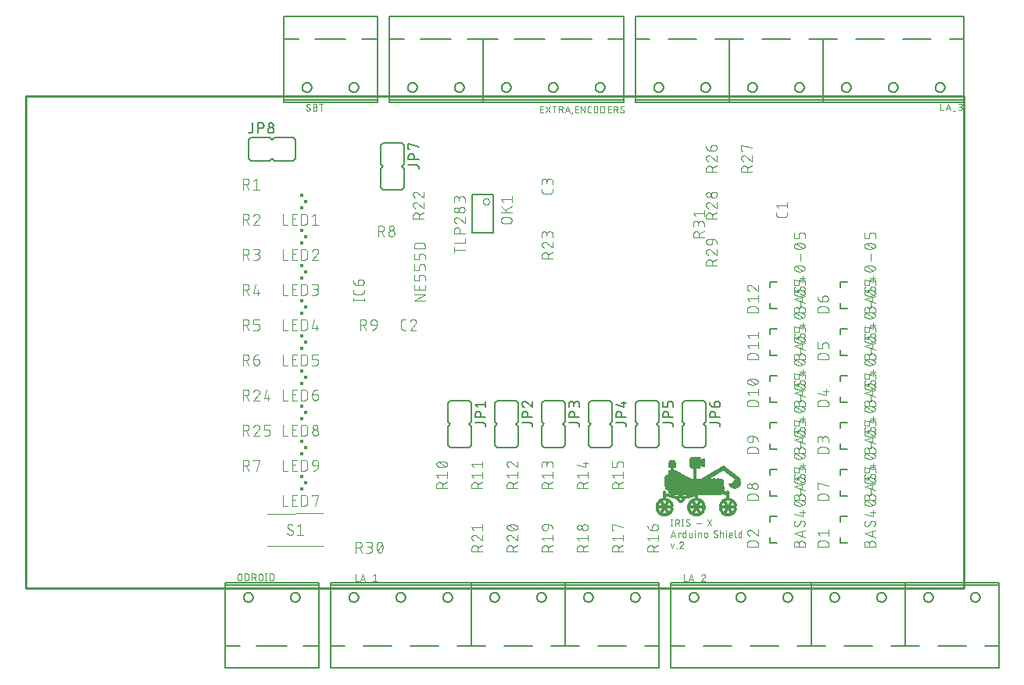
<source format=gbr>
G04 EAGLE Gerber RS-274X export*
G75*
%MOMM*%
%FSLAX34Y34*%
%LPD*%
%INSilkscreen Top*%
%IPPOS*%
%AMOC8*
5,1,8,0,0,1.08239X$1,22.5*%
G01*
%ADD10R,0.508000X0.020319*%
%ADD11R,0.487681X0.020319*%
%ADD12R,0.650238X0.020319*%
%ADD13R,0.629919X0.020319*%
%ADD14R,0.751838X0.020319*%
%ADD15R,0.731519X0.020319*%
%ADD16R,0.833119X0.020319*%
%ADD17R,0.914400X0.020319*%
%ADD18R,0.995681X0.020319*%
%ADD19R,0.995675X0.020319*%
%ADD20R,1.056638X0.020319*%
%ADD21R,1.036319X0.020319*%
%ADD22R,1.097275X0.020319*%
%ADD23R,1.117600X0.020319*%
%ADD24R,1.158238X0.020319*%
%ADD25R,1.219200X0.020319*%
%ADD26R,1.239519X0.020319*%
%ADD27R,1.280156X0.020319*%
%ADD28R,1.280163X0.020319*%
%ADD29R,1.320800X0.020319*%
%ADD30R,0.670556X0.020319*%
%ADD31R,1.361438X0.020319*%
%ADD32R,0.548638X0.020319*%
%ADD33R,0.568956X0.020319*%
%ADD34R,0.487675X0.020319*%
%ADD35R,0.528319X0.020319*%
%ADD36R,0.568963X0.020319*%
%ADD37R,0.609600X0.020319*%
%ADD38R,0.589281X0.020319*%
%ADD39R,0.670563X0.020319*%
%ADD40R,0.690881X0.020319*%
%ADD41R,0.365756X0.020319*%
%ADD42R,0.325119X0.020319*%
%ADD43R,0.690875X0.020319*%
%ADD44R,0.345438X0.020319*%
%ADD45R,0.365762X0.020319*%
%ADD46R,0.304800X0.020319*%
%ADD47R,0.284481X0.020319*%
%ADD48R,0.284475X0.020319*%
%ADD49R,0.589275X0.020319*%
%ADD50R,0.264156X0.020319*%
%ADD51R,1.930400X0.020319*%
%ADD52R,1.950719X0.020319*%
%ADD53R,0.467356X0.020319*%
%ADD54R,0.223519X0.020319*%
%ADD55R,0.711200X0.020319*%
%ADD56R,0.447038X0.020319*%
%ADD57R,1.300481X0.020319*%
%ADD58R,0.772156X0.020319*%
%ADD59R,1.178556X0.020319*%
%ADD60R,1.076963X0.020319*%
%ADD61R,0.934719X0.020319*%
%ADD62R,0.812800X0.020319*%
%ADD63R,0.426719X0.020319*%
%ADD64R,0.264163X0.020319*%
%ADD65R,2.072637X0.020319*%
%ADD66R,2.275838X0.020319*%
%ADD67R,2.418075X0.020319*%
%ADD68R,2.560319X0.020319*%
%ADD69R,2.682238X0.020319*%
%ADD70R,1.016000X0.020319*%
%ADD71R,1.259838X0.020319*%
%ADD72R,1.198875X0.020319*%
%ADD73R,1.097281X0.020319*%
%ADD74R,0.975356X0.020319*%
%ADD75R,0.955038X0.020319*%
%ADD76R,0.894075X0.020319*%
%ADD77R,0.894081X0.020319*%
%ADD78R,0.406400X0.020319*%
%ADD79R,5.486400X0.020319*%
%ADD80R,5.608319X0.020319*%
%ADD81R,5.689600X0.020319*%
%ADD82R,5.750556X0.020319*%
%ADD83R,0.386075X0.020319*%
%ADD84R,5.811519X0.020319*%
%ADD85R,6.482081X0.020319*%
%ADD86R,6.502400X0.020319*%
%ADD87R,6.522719X0.020319*%
%ADD88R,6.543038X0.020319*%
%ADD89R,6.563363X0.020319*%
%ADD90R,6.278881X0.020319*%
%ADD91R,6.238238X0.020319*%
%ADD92R,6.197600X0.020319*%
%ADD93R,6.156956X0.020319*%
%ADD94R,6.116319X0.020319*%
%ADD95R,0.243838X0.020319*%
%ADD96R,6.075681X0.020319*%
%ADD97R,0.203200X0.020319*%
%ADD98R,6.055356X0.020319*%
%ADD99R,0.162556X0.020319*%
%ADD100R,0.182881X0.020319*%
%ADD101R,0.060956X0.020319*%
%ADD102R,0.101600X0.020319*%
%ADD103R,6.096000X0.020319*%
%ADD104R,6.177275X0.020319*%
%ADD105R,6.217919X0.020319*%
%ADD106R,6.258556X0.020319*%
%ADD107R,6.278875X0.020319*%
%ADD108R,6.319519X0.020319*%
%ADD109R,6.339838X0.020319*%
%ADD110R,6.360156X0.020319*%
%ADD111R,6.380475X0.020319*%
%ADD112R,6.400800X0.020319*%
%ADD113R,6.421119X0.020319*%
%ADD114R,0.182875X0.020319*%
%ADD115R,6.441438X0.020319*%
%ADD116R,6.461756X0.020319*%
%ADD117R,6.482075X0.020319*%
%ADD118R,0.792475X0.020319*%
%ADD119R,0.853438X0.020319*%
%ADD120R,1.076956X0.020319*%
%ADD121R,0.975363X0.020319*%
%ADD122R,0.873756X0.020319*%
%ADD123R,0.772163X0.020319*%
%ADD124R,6.380481X0.020319*%
%ADD125R,2.946400X0.020319*%
%ADD126R,0.386081X0.020319*%
%ADD127R,0.792481X0.020319*%
%ADD128R,2.926081X0.020319*%
%ADD129R,2.885438X0.020319*%
%ADD130R,2.824481X0.020319*%
%ADD131R,2.783838X0.020319*%
%ADD132R,2.743200X0.020319*%
%ADD133R,0.121919X0.020319*%
%ADD134R,2.702556X0.020319*%
%ADD135R,2.661919X0.020319*%
%ADD136R,2.621275X0.020319*%
%ADD137R,2.580637X0.020319*%
%ADD138R,2.540000X0.020319*%
%ADD139R,2.499356X0.020319*%
%ADD140R,2.418081X0.020319*%
%ADD141R,2.377438X0.020319*%
%ADD142R,2.336800X0.020319*%
%ADD143R,2.296156X0.020319*%
%ADD144R,2.235200X0.020319*%
%ADD145R,2.174238X0.020319*%
%ADD146R,2.113281X0.020319*%
%ADD147R,2.011675X0.020319*%
%ADD148R,1.869438X0.020319*%
%ADD149R,1.808481X0.020319*%
%ADD150R,1.727200X0.020319*%
%ADD151R,1.625600X0.020319*%
%ADD152R,1.503681X0.020319*%
%ADD153R,1.463037X0.020319*%
%ADD154R,1.422400X0.020319*%
%ADD155R,1.402081X0.020319*%
%ADD156R,1.341119X0.020319*%
%ADD157R,1.198881X0.020319*%
%ADD158R,1.178562X0.020319*%
%ADD159R,1.137919X0.020319*%
%ADD160R,0.467363X0.020319*%
%ADD161R,0.081281X0.020319*%
%ADD162R,1.706881X0.020319*%
%ADD163R,1.747519X0.020319*%
%ADD164C,0.076200*%
%ADD165C,0.101600*%
%ADD166R,0.425000X0.325000*%
%ADD167R,0.350000X0.350000*%
%ADD168C,0.254000*%
%ADD169C,0.152400*%
%ADD170C,0.203200*%
%ADD171C,0.127000*%
%ADD172C,0.100000*%


D10*
X844702Y357530D03*
X879043Y357530D03*
D11*
X913282Y357530D03*
D12*
X844601Y357734D03*
X878942Y357734D03*
D13*
X913384Y357734D03*
D14*
X844702Y357937D03*
X879043Y357937D03*
D15*
X913282Y357937D03*
D16*
X844702Y358140D03*
X879043Y358140D03*
X913384Y358140D03*
D17*
X844702Y358343D03*
X879043Y358343D03*
X913384Y358343D03*
D18*
X844702Y358546D03*
D19*
X879043Y358546D03*
D18*
X913384Y358546D03*
D20*
X844601Y358750D03*
X878942Y358750D03*
D21*
X913384Y358750D03*
D22*
X844601Y358953D03*
D23*
X879043Y358953D03*
X913384Y358953D03*
D24*
X844702Y359156D03*
X879043Y359156D03*
X913384Y359156D03*
D25*
X844601Y359359D03*
D26*
X879043Y359359D03*
D25*
X913282Y359359D03*
D27*
X844702Y359562D03*
X879043Y359562D03*
D28*
X913384Y359562D03*
D29*
X844702Y359766D03*
X879043Y359766D03*
X913384Y359766D03*
D12*
X841146Y359969D03*
D30*
X848157Y359969D03*
D12*
X875487Y359969D03*
X882599Y359969D03*
D31*
X913384Y359969D03*
D32*
X840435Y360172D03*
X848970Y360172D03*
X874776Y360172D03*
X883310Y360172D03*
X909117Y360172D03*
D33*
X917550Y360172D03*
D34*
X839927Y360375D03*
D10*
X849376Y360375D03*
X874370Y360375D03*
X883717Y360375D03*
X908710Y360375D03*
X918058Y360375D03*
X839826Y360578D03*
X849376Y360578D03*
D35*
X874268Y360578D03*
X883818Y360578D03*
D32*
X908710Y360578D03*
D35*
X918159Y360578D03*
D32*
X839826Y360782D03*
X849376Y360782D03*
D36*
X874268Y360782D03*
D33*
X883818Y360782D03*
X908609Y360782D03*
D32*
X918058Y360782D03*
D36*
X839724Y360985D03*
D33*
X849478Y360985D03*
D37*
X874268Y360985D03*
D33*
X883818Y360985D03*
X908609Y360985D03*
X918159Y360985D03*
D38*
X839826Y361188D03*
D37*
X849478Y361188D03*
D13*
X874166Y361188D03*
D37*
X883818Y361188D03*
X908609Y361188D03*
X918159Y361188D03*
D13*
X839826Y361391D03*
X849579Y361391D03*
D12*
X874268Y361391D03*
X883818Y361391D03*
X908609Y361391D03*
D13*
X918261Y361391D03*
D12*
X839724Y361594D03*
X849478Y361594D03*
D30*
X874166Y361594D03*
D39*
X883920Y361594D03*
D30*
X908507Y361594D03*
D12*
X918159Y361594D03*
D40*
X839724Y361798D03*
D30*
X849579Y361798D03*
D41*
X872439Y361798D03*
D42*
X876097Y361798D03*
D40*
X883818Y361798D03*
D43*
X908609Y361798D03*
D30*
X918261Y361798D03*
D44*
X837997Y362001D03*
D42*
X841553Y362001D03*
X847649Y362001D03*
D41*
X851306Y362001D03*
D44*
X872338Y362001D03*
X876198Y362001D03*
D42*
X881990Y362001D03*
D41*
X885647Y362001D03*
D45*
X906780Y362001D03*
D42*
X910438Y362001D03*
X916330Y362001D03*
D45*
X919988Y362001D03*
D44*
X837794Y362204D03*
D42*
X841756Y362204D03*
D46*
X847547Y362204D03*
D44*
X851408Y362204D03*
X872134Y362204D03*
D42*
X876300Y362204D03*
X881786Y362204D03*
D44*
X885749Y362204D03*
D41*
X906577Y362204D03*
D42*
X910641Y362204D03*
X916127Y362204D03*
D44*
X920090Y362204D03*
D42*
X837692Y362407D03*
X841959Y362407D03*
X847446Y362407D03*
D44*
X851611Y362407D03*
X872134Y362407D03*
D46*
X876402Y362407D03*
D44*
X881685Y362407D03*
X885952Y362407D03*
X906475Y362407D03*
D42*
X910844Y362407D03*
X916127Y362407D03*
D44*
X920293Y362407D03*
X837590Y362610D03*
D42*
X841959Y362610D03*
X847242Y362610D03*
X851713Y362610D03*
D44*
X871931Y362610D03*
D42*
X876503Y362610D03*
X881583Y362610D03*
X886054Y362610D03*
D44*
X906272Y362610D03*
D42*
X910844Y362610D03*
X915924Y362610D03*
X920394Y362610D03*
X837489Y362814D03*
X842162Y362814D03*
X847242Y362814D03*
X851916Y362814D03*
X871830Y362814D03*
X876706Y362814D03*
X881380Y362814D03*
X886257Y362814D03*
X906170Y362814D03*
X911047Y362814D03*
X915924Y362814D03*
X920598Y362814D03*
X837286Y363017D03*
X842162Y363017D03*
X847039Y363017D03*
X851916Y363017D03*
X871626Y363017D03*
X876706Y363017D03*
X881380Y363017D03*
D46*
X886358Y363017D03*
D42*
X905967Y363017D03*
D46*
X911149Y363017D03*
D42*
X915721Y363017D03*
X920598Y363017D03*
D46*
X837184Y363220D03*
D42*
X842366Y363220D03*
X846836Y363220D03*
X852119Y363220D03*
D46*
X871525Y363220D03*
D42*
X876910Y363220D03*
X881177Y363220D03*
X886460Y363220D03*
X905967Y363220D03*
X911250Y363220D03*
X915518Y363220D03*
X920801Y363220D03*
X837082Y363423D03*
D44*
X842467Y363423D03*
D42*
X846836Y363423D03*
D46*
X852221Y363423D03*
X871525Y363423D03*
D42*
X877113Y363423D03*
X881177Y363423D03*
D46*
X886562Y363423D03*
X905866Y363423D03*
D44*
X911352Y363423D03*
D42*
X915518Y363423D03*
D46*
X920902Y363423D03*
X836981Y363626D03*
D42*
X842569Y363626D03*
X846633Y363626D03*
D46*
X852221Y363626D03*
X871322Y363626D03*
D42*
X877113Y363626D03*
X880974Y363626D03*
D46*
X886765Y363626D03*
D42*
X905764Y363626D03*
X911454Y363626D03*
X915314Y363626D03*
X921004Y363626D03*
D46*
X836981Y363830D03*
D42*
X842772Y363830D03*
X846633Y363830D03*
D46*
X852424Y363830D03*
X871322Y363830D03*
D42*
X877316Y363830D03*
X880974Y363830D03*
D46*
X886765Y363830D03*
X905662Y363830D03*
D42*
X911657Y363830D03*
X915314Y363830D03*
D46*
X921106Y363830D03*
X836778Y364033D03*
D42*
X842772Y364033D03*
X846430Y364033D03*
D46*
X852424Y364033D03*
X871118Y364033D03*
D42*
X877316Y364033D03*
X880770Y364033D03*
D46*
X886765Y364033D03*
X905459Y364033D03*
D42*
X911657Y364033D03*
X915111Y364033D03*
D46*
X921106Y364033D03*
X836778Y364236D03*
D42*
X842975Y364236D03*
X846430Y364236D03*
D47*
X852526Y364236D03*
D46*
X871118Y364236D03*
D13*
X879043Y364236D03*
D46*
X886968Y364236D03*
X905459Y364236D03*
D12*
X913486Y364236D03*
D48*
X921207Y364236D03*
D47*
X836676Y364439D03*
D12*
X844601Y364439D03*
D47*
X852526Y364439D03*
D48*
X871017Y364439D03*
D13*
X879043Y364439D03*
D46*
X886968Y364439D03*
X905459Y364439D03*
D13*
X913384Y364439D03*
D46*
X921309Y364439D03*
X836574Y364642D03*
D13*
X844702Y364642D03*
D48*
X852729Y364642D03*
X871017Y364642D03*
D49*
X879043Y364642D03*
D47*
X887070Y364642D03*
X905358Y364642D03*
D38*
X913384Y364642D03*
D47*
X921410Y364642D03*
D46*
X836574Y364846D03*
D38*
X844702Y364846D03*
D48*
X852729Y364846D03*
D46*
X870915Y364846D03*
D32*
X879043Y364846D03*
D47*
X887070Y364846D03*
X905358Y364846D03*
D33*
X913486Y364846D03*
D47*
X921410Y364846D03*
D48*
X836473Y365049D03*
D33*
X844601Y365049D03*
D48*
X852729Y365049D03*
D47*
X870814Y365049D03*
D32*
X879043Y365049D03*
D47*
X887070Y365049D03*
X905154Y365049D03*
D32*
X913384Y365049D03*
D47*
X921410Y365049D03*
D48*
X836473Y365252D03*
D32*
X844702Y365252D03*
D50*
X852830Y365252D03*
D47*
X870814Y365252D03*
D10*
X879043Y365252D03*
D46*
X887171Y365252D03*
D47*
X905154Y365252D03*
D35*
X913486Y365252D03*
D47*
X921614Y365252D03*
D48*
X836473Y365455D03*
D35*
X844601Y365455D03*
D47*
X852932Y365455D03*
X870814Y365455D03*
D10*
X879043Y365455D03*
D48*
X887273Y365455D03*
D47*
X905154Y365455D03*
D10*
X913384Y365455D03*
D47*
X921614Y365455D03*
D51*
X844702Y365658D03*
X879043Y365658D03*
X913384Y365658D03*
X844702Y365862D03*
X879043Y365862D03*
X913384Y365862D03*
X844702Y366065D03*
D52*
X878942Y366065D03*
D51*
X913384Y366065D03*
X844702Y366268D03*
D52*
X878942Y366268D03*
D51*
X913384Y366268D03*
X844702Y366471D03*
D52*
X878942Y366471D03*
D51*
X913384Y366471D03*
X844702Y366674D03*
D52*
X878942Y366674D03*
D51*
X913384Y366674D03*
X844702Y366878D03*
D52*
X878942Y366878D03*
D51*
X913384Y366878D03*
X844702Y367081D03*
D52*
X878942Y367081D03*
D51*
X913384Y367081D03*
X844702Y367284D03*
D52*
X878942Y367284D03*
D51*
X913384Y367284D03*
X844702Y367487D03*
D52*
X878942Y367487D03*
D51*
X913384Y367487D03*
X844702Y367690D03*
D52*
X878942Y367690D03*
D51*
X913384Y367690D03*
X844702Y367894D03*
D52*
X878942Y367894D03*
D51*
X913384Y367894D03*
X844702Y368097D03*
X879043Y368097D03*
X913384Y368097D03*
X844702Y368300D03*
X879043Y368300D03*
X913384Y368300D03*
D48*
X836473Y368503D03*
D53*
X844702Y368503D03*
D47*
X852932Y368503D03*
X870814Y368503D03*
D10*
X879043Y368503D03*
D48*
X887273Y368503D03*
D47*
X905154Y368503D03*
D10*
X913384Y368503D03*
D47*
X921614Y368503D03*
D48*
X836473Y368706D03*
D10*
X844702Y368706D03*
D50*
X852830Y368706D03*
D47*
X870814Y368706D03*
D10*
X879043Y368706D03*
D46*
X887171Y368706D03*
D47*
X905154Y368706D03*
D35*
X913486Y368706D03*
D47*
X921614Y368706D03*
D48*
X836473Y368910D03*
D35*
X844601Y368910D03*
D48*
X852729Y368910D03*
D47*
X870814Y368910D03*
D32*
X879043Y368910D03*
D47*
X887070Y368910D03*
X905154Y368910D03*
D32*
X913384Y368910D03*
D47*
X921410Y368910D03*
D46*
X836574Y369113D03*
D32*
X844702Y369113D03*
D48*
X852729Y369113D03*
D46*
X870915Y369113D03*
D49*
X879043Y369113D03*
D47*
X887070Y369113D03*
X905358Y369113D03*
D33*
X913486Y369113D03*
D47*
X921410Y369113D03*
D46*
X836574Y369316D03*
D33*
X844601Y369316D03*
D48*
X852729Y369316D03*
X871017Y369316D03*
D49*
X879043Y369316D03*
D47*
X887070Y369316D03*
X905358Y369316D03*
D38*
X913384Y369316D03*
D47*
X921410Y369316D03*
X836676Y369519D03*
D38*
X844702Y369519D03*
D46*
X852627Y369519D03*
D48*
X871017Y369519D03*
D37*
X879145Y369519D03*
D46*
X886968Y369519D03*
D47*
X905358Y369519D03*
D13*
X913384Y369519D03*
D46*
X921309Y369519D03*
X836778Y369722D03*
D13*
X844702Y369722D03*
D47*
X852526Y369722D03*
D46*
X871118Y369722D03*
D13*
X879043Y369722D03*
D46*
X886968Y369722D03*
X905459Y369722D03*
D13*
X913384Y369722D03*
D46*
X921309Y369722D03*
X836778Y369926D03*
D12*
X844601Y369926D03*
D46*
X852424Y369926D03*
X871118Y369926D03*
D42*
X877316Y369926D03*
X880770Y369926D03*
D46*
X886765Y369926D03*
X905459Y369926D03*
D42*
X911657Y369926D03*
X915111Y369926D03*
D48*
X921207Y369926D03*
D46*
X836981Y370129D03*
D42*
X842975Y370129D03*
X846430Y370129D03*
D46*
X852424Y370129D03*
X871322Y370129D03*
D42*
X877316Y370129D03*
X880974Y370129D03*
D46*
X886765Y370129D03*
X905662Y370129D03*
D42*
X911657Y370129D03*
D44*
X915213Y370129D03*
D46*
X921106Y370129D03*
X836981Y370332D03*
D42*
X842772Y370332D03*
X846430Y370332D03*
D46*
X852221Y370332D03*
X871322Y370332D03*
D42*
X877113Y370332D03*
X880974Y370332D03*
D46*
X886562Y370332D03*
X905662Y370332D03*
D42*
X911454Y370332D03*
X915314Y370332D03*
X921004Y370332D03*
X837082Y370535D03*
X842772Y370535D03*
X846633Y370535D03*
D46*
X852221Y370535D03*
X871525Y370535D03*
D42*
X876910Y370535D03*
X881177Y370535D03*
D46*
X886562Y370535D03*
D42*
X905764Y370535D03*
X911454Y370535D03*
X915518Y370535D03*
D46*
X920902Y370535D03*
X837184Y370738D03*
D42*
X842569Y370738D03*
X846633Y370738D03*
X852119Y370738D03*
X871626Y370738D03*
X876910Y370738D03*
D46*
X881278Y370738D03*
D42*
X886460Y370738D03*
X905967Y370738D03*
X911250Y370738D03*
X915518Y370738D03*
X920801Y370738D03*
X837286Y370942D03*
D44*
X842467Y370942D03*
D42*
X846836Y370942D03*
X851916Y370942D03*
X871626Y370942D03*
X876706Y370942D03*
X881380Y370942D03*
X886257Y370942D03*
X905967Y370942D03*
X911250Y370942D03*
X915721Y370942D03*
X920801Y370942D03*
X837489Y371145D03*
X842366Y371145D03*
X846836Y371145D03*
D44*
X851814Y371145D03*
D42*
X871830Y371145D03*
X876706Y371145D03*
D44*
X881482Y371145D03*
D42*
X886257Y371145D03*
X906170Y371145D03*
X911047Y371145D03*
X915721Y371145D03*
X920598Y371145D03*
D44*
X837590Y371348D03*
D42*
X842162Y371348D03*
X847039Y371348D03*
X851713Y371348D03*
D44*
X871931Y371348D03*
D42*
X876503Y371348D03*
X881583Y371348D03*
X886054Y371348D03*
X906170Y371348D03*
X910844Y371348D03*
X915924Y371348D03*
D44*
X920496Y371348D03*
D42*
X837692Y371551D03*
X842162Y371551D03*
X847242Y371551D03*
D44*
X851611Y371551D03*
X872134Y371551D03*
D42*
X876300Y371551D03*
X881786Y371551D03*
D44*
X885952Y371551D03*
D42*
X906374Y371551D03*
X910844Y371551D03*
X916127Y371551D03*
D44*
X920293Y371551D03*
X837794Y371754D03*
D42*
X841959Y371754D03*
X847242Y371754D03*
D44*
X851408Y371754D03*
X872134Y371754D03*
D42*
X876300Y371754D03*
X881786Y371754D03*
D44*
X885749Y371754D03*
X906475Y371754D03*
D42*
X910641Y371754D03*
X916127Y371754D03*
D44*
X920293Y371754D03*
X837997Y371958D03*
D42*
X841959Y371958D03*
X847446Y371958D03*
D41*
X851306Y371958D03*
D54*
X861771Y371958D03*
D44*
X872338Y371958D03*
D42*
X876097Y371958D03*
X881990Y371958D03*
D41*
X885647Y371958D03*
D44*
X906678Y371958D03*
D42*
X910641Y371958D03*
X916330Y371958D03*
D44*
X920090Y371958D03*
D43*
X839927Y372161D03*
D46*
X847547Y372161D03*
D41*
X851103Y372161D03*
X861873Y372161D03*
D55*
X874166Y372161D03*
D40*
X883818Y372161D03*
D43*
X908609Y372161D03*
D30*
X918261Y372161D03*
X839826Y372364D03*
D39*
X849376Y372364D03*
D56*
X861873Y372364D03*
D30*
X874166Y372364D03*
D12*
X883818Y372364D03*
D30*
X908507Y372364D03*
X918261Y372364D03*
D12*
X839927Y372567D03*
X849478Y372567D03*
D34*
X861873Y372567D03*
D12*
X874268Y372567D03*
D13*
X883920Y372567D03*
D12*
X908609Y372567D03*
D13*
X918261Y372567D03*
D37*
X839927Y372770D03*
D13*
X849376Y372770D03*
D32*
X861771Y372770D03*
D37*
X874268Y372770D03*
X883818Y372770D03*
X908609Y372770D03*
X918159Y372770D03*
X839927Y372974D03*
D38*
X849376Y372974D03*
D49*
X861771Y372974D03*
D37*
X874268Y372974D03*
D33*
X883818Y372974D03*
D37*
X908609Y372974D03*
D33*
X918159Y372974D03*
X839927Y373177D03*
X849274Y373177D03*
D13*
X861771Y373177D03*
D36*
X874268Y373177D03*
D33*
X883818Y373177D03*
X908609Y373177D03*
X918159Y373177D03*
D32*
X840029Y373380D03*
X849376Y373380D03*
D12*
X861873Y373380D03*
D35*
X874268Y373380D03*
X883818Y373380D03*
D32*
X908710Y373380D03*
D35*
X918159Y373380D03*
D10*
X840029Y373583D03*
D35*
X849274Y373583D03*
D43*
X861873Y373583D03*
D10*
X874370Y373583D03*
X883717Y373583D03*
X908710Y373583D03*
X918058Y373583D03*
D35*
X840334Y373786D03*
D32*
X848970Y373786D03*
D55*
X861771Y373786D03*
D35*
X874674Y373786D03*
D32*
X883310Y373786D03*
D10*
X908914Y373786D03*
D35*
X917753Y373786D03*
D31*
X844702Y373990D03*
D15*
X861873Y373990D03*
D31*
X879043Y373990D03*
X913384Y373990D03*
D29*
X844702Y374193D03*
D14*
X861771Y374193D03*
D57*
X878942Y374193D03*
D29*
X913384Y374193D03*
D27*
X844702Y374396D03*
D58*
X861873Y374396D03*
D27*
X879043Y374396D03*
D28*
X913384Y374396D03*
D25*
X844601Y374599D03*
D41*
X859638Y374599D03*
D44*
X864006Y374599D03*
D25*
X878942Y374599D03*
D26*
X913384Y374599D03*
D24*
X844702Y374802D03*
D42*
X859434Y374802D03*
D46*
X864210Y374802D03*
D24*
X879043Y374802D03*
D59*
X913282Y374802D03*
D23*
X844702Y375006D03*
D46*
X859333Y375006D03*
X864413Y375006D03*
D23*
X879043Y375006D03*
X913384Y375006D03*
D20*
X844601Y375209D03*
D48*
X859231Y375209D03*
D46*
X864413Y375209D03*
D20*
X878942Y375209D03*
D60*
X913384Y375209D03*
D18*
X844702Y375412D03*
D46*
X859130Y375412D03*
D47*
X864514Y375412D03*
D19*
X879043Y375412D03*
D18*
X913384Y375412D03*
D17*
X844702Y375615D03*
D47*
X859028Y375615D03*
X864514Y375615D03*
D17*
X879043Y375615D03*
D61*
X913282Y375615D03*
D62*
X844601Y375818D03*
D44*
X858723Y375818D03*
D41*
X864921Y375818D03*
D62*
X878942Y375818D03*
D16*
X913384Y375818D03*
D15*
X844601Y376022D03*
D63*
X858317Y376022D03*
X865226Y376022D03*
D55*
X879043Y376022D03*
D14*
X913384Y376022D03*
D37*
X844601Y376225D03*
D11*
X858012Y376225D03*
D10*
X865632Y376225D03*
D37*
X878942Y376225D03*
D13*
X913384Y376225D03*
D53*
X844702Y376428D03*
D49*
X857707Y376428D03*
D33*
X865937Y376428D03*
D53*
X879043Y376428D03*
D10*
X913384Y376428D03*
D48*
X844601Y376631D03*
D12*
X857402Y376631D03*
D30*
X866242Y376631D03*
D50*
X879043Y376631D03*
D46*
X913384Y376631D03*
D48*
X844601Y376834D03*
D15*
X857199Y376834D03*
X866546Y376834D03*
D50*
X879043Y376834D03*
D64*
X913384Y376834D03*
D48*
X844601Y377038D03*
D16*
X856894Y377038D03*
D62*
X866750Y377038D03*
D50*
X879043Y377038D03*
D64*
X913384Y377038D03*
D48*
X844601Y377241D03*
D61*
X856793Y377241D03*
X866953Y377241D03*
D50*
X879043Y377241D03*
D64*
X913384Y377241D03*
D48*
X844601Y377444D03*
D65*
X861873Y377444D03*
D50*
X879043Y377444D03*
D64*
X913384Y377444D03*
D48*
X844601Y377647D03*
D66*
X861873Y377647D03*
D50*
X879043Y377647D03*
D64*
X913384Y377647D03*
D48*
X844601Y377850D03*
D67*
X861771Y377850D03*
D50*
X879043Y377850D03*
D64*
X913384Y377850D03*
D48*
X844601Y378054D03*
D68*
X861873Y378054D03*
D50*
X879043Y378054D03*
D64*
X913384Y378054D03*
D48*
X844601Y378257D03*
D69*
X861873Y378257D03*
D50*
X879043Y378257D03*
D64*
X913384Y378257D03*
D48*
X844601Y378460D03*
D21*
X852830Y378460D03*
D12*
X861873Y378460D03*
D70*
X870814Y378460D03*
D50*
X879043Y378460D03*
D64*
X913384Y378460D03*
D48*
X844601Y378663D03*
D70*
X852119Y378663D03*
D13*
X861771Y378663D03*
D21*
X871525Y378663D03*
D50*
X879043Y378663D03*
D64*
X913384Y378663D03*
D48*
X844601Y378866D03*
D21*
X851408Y378866D03*
D49*
X861771Y378866D03*
D70*
X872236Y378866D03*
D50*
X879043Y378866D03*
D64*
X913384Y378866D03*
D71*
X849478Y379070D03*
D32*
X861771Y379070D03*
D71*
X874065Y379070D03*
D64*
X913384Y379070D03*
D72*
X849173Y379273D03*
D34*
X861873Y379273D03*
D59*
X874471Y379273D03*
D64*
X913384Y379273D03*
D22*
X848665Y379476D03*
D63*
X861771Y379476D03*
D73*
X874878Y379476D03*
D64*
X913384Y379476D03*
D21*
X848360Y379679D03*
D44*
X861771Y379679D03*
D70*
X875284Y379679D03*
D64*
X913384Y379679D03*
D74*
X848055Y379882D03*
D54*
X861771Y379882D03*
D75*
X875589Y379882D03*
D47*
X913282Y379882D03*
D76*
X847649Y380086D03*
D77*
X875894Y380086D03*
D42*
X913079Y380086D03*
D16*
X847344Y380289D03*
D62*
X876300Y380289D03*
D45*
X912876Y380289D03*
D14*
X846938Y380492D03*
X876605Y380492D03*
D78*
X912673Y380492D03*
D43*
X846633Y380695D03*
D79*
X879145Y380695D03*
D56*
X912470Y380695D03*
D37*
X846226Y380898D03*
D80*
X879145Y380898D03*
D11*
X912266Y380898D03*
D32*
X845922Y381102D03*
D81*
X879145Y381102D03*
D10*
X912165Y381102D03*
D56*
X845414Y381305D03*
D82*
X879043Y381305D03*
D36*
X911860Y381305D03*
D83*
X845109Y381508D03*
D84*
X879145Y381508D03*
D37*
X911657Y381508D03*
D46*
X844702Y381711D03*
D85*
X882294Y381711D03*
D48*
X844601Y381914D03*
D86*
X882193Y381914D03*
D48*
X844601Y382118D03*
D87*
X882091Y382118D03*
D48*
X844601Y382321D03*
D88*
X881990Y382321D03*
D48*
X844601Y382524D03*
D88*
X881990Y382524D03*
D48*
X844601Y382727D03*
D89*
X881888Y382727D03*
D48*
X844601Y382930D03*
D89*
X881888Y382930D03*
D48*
X844601Y383134D03*
D90*
X880262Y383134D03*
D64*
X913384Y383134D03*
D48*
X844601Y383337D03*
D91*
X880059Y383337D03*
D64*
X913384Y383337D03*
D48*
X844601Y383540D03*
D92*
X879856Y383540D03*
D64*
X913384Y383540D03*
D50*
X844702Y383743D03*
D93*
X879653Y383743D03*
D64*
X913384Y383743D03*
D50*
X844702Y383946D03*
D94*
X879450Y383946D03*
D64*
X913384Y383946D03*
D95*
X844601Y384150D03*
D96*
X879246Y384150D03*
D95*
X913282Y384150D03*
D97*
X844601Y384353D03*
D98*
X879145Y384353D03*
D54*
X913384Y384353D03*
D99*
X844601Y384556D03*
D98*
X879145Y384556D03*
D100*
X913384Y384556D03*
D101*
X844702Y384759D03*
D98*
X879145Y384759D03*
D102*
X913384Y384759D03*
D103*
X878942Y384962D03*
D104*
X878535Y385166D03*
D105*
X878332Y385369D03*
D106*
X878129Y385572D03*
D107*
X878027Y385775D03*
D108*
X877824Y385978D03*
D109*
X877722Y386182D03*
D110*
X877621Y386385D03*
D111*
X877519Y386588D03*
D112*
X877418Y386791D03*
X877418Y386994D03*
D113*
X877316Y387198D03*
D114*
X920293Y387198D03*
D115*
X877214Y387401D03*
D83*
X920293Y387401D03*
D115*
X877214Y387604D03*
D34*
X920191Y387604D03*
D116*
X877113Y387807D03*
D49*
X920293Y387807D03*
D116*
X877113Y388010D03*
D30*
X920293Y388010D03*
D116*
X877113Y388214D03*
D15*
X920191Y388214D03*
D117*
X877011Y388417D03*
D118*
X920293Y388417D03*
D117*
X877011Y388620D03*
D119*
X920191Y388620D03*
D117*
X877011Y388823D03*
D76*
X920191Y388823D03*
D117*
X877011Y389026D03*
D75*
X920293Y389026D03*
D86*
X876910Y389230D03*
D19*
X920293Y389230D03*
D86*
X876910Y389433D03*
D21*
X920293Y389433D03*
D86*
X876910Y389636D03*
D20*
X920191Y389636D03*
D86*
X876910Y389839D03*
D120*
X920293Y389839D03*
D86*
X876910Y390042D03*
D23*
X920293Y390042D03*
D86*
X876910Y390246D03*
D24*
X920293Y390246D03*
D86*
X876910Y390449D03*
D24*
X920293Y390449D03*
D86*
X876910Y390652D03*
D72*
X920293Y390652D03*
D86*
X876910Y390855D03*
D25*
X920191Y390855D03*
D86*
X876910Y391058D03*
D26*
X920293Y391058D03*
D86*
X876910Y391262D03*
D71*
X920191Y391262D03*
D86*
X876910Y391465D03*
D71*
X920191Y391465D03*
D86*
X876910Y391668D03*
D27*
X920293Y391668D03*
D86*
X876910Y391871D03*
D27*
X920293Y391871D03*
D86*
X876910Y392074D03*
D19*
X921715Y392074D03*
D86*
X876910Y392278D03*
D18*
X921918Y392278D03*
D86*
X876910Y392481D03*
D18*
X921918Y392481D03*
D86*
X876910Y392684D03*
D121*
X922020Y392684D03*
D86*
X876910Y392887D03*
D75*
X922122Y392887D03*
D86*
X876910Y393090D03*
D75*
X922325Y393090D03*
D86*
X876910Y393294D03*
D61*
X922426Y393294D03*
D86*
X876910Y393497D03*
D17*
X922528Y393497D03*
D86*
X876910Y393700D03*
D77*
X922630Y393700D03*
D85*
X876808Y393903D03*
D122*
X922731Y393903D03*
D85*
X876808Y394106D03*
D119*
X922833Y394106D03*
D85*
X876808Y394310D03*
D16*
X922934Y394310D03*
D85*
X876808Y394513D03*
D62*
X923036Y394513D03*
D116*
X876706Y394716D03*
D62*
X923036Y394716D03*
D116*
X876706Y394919D03*
D123*
X923036Y394919D03*
D116*
X876706Y395122D03*
D14*
X923138Y395122D03*
D115*
X876605Y395326D03*
D15*
X923239Y395326D03*
D113*
X876503Y395529D03*
D55*
X923341Y395529D03*
D112*
X876402Y395732D03*
D40*
X923442Y395732D03*
D124*
X876300Y395935D03*
D12*
X923442Y395935D03*
D110*
X876198Y396138D03*
D13*
X923544Y396138D03*
D109*
X876097Y396342D03*
D37*
X923646Y396342D03*
D108*
X875995Y396545D03*
D33*
X923646Y396545D03*
D90*
X875792Y396748D03*
D33*
X923646Y396748D03*
D105*
X875487Y396951D03*
D32*
X923747Y396951D03*
D125*
X859130Y397154D03*
D126*
X877824Y397154D03*
D127*
X887984Y397154D03*
D47*
X894182Y397154D03*
X898246Y397154D03*
D50*
X902411Y397154D03*
D32*
X923544Y397154D03*
D128*
X859028Y397358D03*
D126*
X877824Y397358D03*
D118*
X888187Y397358D03*
D64*
X894080Y397358D03*
X898144Y397358D03*
D50*
X902411Y397358D03*
D33*
X923442Y397358D03*
D129*
X858825Y397561D03*
D126*
X877824Y397561D03*
D127*
X888594Y397561D03*
D95*
X894182Y397561D03*
X898246Y397561D03*
X902513Y397561D03*
D33*
X923239Y397561D03*
D130*
X858520Y397764D03*
D126*
X877824Y397764D03*
D127*
X889000Y397764D03*
D97*
X894182Y397764D03*
X898246Y397764D03*
D54*
X902411Y397764D03*
D38*
X922934Y397764D03*
D131*
X858317Y397967D03*
D126*
X877824Y397967D03*
D75*
X890219Y397967D03*
D100*
X898144Y397967D03*
D114*
X902411Y397967D03*
D37*
X922833Y397967D03*
D132*
X858317Y398170D03*
D126*
X877824Y398170D03*
D17*
X890219Y398170D03*
D133*
X898246Y398170D03*
X902513Y398170D03*
D13*
X922528Y398170D03*
D134*
X858114Y398374D03*
D126*
X877824Y398374D03*
D127*
X890016Y398374D03*
D13*
X922325Y398374D03*
D135*
X857910Y398577D03*
D126*
X877824Y398577D03*
D58*
X890321Y398577D03*
D13*
X922122Y398577D03*
D136*
X857707Y398780D03*
D126*
X877824Y398780D03*
D127*
X890626Y398780D03*
D13*
X921918Y398780D03*
D137*
X857504Y398983D03*
D126*
X877824Y398983D03*
D58*
X890930Y398983D03*
D12*
X921817Y398983D03*
D138*
X857504Y399186D03*
D126*
X877824Y399186D03*
D58*
X891337Y399186D03*
D12*
X921410Y399186D03*
D139*
X857301Y399390D03*
D126*
X877824Y399390D03*
D127*
X891642Y399390D03*
D12*
X921207Y399390D03*
D140*
X857098Y399593D03*
D126*
X877824Y399593D03*
D127*
X892048Y399593D03*
D12*
X921004Y399593D03*
D141*
X856894Y399796D03*
D126*
X877824Y399796D03*
D58*
X892353Y399796D03*
D30*
X920699Y399796D03*
D142*
X856894Y399999D03*
D126*
X877824Y399999D03*
D58*
X892759Y399999D03*
D12*
X920394Y399999D03*
D143*
X856691Y400202D03*
D126*
X877824Y400202D03*
D127*
X893064Y400202D03*
D12*
X920191Y400202D03*
D144*
X856590Y400406D03*
D126*
X877824Y400406D03*
D58*
X893369Y400406D03*
D12*
X919988Y400406D03*
D145*
X856488Y400609D03*
D126*
X877824Y400609D03*
D127*
X893674Y400609D03*
D30*
X919683Y400609D03*
D146*
X856386Y400812D03*
D126*
X877824Y400812D03*
D127*
X894080Y400812D03*
D12*
X919378Y400812D03*
D65*
X856386Y401015D03*
D126*
X877824Y401015D03*
D58*
X894385Y401015D03*
D12*
X919175Y401015D03*
D147*
X856285Y401218D03*
D126*
X877824Y401218D03*
D123*
X894588Y401218D03*
D12*
X918972Y401218D03*
D51*
X856082Y401422D03*
D126*
X877824Y401422D03*
D127*
X895096Y401422D03*
D12*
X918566Y401422D03*
D148*
X855980Y401625D03*
D126*
X877824Y401625D03*
D58*
X895401Y401625D03*
D12*
X918362Y401625D03*
D149*
X856082Y401828D03*
D126*
X877824Y401828D03*
D127*
X895706Y401828D03*
D12*
X918159Y401828D03*
D150*
X856082Y402031D03*
D126*
X877824Y402031D03*
D127*
X896112Y402031D03*
D30*
X917854Y402031D03*
D151*
X856183Y402234D03*
D126*
X877824Y402234D03*
D58*
X896417Y402234D03*
D12*
X917550Y402234D03*
D152*
X856386Y402438D03*
D126*
X877824Y402438D03*
D127*
X896722Y402438D03*
D12*
X917346Y402438D03*
D153*
X856183Y402641D03*
D126*
X877824Y402641D03*
D58*
X897026Y402641D03*
D12*
X917143Y402641D03*
D154*
X855980Y402844D03*
D126*
X877824Y402844D03*
D118*
X897331Y402844D03*
D30*
X916838Y402844D03*
D155*
X855878Y403047D03*
D126*
X877824Y403047D03*
D127*
X897738Y403047D03*
D12*
X916534Y403047D03*
D156*
X855574Y403250D03*
D126*
X877824Y403250D03*
D127*
X898144Y403250D03*
D12*
X916330Y403250D03*
D29*
X855472Y403454D03*
D126*
X877824Y403454D03*
D58*
X898449Y403454D03*
D12*
X915924Y403454D03*
D27*
X855269Y403657D03*
D126*
X877824Y403657D03*
D127*
X898754Y403657D03*
D12*
X915721Y403657D03*
D26*
X855066Y403860D03*
D126*
X877824Y403860D03*
D127*
X899160Y403860D03*
D12*
X915518Y403860D03*
D157*
X854862Y404063D03*
D126*
X877824Y404063D03*
D58*
X899465Y404063D03*
D12*
X915314Y404063D03*
D24*
X854659Y404266D03*
D126*
X877824Y404266D03*
D127*
X899770Y404266D03*
D30*
X915010Y404266D03*
D23*
X854456Y404470D03*
D126*
X877824Y404470D03*
D58*
X900074Y404470D03*
D12*
X914705Y404470D03*
D73*
X854354Y404673D03*
D126*
X877824Y404673D03*
D58*
X900481Y404673D03*
D12*
X914502Y404673D03*
D20*
X854151Y404876D03*
D126*
X877824Y404876D03*
D127*
X900786Y404876D03*
D12*
X914298Y404876D03*
D18*
X853846Y405079D03*
D126*
X877824Y405079D03*
D127*
X901192Y405079D03*
D12*
X913892Y405079D03*
D74*
X853745Y405282D03*
D126*
X877824Y405282D03*
D58*
X901497Y405282D03*
D12*
X913689Y405282D03*
D61*
X853542Y405486D03*
D126*
X877824Y405486D03*
D127*
X901802Y405486D03*
D12*
X913486Y405486D03*
D77*
X853338Y405689D03*
D126*
X877824Y405689D03*
D127*
X902208Y405689D03*
D30*
X913181Y405689D03*
D119*
X853135Y405892D03*
D126*
X877824Y405892D03*
D58*
X902513Y405892D03*
D30*
X912978Y405892D03*
D127*
X853034Y406095D03*
D126*
X877824Y406095D03*
D127*
X902818Y406095D03*
D12*
X912673Y406095D03*
D123*
X852932Y406298D03*
D126*
X877824Y406298D03*
D127*
X903224Y406298D03*
D12*
X912470Y406298D03*
D55*
X852830Y406502D03*
D126*
X877824Y406502D03*
D118*
X903427Y406502D03*
D12*
X912266Y406502D03*
D38*
X852830Y406705D03*
D126*
X877824Y406705D03*
D127*
X903834Y406705D03*
D12*
X911860Y406705D03*
D50*
X853034Y406908D03*
D126*
X877824Y406908D03*
D127*
X904240Y406908D03*
D12*
X911657Y406908D03*
D50*
X853034Y407111D03*
D126*
X877824Y407111D03*
D155*
X907694Y407111D03*
D50*
X853034Y407314D03*
D126*
X877824Y407314D03*
D31*
X907694Y407314D03*
D50*
X853034Y407518D03*
D126*
X877824Y407518D03*
D27*
X907694Y407518D03*
D50*
X853034Y407721D03*
D126*
X877824Y407721D03*
D25*
X907796Y407721D03*
D50*
X853034Y407924D03*
D126*
X877824Y407924D03*
D158*
X907796Y407924D03*
D50*
X853034Y408127D03*
D126*
X877824Y408127D03*
D73*
X907796Y408127D03*
D50*
X853034Y408330D03*
D126*
X877824Y408330D03*
D20*
X907796Y408330D03*
D50*
X853034Y408534D03*
D126*
X877824Y408534D03*
D18*
X907898Y408534D03*
D50*
X853034Y408737D03*
D14*
X878637Y408737D03*
D17*
X907898Y408737D03*
D50*
X853034Y408940D03*
D119*
X878535Y408940D03*
X907999Y408940D03*
D50*
X853034Y409143D03*
D61*
X878332Y409143D03*
D62*
X907999Y409143D03*
D50*
X853034Y409346D03*
D18*
X878230Y409346D03*
D14*
X908101Y409346D03*
D12*
X852932Y409550D03*
D21*
X878230Y409550D03*
D30*
X908101Y409550D03*
D55*
X852830Y409753D03*
D22*
X878129Y409753D03*
D13*
X908101Y409753D03*
D14*
X852830Y409956D03*
D23*
X878027Y409956D03*
D33*
X908202Y409956D03*
D123*
X852932Y410159D03*
D159*
X877926Y410159D03*
D10*
X908304Y410159D03*
D127*
X852830Y410362D03*
D24*
X878027Y410362D03*
D160*
X908304Y410362D03*
D62*
X852932Y410566D03*
D157*
X877824Y410566D03*
D161*
X886866Y410566D03*
D126*
X908304Y410566D03*
D62*
X852932Y410769D03*
D157*
X877824Y410769D03*
D114*
X886765Y410769D03*
D42*
X908406Y410769D03*
D62*
X852932Y410972D03*
D25*
X877722Y410972D03*
D95*
X886663Y410972D03*
D64*
X908304Y410972D03*
D62*
X852932Y411175D03*
D26*
X877621Y411175D03*
D46*
X886562Y411175D03*
D97*
X908406Y411175D03*
D62*
X852932Y411378D03*
D26*
X877621Y411378D03*
D41*
X886257Y411378D03*
D133*
X908406Y411378D03*
D62*
X852932Y411582D03*
D71*
X877519Y411582D03*
D63*
X886155Y411582D03*
D62*
X852932Y411785D03*
D162*
X879754Y411785D03*
D62*
X852932Y411988D03*
D150*
X879653Y411988D03*
D62*
X852932Y412191D03*
D150*
X879653Y412191D03*
D62*
X852932Y412394D03*
D150*
X879653Y412394D03*
D62*
X852932Y412598D03*
D163*
X879551Y412598D03*
D62*
X852932Y412801D03*
D163*
X879551Y412801D03*
D62*
X852932Y413004D03*
D163*
X879551Y413004D03*
D62*
X852932Y413207D03*
D163*
X879551Y413207D03*
D62*
X852932Y413410D03*
D163*
X879551Y413410D03*
D62*
X852932Y413614D03*
D163*
X879551Y413614D03*
D62*
X852932Y413817D03*
D163*
X879551Y413817D03*
D62*
X852932Y414020D03*
D163*
X879551Y414020D03*
D62*
X852932Y414223D03*
D163*
X879551Y414223D03*
D62*
X852932Y414426D03*
D163*
X879551Y414426D03*
D127*
X852830Y414630D03*
D163*
X879551Y414630D03*
D127*
X852830Y414833D03*
D163*
X879551Y414833D03*
D123*
X852932Y415036D03*
D163*
X879551Y415036D03*
D123*
X852932Y415239D03*
D163*
X879551Y415239D03*
D14*
X852830Y415442D03*
D163*
X879551Y415442D03*
D15*
X852932Y415646D03*
D163*
X879551Y415646D03*
D55*
X852830Y415849D03*
D163*
X879551Y415849D03*
D40*
X852932Y416052D03*
D163*
X879551Y416052D03*
D12*
X852932Y416255D03*
D163*
X879551Y416255D03*
D37*
X852932Y416458D03*
D163*
X879551Y416458D03*
D38*
X852830Y416662D03*
D163*
X879551Y416662D03*
D32*
X852830Y416865D03*
D163*
X879551Y416865D03*
D10*
X852830Y417068D03*
D163*
X879551Y417068D03*
D56*
X852932Y417271D03*
D163*
X879551Y417271D03*
D126*
X852830Y417474D03*
D163*
X879551Y417474D03*
D47*
X852932Y417678D03*
D163*
X879551Y417678D03*
D150*
X879653Y417881D03*
X879653Y418084D03*
X879653Y418287D03*
D162*
X879754Y418490D03*
D71*
X877519Y418694D03*
D63*
X886155Y418694D03*
D26*
X877621Y418897D03*
D44*
X886358Y418897D03*
D26*
X877621Y419100D03*
D46*
X886562Y419100D03*
D25*
X877722Y419303D03*
D95*
X886663Y419303D03*
D157*
X877824Y419506D03*
D99*
X886866Y419506D03*
D59*
X877926Y419710D03*
D24*
X878027Y419913D03*
D23*
X878027Y420116D03*
X878027Y420319D03*
D120*
X878230Y420522D03*
D21*
X878230Y420726D03*
D121*
X878332Y420929D03*
D61*
X878332Y421132D03*
D119*
X878535Y421335D03*
D164*
X852303Y354355D02*
X852303Y346989D01*
X853121Y346989D02*
X851484Y346989D01*
X851484Y354355D02*
X853121Y354355D01*
X856404Y354355D02*
X856404Y346989D01*
X856404Y354355D02*
X858450Y354355D01*
X858539Y354353D01*
X858628Y354347D01*
X858717Y354337D01*
X858805Y354324D01*
X858893Y354307D01*
X858980Y354285D01*
X859065Y354260D01*
X859150Y354232D01*
X859233Y354199D01*
X859315Y354163D01*
X859395Y354124D01*
X859473Y354081D01*
X859549Y354035D01*
X859624Y353985D01*
X859696Y353932D01*
X859765Y353876D01*
X859832Y353817D01*
X859897Y353756D01*
X859958Y353691D01*
X860017Y353624D01*
X860073Y353555D01*
X860126Y353483D01*
X860176Y353408D01*
X860222Y353332D01*
X860265Y353254D01*
X860304Y353174D01*
X860340Y353092D01*
X860373Y353009D01*
X860401Y352924D01*
X860426Y352839D01*
X860448Y352752D01*
X860465Y352664D01*
X860478Y352576D01*
X860488Y352487D01*
X860494Y352398D01*
X860496Y352309D01*
X860494Y352220D01*
X860488Y352131D01*
X860478Y352042D01*
X860465Y351954D01*
X860448Y351866D01*
X860426Y351779D01*
X860401Y351694D01*
X860373Y351609D01*
X860340Y351526D01*
X860304Y351444D01*
X860265Y351364D01*
X860222Y351286D01*
X860176Y351210D01*
X860126Y351135D01*
X860073Y351063D01*
X860017Y350994D01*
X859958Y350927D01*
X859897Y350862D01*
X859832Y350801D01*
X859765Y350742D01*
X859696Y350686D01*
X859624Y350633D01*
X859549Y350583D01*
X859473Y350537D01*
X859395Y350494D01*
X859315Y350455D01*
X859233Y350419D01*
X859150Y350386D01*
X859065Y350358D01*
X858980Y350333D01*
X858893Y350311D01*
X858805Y350294D01*
X858717Y350281D01*
X858628Y350271D01*
X858539Y350265D01*
X858450Y350263D01*
X856404Y350263D01*
X858859Y350263D02*
X860496Y346989D01*
X864251Y346989D02*
X864251Y354355D01*
X863432Y346989D02*
X865069Y346989D01*
X865069Y354355D02*
X863432Y354355D01*
X870268Y346989D02*
X870346Y346991D01*
X870424Y346996D01*
X870501Y347006D01*
X870578Y347019D01*
X870654Y347035D01*
X870729Y347055D01*
X870803Y347079D01*
X870876Y347106D01*
X870948Y347137D01*
X871018Y347171D01*
X871087Y347208D01*
X871153Y347249D01*
X871218Y347293D01*
X871280Y347339D01*
X871340Y347389D01*
X871398Y347441D01*
X871453Y347496D01*
X871505Y347554D01*
X871555Y347614D01*
X871601Y347676D01*
X871645Y347741D01*
X871686Y347808D01*
X871723Y347876D01*
X871757Y347946D01*
X871788Y348018D01*
X871815Y348091D01*
X871839Y348165D01*
X871859Y348240D01*
X871875Y348316D01*
X871888Y348393D01*
X871898Y348470D01*
X871903Y348548D01*
X871905Y348626D01*
X870268Y346989D02*
X870154Y346991D01*
X870041Y346996D01*
X869927Y347006D01*
X869814Y347019D01*
X869702Y347036D01*
X869590Y347056D01*
X869479Y347080D01*
X869368Y347108D01*
X869259Y347139D01*
X869151Y347174D01*
X869044Y347213D01*
X868938Y347255D01*
X868834Y347300D01*
X868731Y347349D01*
X868630Y347402D01*
X868531Y347457D01*
X868433Y347516D01*
X868338Y347578D01*
X868245Y347643D01*
X868153Y347711D01*
X868065Y347782D01*
X867978Y347856D01*
X867894Y347933D01*
X867813Y348012D01*
X868017Y352719D02*
X868019Y352797D01*
X868024Y352875D01*
X868034Y352952D01*
X868047Y353029D01*
X868063Y353105D01*
X868083Y353180D01*
X868107Y353254D01*
X868134Y353327D01*
X868165Y353399D01*
X868199Y353469D01*
X868236Y353538D01*
X868277Y353604D01*
X868321Y353669D01*
X868367Y353731D01*
X868417Y353791D01*
X868469Y353849D01*
X868524Y353904D01*
X868582Y353956D01*
X868642Y354006D01*
X868704Y354052D01*
X868769Y354096D01*
X868836Y354137D01*
X868904Y354174D01*
X868974Y354208D01*
X869046Y354239D01*
X869119Y354266D01*
X869193Y354290D01*
X869268Y354310D01*
X869344Y354326D01*
X869421Y354339D01*
X869498Y354349D01*
X869576Y354354D01*
X869654Y354356D01*
X869654Y354355D02*
X869764Y354353D01*
X869873Y354347D01*
X869983Y354337D01*
X870091Y354324D01*
X870200Y354306D01*
X870307Y354285D01*
X870414Y354259D01*
X870520Y354230D01*
X870625Y354198D01*
X870728Y354161D01*
X870830Y354121D01*
X870931Y354077D01*
X871030Y354029D01*
X871127Y353979D01*
X871222Y353924D01*
X871315Y353866D01*
X871406Y353805D01*
X871495Y353741D01*
X868836Y351286D02*
X868769Y351328D01*
X868704Y351372D01*
X868642Y351420D01*
X868582Y351470D01*
X868524Y351523D01*
X868469Y351579D01*
X868417Y351638D01*
X868367Y351698D01*
X868320Y351762D01*
X868277Y351827D01*
X868236Y351894D01*
X868199Y351963D01*
X868165Y352034D01*
X868134Y352106D01*
X868107Y352180D01*
X868083Y352254D01*
X868063Y352330D01*
X868047Y352407D01*
X868034Y352484D01*
X868024Y352562D01*
X868019Y352641D01*
X868017Y352719D01*
X871087Y350058D02*
X871153Y350016D01*
X871218Y349972D01*
X871280Y349925D01*
X871340Y349874D01*
X871398Y349821D01*
X871453Y349765D01*
X871506Y349707D01*
X871555Y349646D01*
X871602Y349583D01*
X871645Y349518D01*
X871686Y349451D01*
X871723Y349382D01*
X871757Y349311D01*
X871788Y349239D01*
X871815Y349165D01*
X871839Y349090D01*
X871859Y349015D01*
X871875Y348938D01*
X871888Y348861D01*
X871898Y348783D01*
X871903Y348704D01*
X871905Y348626D01*
X871087Y350059D02*
X868836Y351286D01*
X878864Y349854D02*
X883775Y349854D01*
X890569Y346989D02*
X895479Y354355D01*
X890569Y354355D02*
X895479Y346989D01*
X853940Y342163D02*
X851484Y334797D01*
X856395Y334797D02*
X853940Y342163D01*
X855781Y336639D02*
X852098Y336639D01*
X859420Y334797D02*
X859420Y339708D01*
X861875Y339708D01*
X861875Y338890D01*
X867484Y342163D02*
X867484Y334797D01*
X865437Y334797D01*
X865368Y334799D01*
X865300Y334805D01*
X865231Y334814D01*
X865164Y334828D01*
X865097Y334845D01*
X865031Y334866D01*
X864967Y334890D01*
X864904Y334919D01*
X864843Y334950D01*
X864784Y334985D01*
X864726Y335023D01*
X864671Y335065D01*
X864619Y335109D01*
X864569Y335157D01*
X864521Y335207D01*
X864477Y335259D01*
X864435Y335314D01*
X864397Y335372D01*
X864362Y335431D01*
X864331Y335492D01*
X864302Y335555D01*
X864278Y335619D01*
X864257Y335685D01*
X864240Y335752D01*
X864226Y335819D01*
X864217Y335888D01*
X864211Y335956D01*
X864209Y336025D01*
X864210Y336025D02*
X864210Y338480D01*
X864209Y338480D02*
X864211Y338549D01*
X864217Y338617D01*
X864226Y338686D01*
X864240Y338753D01*
X864257Y338820D01*
X864278Y338886D01*
X864302Y338950D01*
X864331Y339013D01*
X864362Y339074D01*
X864397Y339133D01*
X864435Y339191D01*
X864477Y339246D01*
X864521Y339298D01*
X864569Y339348D01*
X864619Y339396D01*
X864671Y339440D01*
X864726Y339482D01*
X864784Y339520D01*
X864843Y339555D01*
X864904Y339586D01*
X864967Y339615D01*
X865031Y339639D01*
X865097Y339660D01*
X865164Y339677D01*
X865231Y339691D01*
X865300Y339700D01*
X865368Y339706D01*
X865437Y339708D01*
X867484Y339708D01*
X871078Y339708D02*
X871078Y336025D01*
X871080Y335956D01*
X871086Y335888D01*
X871095Y335819D01*
X871109Y335752D01*
X871126Y335685D01*
X871147Y335619D01*
X871171Y335555D01*
X871200Y335492D01*
X871231Y335431D01*
X871266Y335372D01*
X871304Y335314D01*
X871346Y335259D01*
X871390Y335207D01*
X871438Y335157D01*
X871488Y335109D01*
X871540Y335065D01*
X871595Y335023D01*
X871653Y334985D01*
X871712Y334950D01*
X871773Y334919D01*
X871836Y334890D01*
X871900Y334866D01*
X871966Y334845D01*
X872033Y334828D01*
X872100Y334814D01*
X872169Y334805D01*
X872237Y334799D01*
X872306Y334797D01*
X874352Y334797D01*
X874352Y339708D01*
X877592Y339708D02*
X877592Y334797D01*
X877387Y341754D02*
X877387Y342163D01*
X877796Y342163D01*
X877796Y341754D01*
X877387Y341754D01*
X880832Y339708D02*
X880832Y334797D01*
X880832Y339708D02*
X882878Y339708D01*
X882947Y339706D01*
X883015Y339700D01*
X883084Y339691D01*
X883151Y339677D01*
X883218Y339660D01*
X883284Y339639D01*
X883348Y339615D01*
X883411Y339586D01*
X883472Y339555D01*
X883531Y339520D01*
X883589Y339482D01*
X883644Y339440D01*
X883696Y339396D01*
X883746Y339348D01*
X883794Y339298D01*
X883838Y339246D01*
X883880Y339191D01*
X883918Y339133D01*
X883953Y339074D01*
X883984Y339013D01*
X884013Y338950D01*
X884037Y338886D01*
X884058Y338820D01*
X884075Y338753D01*
X884089Y338686D01*
X884098Y338617D01*
X884104Y338549D01*
X884106Y338480D01*
X884106Y334797D01*
X887415Y336434D02*
X887415Y338071D01*
X887417Y338150D01*
X887423Y338229D01*
X887432Y338308D01*
X887445Y338386D01*
X887463Y338463D01*
X887483Y338539D01*
X887508Y338614D01*
X887536Y338688D01*
X887567Y338761D01*
X887603Y338832D01*
X887641Y338901D01*
X887683Y338968D01*
X887728Y339033D01*
X887776Y339096D01*
X887827Y339157D01*
X887881Y339214D01*
X887937Y339270D01*
X887996Y339322D01*
X888058Y339372D01*
X888122Y339418D01*
X888188Y339462D01*
X888256Y339502D01*
X888326Y339538D01*
X888398Y339572D01*
X888472Y339602D01*
X888546Y339628D01*
X888622Y339651D01*
X888699Y339669D01*
X888776Y339685D01*
X888855Y339696D01*
X888933Y339704D01*
X889012Y339708D01*
X889092Y339708D01*
X889171Y339704D01*
X889249Y339696D01*
X889328Y339685D01*
X889405Y339669D01*
X889482Y339651D01*
X889558Y339628D01*
X889632Y339602D01*
X889706Y339572D01*
X889778Y339538D01*
X889848Y339502D01*
X889916Y339462D01*
X889982Y339418D01*
X890046Y339372D01*
X890108Y339322D01*
X890167Y339270D01*
X890223Y339214D01*
X890277Y339157D01*
X890328Y339096D01*
X890376Y339033D01*
X890421Y338968D01*
X890463Y338901D01*
X890501Y338832D01*
X890537Y338761D01*
X890568Y338688D01*
X890596Y338614D01*
X890621Y338539D01*
X890641Y338463D01*
X890659Y338386D01*
X890672Y338308D01*
X890681Y338229D01*
X890687Y338150D01*
X890689Y338071D01*
X890689Y336434D01*
X890687Y336355D01*
X890681Y336276D01*
X890672Y336197D01*
X890659Y336119D01*
X890641Y336042D01*
X890621Y335966D01*
X890596Y335891D01*
X890568Y335817D01*
X890537Y335744D01*
X890501Y335673D01*
X890463Y335604D01*
X890421Y335537D01*
X890376Y335472D01*
X890328Y335409D01*
X890277Y335348D01*
X890223Y335291D01*
X890167Y335235D01*
X890108Y335183D01*
X890046Y335133D01*
X889982Y335087D01*
X889916Y335043D01*
X889848Y335003D01*
X889778Y334967D01*
X889706Y334933D01*
X889632Y334903D01*
X889558Y334877D01*
X889482Y334854D01*
X889405Y334836D01*
X889328Y334820D01*
X889249Y334809D01*
X889171Y334801D01*
X889092Y334797D01*
X889012Y334797D01*
X888933Y334801D01*
X888855Y334809D01*
X888776Y334820D01*
X888699Y334836D01*
X888622Y334854D01*
X888546Y334877D01*
X888472Y334903D01*
X888398Y334933D01*
X888326Y334967D01*
X888256Y335003D01*
X888188Y335043D01*
X888122Y335087D01*
X888058Y335133D01*
X887996Y335183D01*
X887937Y335235D01*
X887881Y335291D01*
X887827Y335348D01*
X887776Y335409D01*
X887728Y335472D01*
X887683Y335537D01*
X887641Y335604D01*
X887603Y335673D01*
X887567Y335744D01*
X887536Y335817D01*
X887508Y335891D01*
X887483Y335966D01*
X887463Y336042D01*
X887445Y336119D01*
X887432Y336197D01*
X887423Y336276D01*
X887417Y336355D01*
X887415Y336434D01*
X899947Y334797D02*
X900025Y334799D01*
X900103Y334804D01*
X900180Y334814D01*
X900257Y334827D01*
X900333Y334843D01*
X900408Y334863D01*
X900482Y334887D01*
X900555Y334914D01*
X900627Y334945D01*
X900697Y334979D01*
X900766Y335016D01*
X900832Y335057D01*
X900897Y335101D01*
X900959Y335147D01*
X901019Y335197D01*
X901077Y335249D01*
X901132Y335304D01*
X901184Y335362D01*
X901234Y335422D01*
X901280Y335484D01*
X901324Y335549D01*
X901365Y335616D01*
X901402Y335684D01*
X901436Y335754D01*
X901467Y335826D01*
X901494Y335899D01*
X901518Y335973D01*
X901538Y336048D01*
X901554Y336124D01*
X901567Y336201D01*
X901577Y336278D01*
X901582Y336356D01*
X901584Y336434D01*
X899947Y334797D02*
X899833Y334799D01*
X899720Y334804D01*
X899606Y334814D01*
X899493Y334827D01*
X899381Y334844D01*
X899269Y334864D01*
X899158Y334888D01*
X899047Y334916D01*
X898938Y334947D01*
X898830Y334982D01*
X898723Y335021D01*
X898617Y335063D01*
X898513Y335108D01*
X898410Y335157D01*
X898309Y335210D01*
X898210Y335265D01*
X898112Y335324D01*
X898017Y335386D01*
X897924Y335451D01*
X897832Y335519D01*
X897744Y335590D01*
X897657Y335664D01*
X897573Y335741D01*
X897492Y335820D01*
X897696Y340527D02*
X897698Y340605D01*
X897703Y340683D01*
X897713Y340760D01*
X897726Y340837D01*
X897742Y340913D01*
X897762Y340988D01*
X897786Y341062D01*
X897813Y341135D01*
X897844Y341207D01*
X897878Y341277D01*
X897915Y341346D01*
X897956Y341412D01*
X898000Y341477D01*
X898046Y341539D01*
X898096Y341599D01*
X898148Y341657D01*
X898203Y341712D01*
X898261Y341764D01*
X898321Y341814D01*
X898383Y341860D01*
X898448Y341904D01*
X898515Y341945D01*
X898583Y341982D01*
X898653Y342016D01*
X898725Y342047D01*
X898798Y342074D01*
X898872Y342098D01*
X898947Y342118D01*
X899023Y342134D01*
X899100Y342147D01*
X899177Y342157D01*
X899255Y342162D01*
X899333Y342164D01*
X899333Y342163D02*
X899443Y342161D01*
X899552Y342155D01*
X899662Y342145D01*
X899770Y342132D01*
X899879Y342114D01*
X899986Y342093D01*
X900093Y342067D01*
X900199Y342038D01*
X900304Y342006D01*
X900407Y341969D01*
X900509Y341929D01*
X900610Y341885D01*
X900709Y341837D01*
X900806Y341787D01*
X900901Y341732D01*
X900994Y341674D01*
X901085Y341613D01*
X901174Y341549D01*
X898514Y339094D02*
X898447Y339136D01*
X898382Y339180D01*
X898320Y339228D01*
X898260Y339278D01*
X898202Y339331D01*
X898147Y339387D01*
X898095Y339446D01*
X898045Y339506D01*
X897998Y339570D01*
X897955Y339635D01*
X897914Y339702D01*
X897877Y339771D01*
X897843Y339842D01*
X897812Y339914D01*
X897785Y339988D01*
X897761Y340062D01*
X897741Y340138D01*
X897725Y340215D01*
X897712Y340292D01*
X897702Y340370D01*
X897697Y340449D01*
X897695Y340527D01*
X900765Y337866D02*
X900831Y337824D01*
X900896Y337780D01*
X900958Y337733D01*
X901018Y337682D01*
X901076Y337629D01*
X901131Y337573D01*
X901184Y337515D01*
X901233Y337454D01*
X901280Y337391D01*
X901323Y337326D01*
X901364Y337259D01*
X901401Y337190D01*
X901435Y337119D01*
X901466Y337047D01*
X901493Y336973D01*
X901517Y336898D01*
X901537Y336823D01*
X901553Y336746D01*
X901566Y336669D01*
X901576Y336591D01*
X901581Y336512D01*
X901583Y336434D01*
X900765Y337867D02*
X898514Y339094D01*
X904728Y342163D02*
X904728Y334797D01*
X904728Y339708D02*
X906774Y339708D01*
X906843Y339706D01*
X906911Y339700D01*
X906980Y339691D01*
X907047Y339677D01*
X907114Y339660D01*
X907180Y339639D01*
X907244Y339615D01*
X907307Y339586D01*
X907368Y339555D01*
X907427Y339520D01*
X907485Y339482D01*
X907540Y339440D01*
X907592Y339396D01*
X907642Y339348D01*
X907690Y339298D01*
X907734Y339246D01*
X907776Y339191D01*
X907814Y339133D01*
X907849Y339074D01*
X907880Y339013D01*
X907909Y338950D01*
X907933Y338886D01*
X907954Y338820D01*
X907971Y338753D01*
X907985Y338686D01*
X907994Y338617D01*
X908000Y338549D01*
X908002Y338480D01*
X908002Y334797D01*
X911242Y334797D02*
X911242Y339708D01*
X911037Y341754D02*
X911037Y342163D01*
X911446Y342163D01*
X911446Y341754D01*
X911037Y341754D01*
X915465Y334797D02*
X917511Y334797D01*
X915465Y334797D02*
X915396Y334799D01*
X915328Y334805D01*
X915259Y334814D01*
X915192Y334828D01*
X915125Y334845D01*
X915059Y334866D01*
X914995Y334890D01*
X914932Y334919D01*
X914871Y334950D01*
X914812Y334985D01*
X914754Y335023D01*
X914699Y335065D01*
X914647Y335109D01*
X914597Y335157D01*
X914549Y335207D01*
X914505Y335259D01*
X914463Y335314D01*
X914425Y335372D01*
X914390Y335431D01*
X914359Y335492D01*
X914330Y335555D01*
X914306Y335619D01*
X914285Y335685D01*
X914268Y335752D01*
X914254Y335819D01*
X914245Y335888D01*
X914239Y335956D01*
X914237Y336025D01*
X914238Y336025D02*
X914238Y338071D01*
X914240Y338150D01*
X914246Y338229D01*
X914255Y338308D01*
X914268Y338386D01*
X914286Y338463D01*
X914306Y338539D01*
X914331Y338614D01*
X914359Y338688D01*
X914390Y338761D01*
X914426Y338832D01*
X914464Y338901D01*
X914506Y338968D01*
X914551Y339033D01*
X914599Y339096D01*
X914650Y339157D01*
X914704Y339214D01*
X914760Y339270D01*
X914819Y339322D01*
X914881Y339372D01*
X914945Y339418D01*
X915011Y339462D01*
X915079Y339502D01*
X915149Y339538D01*
X915221Y339572D01*
X915295Y339602D01*
X915369Y339628D01*
X915445Y339651D01*
X915522Y339669D01*
X915599Y339685D01*
X915678Y339696D01*
X915756Y339704D01*
X915835Y339708D01*
X915915Y339708D01*
X915994Y339704D01*
X916072Y339696D01*
X916151Y339685D01*
X916228Y339669D01*
X916305Y339651D01*
X916381Y339628D01*
X916455Y339602D01*
X916529Y339572D01*
X916601Y339538D01*
X916671Y339502D01*
X916739Y339462D01*
X916805Y339418D01*
X916869Y339372D01*
X916931Y339322D01*
X916990Y339270D01*
X917046Y339214D01*
X917100Y339157D01*
X917151Y339096D01*
X917199Y339033D01*
X917244Y338968D01*
X917286Y338901D01*
X917324Y338832D01*
X917360Y338761D01*
X917391Y338688D01*
X917419Y338614D01*
X917444Y338539D01*
X917464Y338463D01*
X917482Y338386D01*
X917495Y338308D01*
X917504Y338229D01*
X917510Y338150D01*
X917512Y338071D01*
X917511Y338071D02*
X917511Y337253D01*
X914238Y337253D01*
X920661Y336025D02*
X920661Y342163D01*
X920660Y336025D02*
X920662Y335956D01*
X920668Y335888D01*
X920677Y335819D01*
X920691Y335752D01*
X920708Y335685D01*
X920729Y335619D01*
X920753Y335555D01*
X920782Y335492D01*
X920813Y335431D01*
X920848Y335372D01*
X920886Y335314D01*
X920928Y335259D01*
X920972Y335207D01*
X921020Y335157D01*
X921070Y335109D01*
X921122Y335065D01*
X921177Y335023D01*
X921235Y334985D01*
X921294Y334950D01*
X921355Y334919D01*
X921418Y334890D01*
X921482Y334866D01*
X921548Y334845D01*
X921615Y334828D01*
X921682Y334814D01*
X921751Y334805D01*
X921819Y334799D01*
X921888Y334797D01*
X927712Y334797D02*
X927712Y342163D01*
X927712Y334797D02*
X925666Y334797D01*
X925597Y334799D01*
X925529Y334805D01*
X925460Y334814D01*
X925393Y334828D01*
X925326Y334845D01*
X925260Y334866D01*
X925196Y334890D01*
X925133Y334919D01*
X925072Y334950D01*
X925013Y334985D01*
X924955Y335023D01*
X924900Y335065D01*
X924848Y335109D01*
X924798Y335157D01*
X924750Y335207D01*
X924706Y335259D01*
X924664Y335314D01*
X924626Y335372D01*
X924591Y335431D01*
X924560Y335492D01*
X924531Y335555D01*
X924507Y335619D01*
X924486Y335685D01*
X924469Y335752D01*
X924455Y335819D01*
X924446Y335888D01*
X924440Y335956D01*
X924438Y336025D01*
X924438Y338480D01*
X924440Y338549D01*
X924446Y338617D01*
X924455Y338686D01*
X924469Y338753D01*
X924486Y338820D01*
X924507Y338886D01*
X924531Y338950D01*
X924560Y339013D01*
X924591Y339074D01*
X924626Y339133D01*
X924664Y339191D01*
X924706Y339246D01*
X924750Y339298D01*
X924798Y339348D01*
X924848Y339396D01*
X924900Y339440D01*
X924955Y339482D01*
X925013Y339520D01*
X925072Y339555D01*
X925133Y339586D01*
X925196Y339615D01*
X925260Y339639D01*
X925326Y339660D01*
X925393Y339677D01*
X925460Y339691D01*
X925529Y339700D01*
X925597Y339706D01*
X925666Y339708D01*
X927712Y339708D01*
X853121Y322605D02*
X851484Y327516D01*
X854758Y327516D02*
X853121Y322605D01*
X857306Y322605D02*
X857306Y323015D01*
X857715Y323015D01*
X857715Y322605D01*
X857306Y322605D01*
X864677Y328130D02*
X864675Y328215D01*
X864669Y328300D01*
X864659Y328384D01*
X864646Y328468D01*
X864628Y328552D01*
X864607Y328634D01*
X864582Y328715D01*
X864553Y328795D01*
X864520Y328874D01*
X864484Y328951D01*
X864444Y329026D01*
X864401Y329100D01*
X864355Y329171D01*
X864305Y329240D01*
X864252Y329307D01*
X864196Y329371D01*
X864137Y329432D01*
X864076Y329491D01*
X864012Y329547D01*
X863945Y329600D01*
X863876Y329650D01*
X863805Y329696D01*
X863731Y329739D01*
X863656Y329779D01*
X863579Y329815D01*
X863500Y329848D01*
X863420Y329877D01*
X863339Y329902D01*
X863257Y329923D01*
X863173Y329941D01*
X863089Y329954D01*
X863005Y329964D01*
X862920Y329970D01*
X862835Y329972D01*
X862739Y329970D01*
X862643Y329964D01*
X862548Y329954D01*
X862453Y329941D01*
X862358Y329923D01*
X862265Y329902D01*
X862172Y329877D01*
X862081Y329848D01*
X861990Y329816D01*
X861901Y329780D01*
X861814Y329740D01*
X861728Y329697D01*
X861644Y329651D01*
X861562Y329601D01*
X861482Y329547D01*
X861405Y329491D01*
X861330Y329431D01*
X861257Y329369D01*
X861187Y329303D01*
X861119Y329235D01*
X861054Y329164D01*
X860993Y329091D01*
X860934Y329015D01*
X860878Y328936D01*
X860826Y328856D01*
X860777Y328773D01*
X860731Y328689D01*
X860689Y328603D01*
X860651Y328515D01*
X860616Y328426D01*
X860584Y328335D01*
X864063Y326698D02*
X864123Y326757D01*
X864180Y326819D01*
X864235Y326883D01*
X864286Y326950D01*
X864335Y327019D01*
X864381Y327089D01*
X864424Y327162D01*
X864464Y327236D01*
X864500Y327312D01*
X864533Y327390D01*
X864563Y327469D01*
X864590Y327549D01*
X864613Y327630D01*
X864632Y327712D01*
X864648Y327794D01*
X864661Y327878D01*
X864670Y327962D01*
X864675Y328046D01*
X864677Y328130D01*
X864063Y326698D02*
X860585Y322605D01*
X864677Y322605D01*
D165*
X564501Y559308D02*
X561904Y559308D01*
X561805Y559310D01*
X561705Y559316D01*
X561606Y559325D01*
X561508Y559338D01*
X561410Y559355D01*
X561312Y559376D01*
X561216Y559401D01*
X561121Y559429D01*
X561027Y559461D01*
X560934Y559496D01*
X560842Y559535D01*
X560752Y559578D01*
X560664Y559623D01*
X560577Y559673D01*
X560493Y559725D01*
X560410Y559781D01*
X560330Y559839D01*
X560252Y559901D01*
X560177Y559966D01*
X560104Y560034D01*
X560034Y560104D01*
X559966Y560177D01*
X559901Y560252D01*
X559839Y560330D01*
X559781Y560410D01*
X559725Y560493D01*
X559673Y560577D01*
X559623Y560664D01*
X559578Y560752D01*
X559535Y560842D01*
X559496Y560934D01*
X559461Y561027D01*
X559429Y561121D01*
X559401Y561216D01*
X559376Y561312D01*
X559355Y561410D01*
X559338Y561508D01*
X559325Y561606D01*
X559316Y561705D01*
X559310Y561805D01*
X559308Y561904D01*
X559308Y568396D01*
X559310Y568495D01*
X559316Y568595D01*
X559325Y568694D01*
X559338Y568792D01*
X559355Y568890D01*
X559376Y568988D01*
X559401Y569084D01*
X559429Y569179D01*
X559461Y569273D01*
X559496Y569366D01*
X559535Y569458D01*
X559578Y569548D01*
X559623Y569636D01*
X559673Y569723D01*
X559725Y569807D01*
X559781Y569890D01*
X559839Y569970D01*
X559901Y570048D01*
X559966Y570123D01*
X560034Y570196D01*
X560104Y570266D01*
X560177Y570334D01*
X560252Y570399D01*
X560330Y570461D01*
X560410Y570519D01*
X560493Y570575D01*
X560577Y570627D01*
X560664Y570677D01*
X560752Y570722D01*
X560842Y570765D01*
X560934Y570804D01*
X561026Y570839D01*
X561121Y570871D01*
X561216Y570899D01*
X561312Y570924D01*
X561410Y570945D01*
X561508Y570962D01*
X561606Y570975D01*
X561705Y570984D01*
X561805Y570990D01*
X561904Y570992D01*
X564501Y570992D01*
X572436Y570992D02*
X572543Y570990D01*
X572649Y570984D01*
X572755Y570974D01*
X572861Y570961D01*
X572967Y570943D01*
X573071Y570922D01*
X573175Y570897D01*
X573278Y570868D01*
X573379Y570836D01*
X573479Y570799D01*
X573578Y570759D01*
X573676Y570716D01*
X573772Y570669D01*
X573866Y570618D01*
X573958Y570564D01*
X574048Y570507D01*
X574136Y570447D01*
X574221Y570383D01*
X574304Y570316D01*
X574385Y570246D01*
X574463Y570174D01*
X574539Y570098D01*
X574611Y570020D01*
X574681Y569939D01*
X574748Y569856D01*
X574812Y569771D01*
X574872Y569683D01*
X574929Y569593D01*
X574983Y569501D01*
X575034Y569407D01*
X575081Y569311D01*
X575124Y569213D01*
X575164Y569114D01*
X575201Y569014D01*
X575233Y568913D01*
X575262Y568810D01*
X575287Y568706D01*
X575308Y568602D01*
X575326Y568496D01*
X575339Y568390D01*
X575349Y568284D01*
X575355Y568178D01*
X575357Y568071D01*
X572436Y570992D02*
X572315Y570990D01*
X572194Y570984D01*
X572074Y570974D01*
X571953Y570961D01*
X571834Y570943D01*
X571714Y570922D01*
X571596Y570897D01*
X571479Y570868D01*
X571362Y570835D01*
X571247Y570799D01*
X571133Y570758D01*
X571020Y570715D01*
X570908Y570667D01*
X570799Y570616D01*
X570691Y570561D01*
X570584Y570503D01*
X570480Y570442D01*
X570378Y570377D01*
X570278Y570309D01*
X570180Y570238D01*
X570084Y570164D01*
X569991Y570087D01*
X569901Y570006D01*
X569813Y569923D01*
X569728Y569837D01*
X569645Y569748D01*
X569566Y569657D01*
X569489Y569563D01*
X569416Y569467D01*
X569346Y569369D01*
X569279Y569268D01*
X569215Y569165D01*
X569155Y569060D01*
X569098Y568953D01*
X569044Y568845D01*
X568994Y568735D01*
X568948Y568623D01*
X568905Y568510D01*
X568866Y568395D01*
X574384Y565799D02*
X574463Y565876D01*
X574539Y565957D01*
X574612Y566040D01*
X574682Y566125D01*
X574749Y566213D01*
X574813Y566303D01*
X574873Y566395D01*
X574930Y566490D01*
X574984Y566586D01*
X575035Y566684D01*
X575082Y566784D01*
X575126Y566886D01*
X575166Y566989D01*
X575202Y567093D01*
X575234Y567199D01*
X575263Y567305D01*
X575288Y567413D01*
X575310Y567521D01*
X575327Y567631D01*
X575341Y567740D01*
X575350Y567850D01*
X575356Y567961D01*
X575358Y568071D01*
X574384Y565799D02*
X568866Y559308D01*
X575357Y559308D01*
X518922Y592356D02*
X507238Y592356D01*
X518922Y591058D02*
X518922Y593654D01*
X507238Y593654D02*
X507238Y591058D01*
X518922Y600818D02*
X518922Y603414D01*
X518922Y600818D02*
X518920Y600719D01*
X518914Y600619D01*
X518905Y600520D01*
X518892Y600422D01*
X518875Y600324D01*
X518854Y600226D01*
X518829Y600130D01*
X518801Y600035D01*
X518769Y599941D01*
X518734Y599848D01*
X518695Y599756D01*
X518652Y599666D01*
X518607Y599578D01*
X518557Y599491D01*
X518505Y599407D01*
X518449Y599324D01*
X518391Y599244D01*
X518329Y599166D01*
X518264Y599091D01*
X518196Y599018D01*
X518126Y598948D01*
X518053Y598880D01*
X517978Y598815D01*
X517900Y598753D01*
X517820Y598695D01*
X517737Y598639D01*
X517653Y598587D01*
X517566Y598537D01*
X517478Y598492D01*
X517388Y598449D01*
X517296Y598410D01*
X517203Y598375D01*
X517109Y598343D01*
X517014Y598315D01*
X516918Y598290D01*
X516820Y598269D01*
X516722Y598252D01*
X516624Y598239D01*
X516525Y598230D01*
X516425Y598224D01*
X516326Y598222D01*
X516326Y598221D02*
X509834Y598221D01*
X509735Y598223D01*
X509635Y598229D01*
X509536Y598238D01*
X509438Y598251D01*
X509340Y598269D01*
X509242Y598289D01*
X509146Y598314D01*
X509050Y598342D01*
X508956Y598374D01*
X508863Y598409D01*
X508772Y598448D01*
X508682Y598491D01*
X508593Y598536D01*
X508507Y598586D01*
X508422Y598638D01*
X508340Y598694D01*
X508260Y598753D01*
X508182Y598814D01*
X508106Y598879D01*
X508033Y598947D01*
X507963Y599017D01*
X507895Y599090D01*
X507830Y599166D01*
X507769Y599244D01*
X507710Y599324D01*
X507654Y599406D01*
X507602Y599491D01*
X507553Y599577D01*
X507507Y599666D01*
X507464Y599756D01*
X507425Y599847D01*
X507390Y599940D01*
X507358Y600034D01*
X507330Y600130D01*
X507305Y600226D01*
X507285Y600324D01*
X507267Y600422D01*
X507254Y600520D01*
X507245Y600619D01*
X507239Y600718D01*
X507237Y600818D01*
X507238Y600818D02*
X507238Y603414D01*
X512431Y607780D02*
X512431Y611674D01*
X512433Y611773D01*
X512439Y611873D01*
X512448Y611972D01*
X512461Y612070D01*
X512478Y612168D01*
X512499Y612266D01*
X512524Y612362D01*
X512552Y612457D01*
X512584Y612551D01*
X512619Y612644D01*
X512658Y612736D01*
X512701Y612826D01*
X512746Y612914D01*
X512796Y613001D01*
X512848Y613085D01*
X512904Y613168D01*
X512962Y613248D01*
X513024Y613326D01*
X513089Y613401D01*
X513157Y613474D01*
X513227Y613544D01*
X513300Y613612D01*
X513375Y613677D01*
X513453Y613739D01*
X513533Y613797D01*
X513616Y613853D01*
X513700Y613905D01*
X513787Y613955D01*
X513875Y614000D01*
X513965Y614043D01*
X514057Y614082D01*
X514150Y614117D01*
X514244Y614149D01*
X514339Y614177D01*
X514435Y614202D01*
X514533Y614223D01*
X514631Y614240D01*
X514729Y614253D01*
X514828Y614262D01*
X514928Y614268D01*
X515027Y614270D01*
X515027Y614271D02*
X515676Y614271D01*
X515789Y614269D01*
X515902Y614263D01*
X516015Y614253D01*
X516128Y614239D01*
X516240Y614222D01*
X516351Y614200D01*
X516461Y614175D01*
X516571Y614145D01*
X516679Y614112D01*
X516786Y614075D01*
X516892Y614035D01*
X516996Y613990D01*
X517099Y613942D01*
X517200Y613891D01*
X517299Y613836D01*
X517396Y613778D01*
X517491Y613716D01*
X517584Y613651D01*
X517674Y613583D01*
X517762Y613512D01*
X517848Y613437D01*
X517931Y613360D01*
X518011Y613280D01*
X518088Y613197D01*
X518163Y613111D01*
X518234Y613023D01*
X518302Y612933D01*
X518367Y612840D01*
X518429Y612745D01*
X518487Y612648D01*
X518542Y612549D01*
X518593Y612448D01*
X518641Y612345D01*
X518686Y612241D01*
X518726Y612135D01*
X518763Y612028D01*
X518796Y611920D01*
X518826Y611810D01*
X518851Y611700D01*
X518873Y611589D01*
X518890Y611477D01*
X518904Y611364D01*
X518914Y611251D01*
X518920Y611138D01*
X518922Y611025D01*
X518920Y610912D01*
X518914Y610799D01*
X518904Y610686D01*
X518890Y610573D01*
X518873Y610461D01*
X518851Y610350D01*
X518826Y610240D01*
X518796Y610130D01*
X518763Y610022D01*
X518726Y609915D01*
X518686Y609809D01*
X518641Y609705D01*
X518593Y609602D01*
X518542Y609501D01*
X518487Y609402D01*
X518429Y609305D01*
X518367Y609210D01*
X518302Y609117D01*
X518234Y609027D01*
X518163Y608939D01*
X518088Y608853D01*
X518011Y608770D01*
X517931Y608690D01*
X517848Y608613D01*
X517762Y608538D01*
X517674Y608467D01*
X517584Y608399D01*
X517491Y608334D01*
X517396Y608272D01*
X517299Y608214D01*
X517200Y608159D01*
X517099Y608108D01*
X516996Y608060D01*
X516892Y608015D01*
X516786Y607975D01*
X516679Y607938D01*
X516571Y607905D01*
X516461Y607875D01*
X516351Y607850D01*
X516240Y607828D01*
X516128Y607811D01*
X516015Y607797D01*
X515902Y607787D01*
X515789Y607781D01*
X515676Y607779D01*
X515676Y607780D02*
X512431Y607780D01*
X512288Y607782D01*
X512145Y607788D01*
X512002Y607798D01*
X511860Y607812D01*
X511718Y607829D01*
X511576Y607851D01*
X511435Y607876D01*
X511295Y607906D01*
X511156Y607939D01*
X511018Y607976D01*
X510881Y608017D01*
X510745Y608061D01*
X510610Y608110D01*
X510477Y608162D01*
X510345Y608217D01*
X510215Y608277D01*
X510086Y608340D01*
X509959Y608406D01*
X509835Y608476D01*
X509712Y608549D01*
X509591Y608626D01*
X509472Y608705D01*
X509356Y608789D01*
X509241Y608875D01*
X509130Y608964D01*
X509021Y609057D01*
X508914Y609152D01*
X508810Y609251D01*
X508709Y609352D01*
X508610Y609456D01*
X508515Y609562D01*
X508422Y609672D01*
X508333Y609783D01*
X508247Y609897D01*
X508164Y610014D01*
X508084Y610133D01*
X508007Y610254D01*
X507934Y610376D01*
X507864Y610501D01*
X507798Y610628D01*
X507735Y610757D01*
X507675Y610887D01*
X507620Y611019D01*
X507568Y611152D01*
X507519Y611287D01*
X507475Y611423D01*
X507434Y611560D01*
X507397Y611698D01*
X507364Y611837D01*
X507334Y611977D01*
X507309Y612118D01*
X507287Y612260D01*
X507270Y612402D01*
X507256Y612544D01*
X507246Y612687D01*
X507240Y612830D01*
X507238Y612973D01*
X573278Y591058D02*
X584962Y591058D01*
X584962Y597549D02*
X573278Y591058D01*
X573278Y597549D02*
X584962Y597549D01*
X584962Y603273D02*
X584962Y608465D01*
X584962Y603273D02*
X573278Y603273D01*
X573278Y608465D01*
X578471Y607167D02*
X578471Y603273D01*
X584962Y612775D02*
X584962Y616670D01*
X584960Y616769D01*
X584954Y616869D01*
X584945Y616968D01*
X584932Y617066D01*
X584915Y617164D01*
X584894Y617262D01*
X584869Y617358D01*
X584841Y617453D01*
X584809Y617547D01*
X584774Y617640D01*
X584735Y617732D01*
X584692Y617822D01*
X584647Y617910D01*
X584597Y617997D01*
X584545Y618081D01*
X584489Y618164D01*
X584431Y618244D01*
X584369Y618322D01*
X584304Y618397D01*
X584236Y618470D01*
X584166Y618540D01*
X584093Y618608D01*
X584018Y618673D01*
X583940Y618735D01*
X583860Y618793D01*
X583777Y618849D01*
X583693Y618901D01*
X583606Y618951D01*
X583518Y618996D01*
X583428Y619039D01*
X583336Y619078D01*
X583243Y619113D01*
X583149Y619145D01*
X583054Y619173D01*
X582958Y619198D01*
X582860Y619219D01*
X582762Y619236D01*
X582664Y619249D01*
X582565Y619258D01*
X582465Y619264D01*
X582366Y619266D01*
X581067Y619266D01*
X580968Y619264D01*
X580868Y619258D01*
X580769Y619249D01*
X580671Y619236D01*
X580573Y619219D01*
X580475Y619198D01*
X580379Y619173D01*
X580284Y619145D01*
X580190Y619113D01*
X580097Y619078D01*
X580005Y619039D01*
X579915Y618996D01*
X579827Y618951D01*
X579740Y618901D01*
X579656Y618849D01*
X579573Y618793D01*
X579493Y618735D01*
X579415Y618673D01*
X579340Y618608D01*
X579267Y618540D01*
X579197Y618470D01*
X579129Y618397D01*
X579064Y618322D01*
X579002Y618244D01*
X578944Y618164D01*
X578888Y618081D01*
X578836Y617997D01*
X578786Y617910D01*
X578741Y617822D01*
X578698Y617732D01*
X578659Y617640D01*
X578624Y617547D01*
X578592Y617453D01*
X578564Y617358D01*
X578539Y617262D01*
X578518Y617164D01*
X578501Y617066D01*
X578488Y616968D01*
X578479Y616869D01*
X578473Y616769D01*
X578471Y616670D01*
X578471Y612775D01*
X573278Y612775D01*
X573278Y619266D01*
X584962Y624205D02*
X584962Y628100D01*
X584960Y628199D01*
X584954Y628299D01*
X584945Y628398D01*
X584932Y628496D01*
X584915Y628594D01*
X584894Y628692D01*
X584869Y628788D01*
X584841Y628883D01*
X584809Y628977D01*
X584774Y629070D01*
X584735Y629162D01*
X584692Y629252D01*
X584647Y629340D01*
X584597Y629427D01*
X584545Y629511D01*
X584489Y629594D01*
X584431Y629674D01*
X584369Y629752D01*
X584304Y629827D01*
X584236Y629900D01*
X584166Y629970D01*
X584093Y630038D01*
X584018Y630103D01*
X583940Y630165D01*
X583860Y630223D01*
X583777Y630279D01*
X583693Y630331D01*
X583606Y630381D01*
X583518Y630426D01*
X583428Y630469D01*
X583336Y630508D01*
X583243Y630543D01*
X583149Y630575D01*
X583054Y630603D01*
X582958Y630628D01*
X582860Y630649D01*
X582762Y630666D01*
X582664Y630679D01*
X582565Y630688D01*
X582465Y630694D01*
X582366Y630696D01*
X581067Y630696D01*
X580968Y630694D01*
X580868Y630688D01*
X580769Y630679D01*
X580671Y630666D01*
X580573Y630649D01*
X580475Y630628D01*
X580379Y630603D01*
X580284Y630575D01*
X580190Y630543D01*
X580097Y630508D01*
X580005Y630469D01*
X579915Y630426D01*
X579827Y630381D01*
X579740Y630331D01*
X579656Y630279D01*
X579573Y630223D01*
X579493Y630165D01*
X579415Y630103D01*
X579340Y630038D01*
X579267Y629970D01*
X579197Y629900D01*
X579129Y629827D01*
X579064Y629752D01*
X579002Y629674D01*
X578944Y629594D01*
X578888Y629511D01*
X578836Y629427D01*
X578786Y629340D01*
X578741Y629252D01*
X578698Y629162D01*
X578659Y629070D01*
X578624Y628977D01*
X578592Y628883D01*
X578564Y628788D01*
X578539Y628692D01*
X578518Y628594D01*
X578501Y628496D01*
X578488Y628398D01*
X578479Y628299D01*
X578473Y628199D01*
X578471Y628100D01*
X578471Y624205D01*
X573278Y624205D01*
X573278Y630696D01*
X584962Y635635D02*
X584962Y639530D01*
X584960Y639629D01*
X584954Y639729D01*
X584945Y639828D01*
X584932Y639926D01*
X584915Y640024D01*
X584894Y640122D01*
X584869Y640218D01*
X584841Y640313D01*
X584809Y640407D01*
X584774Y640500D01*
X584735Y640592D01*
X584692Y640682D01*
X584647Y640770D01*
X584597Y640857D01*
X584545Y640941D01*
X584489Y641024D01*
X584431Y641104D01*
X584369Y641182D01*
X584304Y641257D01*
X584236Y641330D01*
X584166Y641400D01*
X584093Y641468D01*
X584018Y641533D01*
X583940Y641595D01*
X583860Y641653D01*
X583777Y641709D01*
X583693Y641761D01*
X583606Y641811D01*
X583518Y641856D01*
X583428Y641899D01*
X583336Y641938D01*
X583243Y641973D01*
X583149Y642005D01*
X583054Y642033D01*
X582958Y642058D01*
X582860Y642079D01*
X582762Y642096D01*
X582664Y642109D01*
X582565Y642118D01*
X582465Y642124D01*
X582366Y642126D01*
X581067Y642126D01*
X580968Y642124D01*
X580868Y642118D01*
X580769Y642109D01*
X580671Y642096D01*
X580573Y642079D01*
X580475Y642058D01*
X580379Y642033D01*
X580284Y642005D01*
X580190Y641973D01*
X580097Y641938D01*
X580005Y641899D01*
X579915Y641856D01*
X579827Y641811D01*
X579740Y641761D01*
X579656Y641709D01*
X579573Y641653D01*
X579493Y641595D01*
X579415Y641533D01*
X579340Y641468D01*
X579267Y641400D01*
X579197Y641330D01*
X579129Y641257D01*
X579064Y641182D01*
X579002Y641104D01*
X578944Y641024D01*
X578888Y640941D01*
X578836Y640857D01*
X578786Y640770D01*
X578741Y640682D01*
X578698Y640592D01*
X578659Y640500D01*
X578624Y640407D01*
X578592Y640313D01*
X578564Y640218D01*
X578539Y640122D01*
X578518Y640024D01*
X578501Y639926D01*
X578488Y639828D01*
X578479Y639729D01*
X578473Y639629D01*
X578471Y639530D01*
X578471Y635635D01*
X573278Y635635D01*
X573278Y642126D01*
X573278Y647446D02*
X584962Y647446D01*
X573278Y647446D02*
X573278Y650691D01*
X573280Y650804D01*
X573286Y650917D01*
X573296Y651030D01*
X573310Y651143D01*
X573327Y651255D01*
X573349Y651366D01*
X573374Y651476D01*
X573404Y651586D01*
X573437Y651694D01*
X573474Y651801D01*
X573514Y651907D01*
X573559Y652011D01*
X573607Y652114D01*
X573658Y652215D01*
X573713Y652314D01*
X573771Y652411D01*
X573833Y652506D01*
X573898Y652599D01*
X573966Y652689D01*
X574037Y652777D01*
X574112Y652863D01*
X574189Y652946D01*
X574269Y653026D01*
X574352Y653103D01*
X574438Y653178D01*
X574526Y653249D01*
X574616Y653317D01*
X574709Y653382D01*
X574804Y653444D01*
X574901Y653502D01*
X575000Y653557D01*
X575101Y653608D01*
X575204Y653656D01*
X575308Y653701D01*
X575414Y653741D01*
X575521Y653778D01*
X575629Y653811D01*
X575739Y653841D01*
X575849Y653866D01*
X575960Y653888D01*
X576072Y653905D01*
X576185Y653919D01*
X576298Y653929D01*
X576411Y653935D01*
X576524Y653937D01*
X581716Y653937D01*
X581829Y653935D01*
X581942Y653929D01*
X582055Y653919D01*
X582168Y653905D01*
X582280Y653888D01*
X582391Y653866D01*
X582501Y653841D01*
X582611Y653811D01*
X582719Y653778D01*
X582826Y653741D01*
X582932Y653701D01*
X583036Y653656D01*
X583139Y653608D01*
X583240Y653557D01*
X583339Y653502D01*
X583436Y653444D01*
X583531Y653382D01*
X583624Y653317D01*
X583714Y653249D01*
X583802Y653178D01*
X583888Y653103D01*
X583971Y653026D01*
X584051Y652946D01*
X584128Y652863D01*
X584203Y652777D01*
X584274Y652689D01*
X584342Y652599D01*
X584407Y652506D01*
X584469Y652411D01*
X584527Y652314D01*
X584582Y652215D01*
X584633Y652114D01*
X584681Y652011D01*
X584726Y651907D01*
X584766Y651801D01*
X584803Y651694D01*
X584836Y651586D01*
X584866Y651476D01*
X584891Y651366D01*
X584913Y651255D01*
X584930Y651143D01*
X584944Y651030D01*
X584954Y650917D01*
X584960Y650804D01*
X584962Y650691D01*
X584962Y647446D01*
D166*
X451575Y691625D03*
X451575Y705375D03*
D167*
X455450Y698500D03*
D165*
X431301Y685292D02*
X431301Y673608D01*
X436493Y673608D01*
X441207Y673608D02*
X446399Y673608D01*
X441207Y673608D02*
X441207Y685292D01*
X446399Y685292D01*
X445101Y680099D02*
X441207Y680099D01*
X451090Y685292D02*
X451090Y673608D01*
X451090Y685292D02*
X454335Y685292D01*
X454448Y685290D01*
X454561Y685284D01*
X454674Y685274D01*
X454787Y685260D01*
X454899Y685243D01*
X455010Y685221D01*
X455120Y685196D01*
X455230Y685166D01*
X455338Y685133D01*
X455445Y685096D01*
X455551Y685056D01*
X455655Y685011D01*
X455758Y684963D01*
X455859Y684912D01*
X455958Y684857D01*
X456055Y684799D01*
X456150Y684737D01*
X456243Y684672D01*
X456333Y684604D01*
X456421Y684533D01*
X456507Y684458D01*
X456590Y684381D01*
X456670Y684301D01*
X456747Y684218D01*
X456822Y684132D01*
X456893Y684044D01*
X456961Y683954D01*
X457026Y683861D01*
X457088Y683766D01*
X457146Y683669D01*
X457201Y683570D01*
X457252Y683469D01*
X457300Y683366D01*
X457345Y683262D01*
X457385Y683156D01*
X457422Y683049D01*
X457455Y682941D01*
X457485Y682831D01*
X457510Y682721D01*
X457532Y682610D01*
X457549Y682498D01*
X457563Y682385D01*
X457573Y682272D01*
X457579Y682159D01*
X457581Y682046D01*
X457581Y676854D01*
X457582Y676854D02*
X457580Y676741D01*
X457574Y676628D01*
X457564Y676515D01*
X457550Y676402D01*
X457533Y676290D01*
X457511Y676179D01*
X457486Y676069D01*
X457456Y675959D01*
X457423Y675851D01*
X457386Y675744D01*
X457346Y675638D01*
X457301Y675534D01*
X457253Y675431D01*
X457202Y675330D01*
X457147Y675231D01*
X457089Y675134D01*
X457027Y675039D01*
X456962Y674946D01*
X456894Y674856D01*
X456823Y674768D01*
X456748Y674682D01*
X456671Y674599D01*
X456591Y674519D01*
X456508Y674442D01*
X456422Y674367D01*
X456334Y674296D01*
X456244Y674228D01*
X456151Y674163D01*
X456056Y674101D01*
X455959Y674043D01*
X455860Y673988D01*
X455759Y673937D01*
X455656Y673889D01*
X455552Y673844D01*
X455446Y673804D01*
X455339Y673767D01*
X455231Y673734D01*
X455121Y673704D01*
X455011Y673679D01*
X454900Y673657D01*
X454788Y673640D01*
X454675Y673626D01*
X454562Y673616D01*
X454449Y673610D01*
X454336Y673608D01*
X454335Y673608D02*
X451090Y673608D01*
X462901Y682696D02*
X466146Y685292D01*
X466146Y673608D01*
X462901Y673608D02*
X469392Y673608D01*
D166*
X451575Y653525D03*
X451575Y667275D03*
D167*
X455450Y660400D03*
D165*
X431301Y647192D02*
X431301Y635508D01*
X436493Y635508D01*
X441207Y635508D02*
X446399Y635508D01*
X441207Y635508D02*
X441207Y647192D01*
X446399Y647192D01*
X445101Y641999D02*
X441207Y641999D01*
X451090Y647192D02*
X451090Y635508D01*
X451090Y647192D02*
X454335Y647192D01*
X454448Y647190D01*
X454561Y647184D01*
X454674Y647174D01*
X454787Y647160D01*
X454899Y647143D01*
X455010Y647121D01*
X455120Y647096D01*
X455230Y647066D01*
X455338Y647033D01*
X455445Y646996D01*
X455551Y646956D01*
X455655Y646911D01*
X455758Y646863D01*
X455859Y646812D01*
X455958Y646757D01*
X456055Y646699D01*
X456150Y646637D01*
X456243Y646572D01*
X456333Y646504D01*
X456421Y646433D01*
X456507Y646358D01*
X456590Y646281D01*
X456670Y646201D01*
X456747Y646118D01*
X456822Y646032D01*
X456893Y645944D01*
X456961Y645854D01*
X457026Y645761D01*
X457088Y645666D01*
X457146Y645569D01*
X457201Y645470D01*
X457252Y645369D01*
X457300Y645266D01*
X457345Y645162D01*
X457385Y645056D01*
X457422Y644949D01*
X457455Y644841D01*
X457485Y644731D01*
X457510Y644621D01*
X457532Y644510D01*
X457549Y644398D01*
X457563Y644285D01*
X457573Y644172D01*
X457579Y644059D01*
X457581Y643946D01*
X457581Y638754D01*
X457582Y638754D02*
X457580Y638641D01*
X457574Y638528D01*
X457564Y638415D01*
X457550Y638302D01*
X457533Y638190D01*
X457511Y638079D01*
X457486Y637969D01*
X457456Y637859D01*
X457423Y637751D01*
X457386Y637644D01*
X457346Y637538D01*
X457301Y637434D01*
X457253Y637331D01*
X457202Y637230D01*
X457147Y637131D01*
X457089Y637034D01*
X457027Y636939D01*
X456962Y636846D01*
X456894Y636756D01*
X456823Y636668D01*
X456748Y636582D01*
X456671Y636499D01*
X456591Y636419D01*
X456508Y636342D01*
X456422Y636267D01*
X456334Y636196D01*
X456244Y636128D01*
X456151Y636063D01*
X456056Y636001D01*
X455959Y635943D01*
X455860Y635888D01*
X455759Y635837D01*
X455656Y635789D01*
X455552Y635744D01*
X455446Y635704D01*
X455339Y635667D01*
X455231Y635634D01*
X455121Y635604D01*
X455011Y635579D01*
X454900Y635557D01*
X454788Y635540D01*
X454675Y635526D01*
X454562Y635516D01*
X454449Y635510D01*
X454336Y635508D01*
X454335Y635508D02*
X451090Y635508D01*
X466471Y647192D02*
X466578Y647190D01*
X466684Y647184D01*
X466790Y647174D01*
X466896Y647161D01*
X467002Y647143D01*
X467106Y647122D01*
X467210Y647097D01*
X467313Y647068D01*
X467414Y647036D01*
X467514Y646999D01*
X467613Y646959D01*
X467711Y646916D01*
X467807Y646869D01*
X467901Y646818D01*
X467993Y646764D01*
X468083Y646707D01*
X468171Y646647D01*
X468256Y646583D01*
X468339Y646516D01*
X468420Y646446D01*
X468498Y646374D01*
X468574Y646298D01*
X468646Y646220D01*
X468716Y646139D01*
X468783Y646056D01*
X468847Y645971D01*
X468907Y645883D01*
X468964Y645793D01*
X469018Y645701D01*
X469069Y645607D01*
X469116Y645511D01*
X469159Y645413D01*
X469199Y645314D01*
X469236Y645214D01*
X469268Y645113D01*
X469297Y645010D01*
X469322Y644906D01*
X469343Y644802D01*
X469361Y644696D01*
X469374Y644590D01*
X469384Y644484D01*
X469390Y644378D01*
X469392Y644271D01*
X466471Y647192D02*
X466350Y647190D01*
X466229Y647184D01*
X466109Y647174D01*
X465988Y647161D01*
X465869Y647143D01*
X465749Y647122D01*
X465631Y647097D01*
X465514Y647068D01*
X465397Y647035D01*
X465282Y646999D01*
X465168Y646958D01*
X465055Y646915D01*
X464943Y646867D01*
X464834Y646816D01*
X464726Y646761D01*
X464619Y646703D01*
X464515Y646642D01*
X464413Y646577D01*
X464313Y646509D01*
X464215Y646438D01*
X464119Y646364D01*
X464026Y646287D01*
X463936Y646206D01*
X463848Y646123D01*
X463763Y646037D01*
X463680Y645948D01*
X463601Y645857D01*
X463524Y645763D01*
X463451Y645667D01*
X463381Y645569D01*
X463314Y645468D01*
X463250Y645365D01*
X463190Y645260D01*
X463133Y645153D01*
X463079Y645045D01*
X463029Y644935D01*
X462983Y644823D01*
X462940Y644710D01*
X462901Y644595D01*
X468419Y641999D02*
X468498Y642076D01*
X468574Y642157D01*
X468647Y642240D01*
X468717Y642325D01*
X468784Y642413D01*
X468848Y642503D01*
X468908Y642595D01*
X468965Y642690D01*
X469019Y642786D01*
X469070Y642884D01*
X469117Y642984D01*
X469161Y643086D01*
X469201Y643189D01*
X469237Y643293D01*
X469269Y643399D01*
X469298Y643505D01*
X469323Y643613D01*
X469345Y643721D01*
X469362Y643831D01*
X469376Y643940D01*
X469385Y644050D01*
X469391Y644161D01*
X469393Y644271D01*
X468418Y641999D02*
X462901Y635508D01*
X469392Y635508D01*
D166*
X451575Y615425D03*
X451575Y629175D03*
D167*
X455450Y622300D03*
D165*
X431301Y609092D02*
X431301Y597408D01*
X436493Y597408D01*
X441207Y597408D02*
X446399Y597408D01*
X441207Y597408D02*
X441207Y609092D01*
X446399Y609092D01*
X445101Y603899D02*
X441207Y603899D01*
X451090Y609092D02*
X451090Y597408D01*
X451090Y609092D02*
X454335Y609092D01*
X454448Y609090D01*
X454561Y609084D01*
X454674Y609074D01*
X454787Y609060D01*
X454899Y609043D01*
X455010Y609021D01*
X455120Y608996D01*
X455230Y608966D01*
X455338Y608933D01*
X455445Y608896D01*
X455551Y608856D01*
X455655Y608811D01*
X455758Y608763D01*
X455859Y608712D01*
X455958Y608657D01*
X456055Y608599D01*
X456150Y608537D01*
X456243Y608472D01*
X456333Y608404D01*
X456421Y608333D01*
X456507Y608258D01*
X456590Y608181D01*
X456670Y608101D01*
X456747Y608018D01*
X456822Y607932D01*
X456893Y607844D01*
X456961Y607754D01*
X457026Y607661D01*
X457088Y607566D01*
X457146Y607469D01*
X457201Y607370D01*
X457252Y607269D01*
X457300Y607166D01*
X457345Y607062D01*
X457385Y606956D01*
X457422Y606849D01*
X457455Y606741D01*
X457485Y606631D01*
X457510Y606521D01*
X457532Y606410D01*
X457549Y606298D01*
X457563Y606185D01*
X457573Y606072D01*
X457579Y605959D01*
X457581Y605846D01*
X457581Y600654D01*
X457582Y600654D02*
X457580Y600541D01*
X457574Y600428D01*
X457564Y600315D01*
X457550Y600202D01*
X457533Y600090D01*
X457511Y599979D01*
X457486Y599869D01*
X457456Y599759D01*
X457423Y599651D01*
X457386Y599544D01*
X457346Y599438D01*
X457301Y599334D01*
X457253Y599231D01*
X457202Y599130D01*
X457147Y599031D01*
X457089Y598934D01*
X457027Y598839D01*
X456962Y598746D01*
X456894Y598656D01*
X456823Y598568D01*
X456748Y598482D01*
X456671Y598399D01*
X456591Y598319D01*
X456508Y598242D01*
X456422Y598167D01*
X456334Y598096D01*
X456244Y598028D01*
X456151Y597963D01*
X456056Y597901D01*
X455959Y597843D01*
X455860Y597788D01*
X455759Y597737D01*
X455656Y597689D01*
X455552Y597644D01*
X455446Y597604D01*
X455339Y597567D01*
X455231Y597534D01*
X455121Y597504D01*
X455011Y597479D01*
X454900Y597457D01*
X454788Y597440D01*
X454675Y597426D01*
X454562Y597416D01*
X454449Y597410D01*
X454336Y597408D01*
X454335Y597408D02*
X451090Y597408D01*
X462901Y597408D02*
X466146Y597408D01*
X466259Y597410D01*
X466372Y597416D01*
X466485Y597426D01*
X466598Y597440D01*
X466710Y597457D01*
X466821Y597479D01*
X466931Y597504D01*
X467041Y597534D01*
X467149Y597567D01*
X467256Y597604D01*
X467362Y597644D01*
X467466Y597689D01*
X467569Y597737D01*
X467670Y597788D01*
X467769Y597843D01*
X467866Y597901D01*
X467961Y597963D01*
X468054Y598028D01*
X468144Y598096D01*
X468232Y598167D01*
X468318Y598242D01*
X468401Y598319D01*
X468481Y598399D01*
X468558Y598482D01*
X468633Y598568D01*
X468704Y598656D01*
X468772Y598746D01*
X468837Y598839D01*
X468899Y598934D01*
X468957Y599031D01*
X469012Y599130D01*
X469063Y599231D01*
X469111Y599334D01*
X469156Y599438D01*
X469196Y599544D01*
X469233Y599651D01*
X469266Y599759D01*
X469296Y599869D01*
X469321Y599979D01*
X469343Y600090D01*
X469360Y600202D01*
X469374Y600315D01*
X469384Y600428D01*
X469390Y600541D01*
X469392Y600654D01*
X469390Y600767D01*
X469384Y600880D01*
X469374Y600993D01*
X469360Y601106D01*
X469343Y601218D01*
X469321Y601329D01*
X469296Y601439D01*
X469266Y601549D01*
X469233Y601657D01*
X469196Y601764D01*
X469156Y601870D01*
X469111Y601974D01*
X469063Y602077D01*
X469012Y602178D01*
X468957Y602277D01*
X468899Y602374D01*
X468837Y602469D01*
X468772Y602562D01*
X468704Y602652D01*
X468633Y602740D01*
X468558Y602826D01*
X468481Y602909D01*
X468401Y602989D01*
X468318Y603066D01*
X468232Y603141D01*
X468144Y603212D01*
X468054Y603280D01*
X467961Y603345D01*
X467866Y603407D01*
X467769Y603465D01*
X467670Y603520D01*
X467569Y603571D01*
X467466Y603619D01*
X467362Y603664D01*
X467256Y603704D01*
X467149Y603741D01*
X467041Y603774D01*
X466931Y603804D01*
X466821Y603829D01*
X466710Y603851D01*
X466598Y603868D01*
X466485Y603882D01*
X466372Y603892D01*
X466259Y603898D01*
X466146Y603900D01*
X466796Y609092D02*
X462901Y609092D01*
X466796Y609092D02*
X466897Y609090D01*
X466997Y609084D01*
X467097Y609074D01*
X467197Y609061D01*
X467296Y609043D01*
X467395Y609022D01*
X467492Y608997D01*
X467589Y608968D01*
X467684Y608935D01*
X467778Y608899D01*
X467870Y608859D01*
X467961Y608816D01*
X468050Y608769D01*
X468137Y608719D01*
X468223Y608665D01*
X468306Y608608D01*
X468386Y608548D01*
X468465Y608485D01*
X468541Y608418D01*
X468614Y608349D01*
X468684Y608277D01*
X468752Y608203D01*
X468817Y608126D01*
X468878Y608046D01*
X468937Y607964D01*
X468992Y607880D01*
X469044Y607794D01*
X469093Y607706D01*
X469138Y607616D01*
X469180Y607524D01*
X469218Y607431D01*
X469252Y607336D01*
X469283Y607241D01*
X469310Y607144D01*
X469333Y607046D01*
X469353Y606947D01*
X469368Y606847D01*
X469380Y606747D01*
X469388Y606647D01*
X469392Y606546D01*
X469392Y606446D01*
X469388Y606345D01*
X469380Y606245D01*
X469368Y606145D01*
X469353Y606045D01*
X469333Y605946D01*
X469310Y605848D01*
X469283Y605751D01*
X469252Y605656D01*
X469218Y605561D01*
X469180Y605468D01*
X469138Y605376D01*
X469093Y605286D01*
X469044Y605198D01*
X468992Y605112D01*
X468937Y605028D01*
X468878Y604946D01*
X468817Y604866D01*
X468752Y604789D01*
X468684Y604715D01*
X468614Y604643D01*
X468541Y604574D01*
X468465Y604507D01*
X468386Y604444D01*
X468306Y604384D01*
X468223Y604327D01*
X468137Y604273D01*
X468050Y604223D01*
X467961Y604176D01*
X467870Y604133D01*
X467778Y604093D01*
X467684Y604057D01*
X467589Y604024D01*
X467492Y603995D01*
X467395Y603970D01*
X467296Y603949D01*
X467197Y603931D01*
X467097Y603918D01*
X466997Y603908D01*
X466897Y603902D01*
X466796Y603900D01*
X466796Y603899D02*
X464199Y603899D01*
D166*
X451575Y577325D03*
X451575Y591075D03*
D167*
X455450Y584200D03*
D165*
X431301Y570992D02*
X431301Y559308D01*
X436493Y559308D01*
X441207Y559308D02*
X446399Y559308D01*
X441207Y559308D02*
X441207Y570992D01*
X446399Y570992D01*
X445101Y565799D02*
X441207Y565799D01*
X451090Y570992D02*
X451090Y559308D01*
X451090Y570992D02*
X454335Y570992D01*
X454448Y570990D01*
X454561Y570984D01*
X454674Y570974D01*
X454787Y570960D01*
X454899Y570943D01*
X455010Y570921D01*
X455120Y570896D01*
X455230Y570866D01*
X455338Y570833D01*
X455445Y570796D01*
X455551Y570756D01*
X455655Y570711D01*
X455758Y570663D01*
X455859Y570612D01*
X455958Y570557D01*
X456055Y570499D01*
X456150Y570437D01*
X456243Y570372D01*
X456333Y570304D01*
X456421Y570233D01*
X456507Y570158D01*
X456590Y570081D01*
X456670Y570001D01*
X456747Y569918D01*
X456822Y569832D01*
X456893Y569744D01*
X456961Y569654D01*
X457026Y569561D01*
X457088Y569466D01*
X457146Y569369D01*
X457201Y569270D01*
X457252Y569169D01*
X457300Y569066D01*
X457345Y568962D01*
X457385Y568856D01*
X457422Y568749D01*
X457455Y568641D01*
X457485Y568531D01*
X457510Y568421D01*
X457532Y568310D01*
X457549Y568198D01*
X457563Y568085D01*
X457573Y567972D01*
X457579Y567859D01*
X457581Y567746D01*
X457581Y562554D01*
X457582Y562554D02*
X457580Y562441D01*
X457574Y562328D01*
X457564Y562215D01*
X457550Y562102D01*
X457533Y561990D01*
X457511Y561879D01*
X457486Y561769D01*
X457456Y561659D01*
X457423Y561551D01*
X457386Y561444D01*
X457346Y561338D01*
X457301Y561234D01*
X457253Y561131D01*
X457202Y561030D01*
X457147Y560931D01*
X457089Y560834D01*
X457027Y560739D01*
X456962Y560646D01*
X456894Y560556D01*
X456823Y560468D01*
X456748Y560382D01*
X456671Y560299D01*
X456591Y560219D01*
X456508Y560142D01*
X456422Y560067D01*
X456334Y559996D01*
X456244Y559928D01*
X456151Y559863D01*
X456056Y559801D01*
X455959Y559743D01*
X455860Y559688D01*
X455759Y559637D01*
X455656Y559589D01*
X455552Y559544D01*
X455446Y559504D01*
X455339Y559467D01*
X455231Y559434D01*
X455121Y559404D01*
X455011Y559379D01*
X454900Y559357D01*
X454788Y559340D01*
X454675Y559326D01*
X454562Y559316D01*
X454449Y559310D01*
X454336Y559308D01*
X454335Y559308D02*
X451090Y559308D01*
X462901Y561904D02*
X465497Y570992D01*
X462901Y561904D02*
X469392Y561904D01*
X467445Y564501D02*
X467445Y559308D01*
D166*
X451575Y539225D03*
X451575Y552975D03*
D167*
X455450Y546100D03*
D165*
X431301Y532892D02*
X431301Y521208D01*
X436493Y521208D01*
X441207Y521208D02*
X446399Y521208D01*
X441207Y521208D02*
X441207Y532892D01*
X446399Y532892D01*
X445101Y527699D02*
X441207Y527699D01*
X451090Y532892D02*
X451090Y521208D01*
X451090Y532892D02*
X454335Y532892D01*
X454448Y532890D01*
X454561Y532884D01*
X454674Y532874D01*
X454787Y532860D01*
X454899Y532843D01*
X455010Y532821D01*
X455120Y532796D01*
X455230Y532766D01*
X455338Y532733D01*
X455445Y532696D01*
X455551Y532656D01*
X455655Y532611D01*
X455758Y532563D01*
X455859Y532512D01*
X455958Y532457D01*
X456055Y532399D01*
X456150Y532337D01*
X456243Y532272D01*
X456333Y532204D01*
X456421Y532133D01*
X456507Y532058D01*
X456590Y531981D01*
X456670Y531901D01*
X456747Y531818D01*
X456822Y531732D01*
X456893Y531644D01*
X456961Y531554D01*
X457026Y531461D01*
X457088Y531366D01*
X457146Y531269D01*
X457201Y531170D01*
X457252Y531069D01*
X457300Y530966D01*
X457345Y530862D01*
X457385Y530756D01*
X457422Y530649D01*
X457455Y530541D01*
X457485Y530431D01*
X457510Y530321D01*
X457532Y530210D01*
X457549Y530098D01*
X457563Y529985D01*
X457573Y529872D01*
X457579Y529759D01*
X457581Y529646D01*
X457581Y524454D01*
X457582Y524454D02*
X457580Y524341D01*
X457574Y524228D01*
X457564Y524115D01*
X457550Y524002D01*
X457533Y523890D01*
X457511Y523779D01*
X457486Y523669D01*
X457456Y523559D01*
X457423Y523451D01*
X457386Y523344D01*
X457346Y523238D01*
X457301Y523134D01*
X457253Y523031D01*
X457202Y522930D01*
X457147Y522831D01*
X457089Y522734D01*
X457027Y522639D01*
X456962Y522546D01*
X456894Y522456D01*
X456823Y522368D01*
X456748Y522282D01*
X456671Y522199D01*
X456591Y522119D01*
X456508Y522042D01*
X456422Y521967D01*
X456334Y521896D01*
X456244Y521828D01*
X456151Y521763D01*
X456056Y521701D01*
X455959Y521643D01*
X455860Y521588D01*
X455759Y521537D01*
X455656Y521489D01*
X455552Y521444D01*
X455446Y521404D01*
X455339Y521367D01*
X455231Y521334D01*
X455121Y521304D01*
X455011Y521279D01*
X454900Y521257D01*
X454788Y521240D01*
X454675Y521226D01*
X454562Y521216D01*
X454449Y521210D01*
X454336Y521208D01*
X454335Y521208D02*
X451090Y521208D01*
X462901Y521208D02*
X466796Y521208D01*
X466895Y521210D01*
X466995Y521216D01*
X467094Y521225D01*
X467192Y521238D01*
X467290Y521255D01*
X467388Y521276D01*
X467484Y521301D01*
X467579Y521329D01*
X467673Y521361D01*
X467766Y521396D01*
X467858Y521435D01*
X467948Y521478D01*
X468036Y521523D01*
X468123Y521573D01*
X468207Y521625D01*
X468290Y521681D01*
X468370Y521739D01*
X468448Y521801D01*
X468523Y521866D01*
X468596Y521934D01*
X468666Y522004D01*
X468734Y522077D01*
X468799Y522152D01*
X468861Y522230D01*
X468919Y522310D01*
X468975Y522393D01*
X469027Y522477D01*
X469077Y522564D01*
X469122Y522652D01*
X469165Y522742D01*
X469204Y522834D01*
X469239Y522927D01*
X469271Y523021D01*
X469299Y523116D01*
X469324Y523212D01*
X469345Y523310D01*
X469362Y523408D01*
X469375Y523506D01*
X469384Y523605D01*
X469390Y523705D01*
X469392Y523804D01*
X469392Y525103D01*
X469390Y525202D01*
X469384Y525302D01*
X469375Y525401D01*
X469362Y525499D01*
X469345Y525597D01*
X469324Y525695D01*
X469299Y525791D01*
X469271Y525886D01*
X469239Y525980D01*
X469204Y526073D01*
X469165Y526165D01*
X469122Y526255D01*
X469077Y526343D01*
X469027Y526430D01*
X468975Y526514D01*
X468919Y526597D01*
X468861Y526677D01*
X468799Y526755D01*
X468734Y526830D01*
X468666Y526903D01*
X468596Y526973D01*
X468523Y527041D01*
X468448Y527106D01*
X468370Y527168D01*
X468290Y527226D01*
X468207Y527282D01*
X468123Y527334D01*
X468036Y527384D01*
X467948Y527429D01*
X467858Y527472D01*
X467766Y527511D01*
X467673Y527546D01*
X467579Y527578D01*
X467484Y527606D01*
X467388Y527631D01*
X467290Y527652D01*
X467192Y527669D01*
X467094Y527682D01*
X466995Y527691D01*
X466895Y527697D01*
X466796Y527699D01*
X462901Y527699D01*
X462901Y532892D01*
X469392Y532892D01*
D166*
X451575Y501125D03*
X451575Y514875D03*
D167*
X455450Y508000D03*
D165*
X431301Y494792D02*
X431301Y483108D01*
X436493Y483108D01*
X441207Y483108D02*
X446399Y483108D01*
X441207Y483108D02*
X441207Y494792D01*
X446399Y494792D01*
X445101Y489599D02*
X441207Y489599D01*
X451090Y494792D02*
X451090Y483108D01*
X451090Y494792D02*
X454335Y494792D01*
X454448Y494790D01*
X454561Y494784D01*
X454674Y494774D01*
X454787Y494760D01*
X454899Y494743D01*
X455010Y494721D01*
X455120Y494696D01*
X455230Y494666D01*
X455338Y494633D01*
X455445Y494596D01*
X455551Y494556D01*
X455655Y494511D01*
X455758Y494463D01*
X455859Y494412D01*
X455958Y494357D01*
X456055Y494299D01*
X456150Y494237D01*
X456243Y494172D01*
X456333Y494104D01*
X456421Y494033D01*
X456507Y493958D01*
X456590Y493881D01*
X456670Y493801D01*
X456747Y493718D01*
X456822Y493632D01*
X456893Y493544D01*
X456961Y493454D01*
X457026Y493361D01*
X457088Y493266D01*
X457146Y493169D01*
X457201Y493070D01*
X457252Y492969D01*
X457300Y492866D01*
X457345Y492762D01*
X457385Y492656D01*
X457422Y492549D01*
X457455Y492441D01*
X457485Y492331D01*
X457510Y492221D01*
X457532Y492110D01*
X457549Y491998D01*
X457563Y491885D01*
X457573Y491772D01*
X457579Y491659D01*
X457581Y491546D01*
X457581Y486354D01*
X457582Y486354D02*
X457580Y486241D01*
X457574Y486128D01*
X457564Y486015D01*
X457550Y485902D01*
X457533Y485790D01*
X457511Y485679D01*
X457486Y485569D01*
X457456Y485459D01*
X457423Y485351D01*
X457386Y485244D01*
X457346Y485138D01*
X457301Y485034D01*
X457253Y484931D01*
X457202Y484830D01*
X457147Y484731D01*
X457089Y484634D01*
X457027Y484539D01*
X456962Y484446D01*
X456894Y484356D01*
X456823Y484268D01*
X456748Y484182D01*
X456671Y484099D01*
X456591Y484019D01*
X456508Y483942D01*
X456422Y483867D01*
X456334Y483796D01*
X456244Y483728D01*
X456151Y483663D01*
X456056Y483601D01*
X455959Y483543D01*
X455860Y483488D01*
X455759Y483437D01*
X455656Y483389D01*
X455552Y483344D01*
X455446Y483304D01*
X455339Y483267D01*
X455231Y483234D01*
X455121Y483204D01*
X455011Y483179D01*
X454900Y483157D01*
X454788Y483140D01*
X454675Y483126D01*
X454562Y483116D01*
X454449Y483110D01*
X454336Y483108D01*
X454335Y483108D02*
X451090Y483108D01*
X462901Y489599D02*
X466796Y489599D01*
X466895Y489597D01*
X466995Y489591D01*
X467094Y489582D01*
X467192Y489569D01*
X467290Y489552D01*
X467388Y489531D01*
X467484Y489506D01*
X467579Y489478D01*
X467673Y489446D01*
X467766Y489411D01*
X467858Y489372D01*
X467948Y489329D01*
X468036Y489284D01*
X468123Y489234D01*
X468207Y489182D01*
X468290Y489126D01*
X468370Y489068D01*
X468448Y489006D01*
X468523Y488941D01*
X468596Y488873D01*
X468666Y488803D01*
X468734Y488730D01*
X468799Y488655D01*
X468861Y488577D01*
X468919Y488497D01*
X468975Y488414D01*
X469027Y488330D01*
X469077Y488243D01*
X469122Y488155D01*
X469165Y488065D01*
X469204Y487973D01*
X469239Y487880D01*
X469271Y487786D01*
X469299Y487691D01*
X469324Y487595D01*
X469345Y487497D01*
X469362Y487399D01*
X469375Y487301D01*
X469384Y487202D01*
X469390Y487102D01*
X469392Y487003D01*
X469392Y486354D01*
X469390Y486241D01*
X469384Y486128D01*
X469374Y486015D01*
X469360Y485902D01*
X469343Y485790D01*
X469321Y485679D01*
X469296Y485569D01*
X469266Y485459D01*
X469233Y485351D01*
X469196Y485244D01*
X469156Y485138D01*
X469111Y485034D01*
X469063Y484931D01*
X469012Y484830D01*
X468957Y484731D01*
X468899Y484634D01*
X468837Y484539D01*
X468772Y484446D01*
X468704Y484356D01*
X468633Y484268D01*
X468558Y484182D01*
X468481Y484099D01*
X468401Y484019D01*
X468318Y483942D01*
X468232Y483867D01*
X468144Y483796D01*
X468054Y483728D01*
X467961Y483663D01*
X467866Y483601D01*
X467769Y483543D01*
X467670Y483488D01*
X467569Y483437D01*
X467466Y483389D01*
X467362Y483344D01*
X467256Y483304D01*
X467149Y483267D01*
X467041Y483234D01*
X466931Y483204D01*
X466821Y483179D01*
X466710Y483157D01*
X466598Y483140D01*
X466485Y483126D01*
X466372Y483116D01*
X466259Y483110D01*
X466146Y483108D01*
X466033Y483110D01*
X465920Y483116D01*
X465807Y483126D01*
X465694Y483140D01*
X465582Y483157D01*
X465471Y483179D01*
X465361Y483204D01*
X465251Y483234D01*
X465143Y483267D01*
X465036Y483304D01*
X464930Y483344D01*
X464826Y483389D01*
X464723Y483437D01*
X464622Y483488D01*
X464523Y483543D01*
X464426Y483601D01*
X464331Y483663D01*
X464238Y483728D01*
X464148Y483796D01*
X464060Y483867D01*
X463974Y483942D01*
X463891Y484019D01*
X463811Y484099D01*
X463734Y484182D01*
X463659Y484268D01*
X463588Y484356D01*
X463520Y484446D01*
X463455Y484539D01*
X463393Y484634D01*
X463335Y484731D01*
X463280Y484830D01*
X463229Y484931D01*
X463181Y485034D01*
X463136Y485138D01*
X463096Y485244D01*
X463059Y485351D01*
X463026Y485459D01*
X462996Y485569D01*
X462971Y485679D01*
X462949Y485790D01*
X462932Y485902D01*
X462918Y486015D01*
X462908Y486128D01*
X462902Y486241D01*
X462900Y486354D01*
X462901Y486354D02*
X462901Y489599D01*
X462903Y489742D01*
X462909Y489885D01*
X462919Y490028D01*
X462933Y490170D01*
X462950Y490312D01*
X462972Y490454D01*
X462997Y490595D01*
X463027Y490735D01*
X463060Y490874D01*
X463097Y491012D01*
X463138Y491149D01*
X463182Y491285D01*
X463231Y491420D01*
X463283Y491553D01*
X463338Y491685D01*
X463398Y491815D01*
X463461Y491944D01*
X463527Y492071D01*
X463597Y492195D01*
X463670Y492318D01*
X463747Y492439D01*
X463827Y492558D01*
X463910Y492674D01*
X463996Y492789D01*
X464085Y492900D01*
X464178Y493010D01*
X464273Y493116D01*
X464372Y493220D01*
X464473Y493321D01*
X464577Y493420D01*
X464683Y493515D01*
X464793Y493608D01*
X464904Y493697D01*
X465019Y493783D01*
X465135Y493866D01*
X465254Y493946D01*
X465375Y494023D01*
X465497Y494096D01*
X465622Y494166D01*
X465749Y494232D01*
X465878Y494295D01*
X466008Y494355D01*
X466140Y494410D01*
X466273Y494462D01*
X466408Y494511D01*
X466544Y494555D01*
X466681Y494596D01*
X466819Y494633D01*
X466958Y494666D01*
X467098Y494696D01*
X467239Y494721D01*
X467381Y494743D01*
X467523Y494760D01*
X467665Y494774D01*
X467808Y494784D01*
X467951Y494790D01*
X468094Y494792D01*
D166*
X451575Y386825D03*
X451575Y400575D03*
D167*
X455450Y393700D03*
D165*
X431301Y380492D02*
X431301Y368808D01*
X436493Y368808D01*
X441207Y368808D02*
X446399Y368808D01*
X441207Y368808D02*
X441207Y380492D01*
X446399Y380492D01*
X445101Y375299D02*
X441207Y375299D01*
X451090Y380492D02*
X451090Y368808D01*
X451090Y380492D02*
X454335Y380492D01*
X454448Y380490D01*
X454561Y380484D01*
X454674Y380474D01*
X454787Y380460D01*
X454899Y380443D01*
X455010Y380421D01*
X455120Y380396D01*
X455230Y380366D01*
X455338Y380333D01*
X455445Y380296D01*
X455551Y380256D01*
X455655Y380211D01*
X455758Y380163D01*
X455859Y380112D01*
X455958Y380057D01*
X456055Y379999D01*
X456150Y379937D01*
X456243Y379872D01*
X456333Y379804D01*
X456421Y379733D01*
X456507Y379658D01*
X456590Y379581D01*
X456670Y379501D01*
X456747Y379418D01*
X456822Y379332D01*
X456893Y379244D01*
X456961Y379154D01*
X457026Y379061D01*
X457088Y378966D01*
X457146Y378869D01*
X457201Y378770D01*
X457252Y378669D01*
X457300Y378566D01*
X457345Y378462D01*
X457385Y378356D01*
X457422Y378249D01*
X457455Y378141D01*
X457485Y378031D01*
X457510Y377921D01*
X457532Y377810D01*
X457549Y377698D01*
X457563Y377585D01*
X457573Y377472D01*
X457579Y377359D01*
X457581Y377246D01*
X457581Y372054D01*
X457582Y372054D02*
X457580Y371941D01*
X457574Y371828D01*
X457564Y371715D01*
X457550Y371602D01*
X457533Y371490D01*
X457511Y371379D01*
X457486Y371269D01*
X457456Y371159D01*
X457423Y371051D01*
X457386Y370944D01*
X457346Y370838D01*
X457301Y370734D01*
X457253Y370631D01*
X457202Y370530D01*
X457147Y370431D01*
X457089Y370334D01*
X457027Y370239D01*
X456962Y370146D01*
X456894Y370056D01*
X456823Y369968D01*
X456748Y369882D01*
X456671Y369799D01*
X456591Y369719D01*
X456508Y369642D01*
X456422Y369567D01*
X456334Y369496D01*
X456244Y369428D01*
X456151Y369363D01*
X456056Y369301D01*
X455959Y369243D01*
X455860Y369188D01*
X455759Y369137D01*
X455656Y369089D01*
X455552Y369044D01*
X455446Y369004D01*
X455339Y368967D01*
X455231Y368934D01*
X455121Y368904D01*
X455011Y368879D01*
X454900Y368857D01*
X454788Y368840D01*
X454675Y368826D01*
X454562Y368816D01*
X454449Y368810D01*
X454336Y368808D01*
X454335Y368808D02*
X451090Y368808D01*
X462901Y379194D02*
X462901Y380492D01*
X469392Y380492D01*
X466146Y368808D01*
X387858Y711708D02*
X387858Y723392D01*
X391104Y723392D01*
X391217Y723390D01*
X391330Y723384D01*
X391443Y723374D01*
X391556Y723360D01*
X391668Y723343D01*
X391779Y723321D01*
X391889Y723296D01*
X391999Y723266D01*
X392107Y723233D01*
X392214Y723196D01*
X392320Y723156D01*
X392424Y723111D01*
X392527Y723063D01*
X392628Y723012D01*
X392727Y722957D01*
X392824Y722899D01*
X392919Y722837D01*
X393012Y722772D01*
X393102Y722704D01*
X393190Y722633D01*
X393276Y722558D01*
X393359Y722481D01*
X393439Y722401D01*
X393516Y722318D01*
X393591Y722232D01*
X393662Y722144D01*
X393730Y722054D01*
X393795Y721961D01*
X393857Y721866D01*
X393915Y721769D01*
X393970Y721670D01*
X394021Y721569D01*
X394069Y721466D01*
X394114Y721362D01*
X394154Y721256D01*
X394191Y721149D01*
X394224Y721041D01*
X394254Y720931D01*
X394279Y720821D01*
X394301Y720710D01*
X394318Y720598D01*
X394332Y720485D01*
X394342Y720372D01*
X394348Y720259D01*
X394350Y720146D01*
X394348Y720033D01*
X394342Y719920D01*
X394332Y719807D01*
X394318Y719694D01*
X394301Y719582D01*
X394279Y719471D01*
X394254Y719361D01*
X394224Y719251D01*
X394191Y719143D01*
X394154Y719036D01*
X394114Y718930D01*
X394069Y718826D01*
X394021Y718723D01*
X393970Y718622D01*
X393915Y718523D01*
X393857Y718426D01*
X393795Y718331D01*
X393730Y718238D01*
X393662Y718148D01*
X393591Y718060D01*
X393516Y717974D01*
X393439Y717891D01*
X393359Y717811D01*
X393276Y717734D01*
X393190Y717659D01*
X393102Y717588D01*
X393012Y717520D01*
X392919Y717455D01*
X392824Y717393D01*
X392727Y717335D01*
X392628Y717280D01*
X392527Y717229D01*
X392424Y717181D01*
X392320Y717136D01*
X392214Y717096D01*
X392107Y717059D01*
X391999Y717026D01*
X391889Y716996D01*
X391779Y716971D01*
X391668Y716949D01*
X391556Y716932D01*
X391443Y716918D01*
X391330Y716908D01*
X391217Y716902D01*
X391104Y716900D01*
X391104Y716901D02*
X387858Y716901D01*
X391753Y716901D02*
X394349Y711708D01*
X399214Y720796D02*
X402460Y723392D01*
X402460Y711708D01*
X405705Y711708D02*
X399214Y711708D01*
X597408Y387858D02*
X609092Y387858D01*
X597408Y387858D02*
X597408Y391104D01*
X597410Y391217D01*
X597416Y391330D01*
X597426Y391443D01*
X597440Y391556D01*
X597457Y391668D01*
X597479Y391779D01*
X597504Y391889D01*
X597534Y391999D01*
X597567Y392107D01*
X597604Y392214D01*
X597644Y392320D01*
X597689Y392424D01*
X597737Y392527D01*
X597788Y392628D01*
X597843Y392727D01*
X597901Y392824D01*
X597963Y392919D01*
X598028Y393012D01*
X598096Y393102D01*
X598167Y393190D01*
X598242Y393276D01*
X598319Y393359D01*
X598399Y393439D01*
X598482Y393516D01*
X598568Y393591D01*
X598656Y393662D01*
X598746Y393730D01*
X598839Y393795D01*
X598934Y393857D01*
X599031Y393915D01*
X599130Y393970D01*
X599231Y394021D01*
X599334Y394069D01*
X599438Y394114D01*
X599544Y394154D01*
X599651Y394191D01*
X599759Y394224D01*
X599869Y394254D01*
X599979Y394279D01*
X600090Y394301D01*
X600202Y394318D01*
X600315Y394332D01*
X600428Y394342D01*
X600541Y394348D01*
X600654Y394350D01*
X600767Y394348D01*
X600880Y394342D01*
X600993Y394332D01*
X601106Y394318D01*
X601218Y394301D01*
X601329Y394279D01*
X601439Y394254D01*
X601549Y394224D01*
X601657Y394191D01*
X601764Y394154D01*
X601870Y394114D01*
X601974Y394069D01*
X602077Y394021D01*
X602178Y393970D01*
X602277Y393915D01*
X602374Y393857D01*
X602469Y393795D01*
X602562Y393730D01*
X602652Y393662D01*
X602740Y393591D01*
X602826Y393516D01*
X602909Y393439D01*
X602989Y393359D01*
X603066Y393276D01*
X603141Y393190D01*
X603212Y393102D01*
X603280Y393012D01*
X603345Y392919D01*
X603407Y392824D01*
X603465Y392727D01*
X603520Y392628D01*
X603571Y392527D01*
X603619Y392424D01*
X603664Y392320D01*
X603704Y392214D01*
X603741Y392107D01*
X603774Y391999D01*
X603804Y391889D01*
X603829Y391779D01*
X603851Y391668D01*
X603868Y391556D01*
X603882Y391443D01*
X603892Y391330D01*
X603898Y391217D01*
X603900Y391104D01*
X603899Y391104D02*
X603899Y387858D01*
X603899Y391753D02*
X609092Y394349D01*
X600004Y399214D02*
X597408Y402460D01*
X609092Y402460D01*
X609092Y405705D02*
X609092Y399214D01*
X603250Y410644D02*
X603020Y410647D01*
X602790Y410655D01*
X602561Y410669D01*
X602332Y410688D01*
X602103Y410713D01*
X601875Y410743D01*
X601648Y410778D01*
X601422Y410819D01*
X601197Y410865D01*
X600973Y410917D01*
X600750Y410974D01*
X600529Y411036D01*
X600309Y411104D01*
X600091Y411177D01*
X599875Y411255D01*
X599661Y411338D01*
X599449Y411426D01*
X599238Y411519D01*
X599031Y411618D01*
X598941Y411651D01*
X598852Y411687D01*
X598764Y411727D01*
X598679Y411771D01*
X598595Y411818D01*
X598513Y411868D01*
X598433Y411922D01*
X598356Y411978D01*
X598280Y412038D01*
X598207Y412101D01*
X598137Y412166D01*
X598069Y412235D01*
X598005Y412306D01*
X597943Y412379D01*
X597884Y412455D01*
X597828Y412533D01*
X597775Y412614D01*
X597726Y412696D01*
X597680Y412780D01*
X597637Y412867D01*
X597598Y412954D01*
X597562Y413044D01*
X597530Y413134D01*
X597502Y413226D01*
X597477Y413319D01*
X597456Y413413D01*
X597439Y413507D01*
X597425Y413602D01*
X597416Y413698D01*
X597410Y413794D01*
X597408Y413890D01*
X597410Y413986D01*
X597416Y414082D01*
X597425Y414178D01*
X597439Y414273D01*
X597456Y414367D01*
X597477Y414461D01*
X597502Y414554D01*
X597530Y414646D01*
X597562Y414736D01*
X597598Y414826D01*
X597637Y414914D01*
X597680Y415000D01*
X597726Y415084D01*
X597775Y415166D01*
X597828Y415247D01*
X597884Y415325D01*
X597943Y415401D01*
X598005Y415474D01*
X598069Y415545D01*
X598137Y415614D01*
X598207Y415679D01*
X598280Y415742D01*
X598356Y415802D01*
X598433Y415858D01*
X598513Y415912D01*
X598595Y415962D01*
X598679Y416009D01*
X598764Y416053D01*
X598852Y416093D01*
X598941Y416129D01*
X599031Y416162D01*
X599238Y416261D01*
X599449Y416354D01*
X599661Y416442D01*
X599875Y416525D01*
X600091Y416603D01*
X600309Y416676D01*
X600529Y416744D01*
X600750Y416806D01*
X600973Y416863D01*
X601197Y416915D01*
X601422Y416961D01*
X601648Y417002D01*
X601875Y417037D01*
X602103Y417067D01*
X602332Y417092D01*
X602561Y417111D01*
X602790Y417125D01*
X603020Y417133D01*
X603250Y417136D01*
X603250Y410644D02*
X603480Y410647D01*
X603710Y410655D01*
X603939Y410669D01*
X604168Y410688D01*
X604397Y410713D01*
X604625Y410743D01*
X604852Y410778D01*
X605078Y410819D01*
X605303Y410865D01*
X605527Y410917D01*
X605750Y410974D01*
X605971Y411036D01*
X606191Y411104D01*
X606409Y411177D01*
X606625Y411255D01*
X606839Y411338D01*
X607051Y411426D01*
X607262Y411519D01*
X607469Y411618D01*
X607559Y411651D01*
X607648Y411687D01*
X607736Y411728D01*
X607821Y411771D01*
X607905Y411818D01*
X607987Y411868D01*
X608067Y411922D01*
X608144Y411978D01*
X608220Y412038D01*
X608293Y412101D01*
X608363Y412166D01*
X608431Y412235D01*
X608495Y412306D01*
X608557Y412379D01*
X608616Y412455D01*
X608672Y412533D01*
X608725Y412614D01*
X608774Y412696D01*
X608820Y412780D01*
X608863Y412867D01*
X608902Y412954D01*
X608938Y413044D01*
X608970Y413134D01*
X608998Y413226D01*
X609023Y413319D01*
X609044Y413413D01*
X609061Y413507D01*
X609075Y413602D01*
X609084Y413698D01*
X609090Y413794D01*
X609092Y413890D01*
X607469Y416162D02*
X607262Y416261D01*
X607051Y416354D01*
X606839Y416442D01*
X606625Y416525D01*
X606409Y416603D01*
X606191Y416676D01*
X605971Y416744D01*
X605750Y416806D01*
X605527Y416863D01*
X605303Y416915D01*
X605078Y416961D01*
X604852Y417002D01*
X604625Y417037D01*
X604397Y417067D01*
X604168Y417092D01*
X603939Y417111D01*
X603710Y417125D01*
X603480Y417133D01*
X603250Y417136D01*
X607469Y416162D02*
X607559Y416129D01*
X607648Y416093D01*
X607736Y416053D01*
X607821Y416009D01*
X607905Y415962D01*
X607987Y415912D01*
X608067Y415858D01*
X608144Y415802D01*
X608220Y415742D01*
X608293Y415679D01*
X608363Y415614D01*
X608431Y415545D01*
X608495Y415474D01*
X608557Y415401D01*
X608616Y415325D01*
X608672Y415247D01*
X608725Y415166D01*
X608774Y415084D01*
X608820Y415000D01*
X608863Y414913D01*
X608902Y414826D01*
X608938Y414736D01*
X608970Y414646D01*
X608998Y414554D01*
X609023Y414461D01*
X609044Y414367D01*
X609061Y414273D01*
X609075Y414178D01*
X609084Y414082D01*
X609090Y413986D01*
X609092Y413890D01*
X606496Y411293D02*
X600004Y416486D01*
X635508Y387858D02*
X647192Y387858D01*
X635508Y387858D02*
X635508Y391104D01*
X635510Y391217D01*
X635516Y391330D01*
X635526Y391443D01*
X635540Y391556D01*
X635557Y391668D01*
X635579Y391779D01*
X635604Y391889D01*
X635634Y391999D01*
X635667Y392107D01*
X635704Y392214D01*
X635744Y392320D01*
X635789Y392424D01*
X635837Y392527D01*
X635888Y392628D01*
X635943Y392727D01*
X636001Y392824D01*
X636063Y392919D01*
X636128Y393012D01*
X636196Y393102D01*
X636267Y393190D01*
X636342Y393276D01*
X636419Y393359D01*
X636499Y393439D01*
X636582Y393516D01*
X636668Y393591D01*
X636756Y393662D01*
X636846Y393730D01*
X636939Y393795D01*
X637034Y393857D01*
X637131Y393915D01*
X637230Y393970D01*
X637331Y394021D01*
X637434Y394069D01*
X637538Y394114D01*
X637644Y394154D01*
X637751Y394191D01*
X637859Y394224D01*
X637969Y394254D01*
X638079Y394279D01*
X638190Y394301D01*
X638302Y394318D01*
X638415Y394332D01*
X638528Y394342D01*
X638641Y394348D01*
X638754Y394350D01*
X638867Y394348D01*
X638980Y394342D01*
X639093Y394332D01*
X639206Y394318D01*
X639318Y394301D01*
X639429Y394279D01*
X639539Y394254D01*
X639649Y394224D01*
X639757Y394191D01*
X639864Y394154D01*
X639970Y394114D01*
X640074Y394069D01*
X640177Y394021D01*
X640278Y393970D01*
X640377Y393915D01*
X640474Y393857D01*
X640569Y393795D01*
X640662Y393730D01*
X640752Y393662D01*
X640840Y393591D01*
X640926Y393516D01*
X641009Y393439D01*
X641089Y393359D01*
X641166Y393276D01*
X641241Y393190D01*
X641312Y393102D01*
X641380Y393012D01*
X641445Y392919D01*
X641507Y392824D01*
X641565Y392727D01*
X641620Y392628D01*
X641671Y392527D01*
X641719Y392424D01*
X641764Y392320D01*
X641804Y392214D01*
X641841Y392107D01*
X641874Y391999D01*
X641904Y391889D01*
X641929Y391779D01*
X641951Y391668D01*
X641968Y391556D01*
X641982Y391443D01*
X641992Y391330D01*
X641998Y391217D01*
X642000Y391104D01*
X641999Y391104D02*
X641999Y387858D01*
X641999Y391753D02*
X647192Y394349D01*
X638104Y399214D02*
X635508Y402460D01*
X647192Y402460D01*
X647192Y405705D02*
X647192Y399214D01*
X638104Y410644D02*
X635508Y413890D01*
X647192Y413890D01*
X647192Y417135D02*
X647192Y410644D01*
X673608Y387858D02*
X685292Y387858D01*
X673608Y387858D02*
X673608Y391104D01*
X673610Y391217D01*
X673616Y391330D01*
X673626Y391443D01*
X673640Y391556D01*
X673657Y391668D01*
X673679Y391779D01*
X673704Y391889D01*
X673734Y391999D01*
X673767Y392107D01*
X673804Y392214D01*
X673844Y392320D01*
X673889Y392424D01*
X673937Y392527D01*
X673988Y392628D01*
X674043Y392727D01*
X674101Y392824D01*
X674163Y392919D01*
X674228Y393012D01*
X674296Y393102D01*
X674367Y393190D01*
X674442Y393276D01*
X674519Y393359D01*
X674599Y393439D01*
X674682Y393516D01*
X674768Y393591D01*
X674856Y393662D01*
X674946Y393730D01*
X675039Y393795D01*
X675134Y393857D01*
X675231Y393915D01*
X675330Y393970D01*
X675431Y394021D01*
X675534Y394069D01*
X675638Y394114D01*
X675744Y394154D01*
X675851Y394191D01*
X675959Y394224D01*
X676069Y394254D01*
X676179Y394279D01*
X676290Y394301D01*
X676402Y394318D01*
X676515Y394332D01*
X676628Y394342D01*
X676741Y394348D01*
X676854Y394350D01*
X676967Y394348D01*
X677080Y394342D01*
X677193Y394332D01*
X677306Y394318D01*
X677418Y394301D01*
X677529Y394279D01*
X677639Y394254D01*
X677749Y394224D01*
X677857Y394191D01*
X677964Y394154D01*
X678070Y394114D01*
X678174Y394069D01*
X678277Y394021D01*
X678378Y393970D01*
X678477Y393915D01*
X678574Y393857D01*
X678669Y393795D01*
X678762Y393730D01*
X678852Y393662D01*
X678940Y393591D01*
X679026Y393516D01*
X679109Y393439D01*
X679189Y393359D01*
X679266Y393276D01*
X679341Y393190D01*
X679412Y393102D01*
X679480Y393012D01*
X679545Y392919D01*
X679607Y392824D01*
X679665Y392727D01*
X679720Y392628D01*
X679771Y392527D01*
X679819Y392424D01*
X679864Y392320D01*
X679904Y392214D01*
X679941Y392107D01*
X679974Y391999D01*
X680004Y391889D01*
X680029Y391779D01*
X680051Y391668D01*
X680068Y391556D01*
X680082Y391443D01*
X680092Y391330D01*
X680098Y391217D01*
X680100Y391104D01*
X680099Y391104D02*
X680099Y387858D01*
X680099Y391753D02*
X685292Y394349D01*
X676204Y399214D02*
X673608Y402460D01*
X685292Y402460D01*
X685292Y405705D02*
X685292Y399214D01*
X673608Y414214D02*
X673610Y414321D01*
X673616Y414427D01*
X673626Y414533D01*
X673639Y414639D01*
X673657Y414745D01*
X673678Y414849D01*
X673703Y414953D01*
X673732Y415056D01*
X673764Y415157D01*
X673801Y415257D01*
X673841Y415356D01*
X673884Y415454D01*
X673931Y415550D01*
X673982Y415644D01*
X674036Y415736D01*
X674093Y415826D01*
X674153Y415914D01*
X674217Y415999D01*
X674284Y416082D01*
X674354Y416163D01*
X674426Y416241D01*
X674502Y416317D01*
X674580Y416389D01*
X674661Y416459D01*
X674744Y416526D01*
X674829Y416590D01*
X674917Y416650D01*
X675007Y416707D01*
X675099Y416761D01*
X675193Y416812D01*
X675289Y416859D01*
X675387Y416902D01*
X675486Y416942D01*
X675586Y416979D01*
X675687Y417011D01*
X675790Y417040D01*
X675894Y417065D01*
X675998Y417086D01*
X676104Y417104D01*
X676210Y417117D01*
X676316Y417127D01*
X676422Y417133D01*
X676529Y417135D01*
X673608Y414214D02*
X673610Y414093D01*
X673616Y413972D01*
X673626Y413852D01*
X673639Y413731D01*
X673657Y413612D01*
X673678Y413492D01*
X673703Y413374D01*
X673732Y413257D01*
X673765Y413140D01*
X673801Y413025D01*
X673842Y412911D01*
X673885Y412798D01*
X673933Y412686D01*
X673984Y412577D01*
X674039Y412469D01*
X674097Y412362D01*
X674158Y412258D01*
X674223Y412156D01*
X674291Y412056D01*
X674362Y411958D01*
X674436Y411862D01*
X674513Y411769D01*
X674594Y411679D01*
X674677Y411591D01*
X674763Y411506D01*
X674852Y411423D01*
X674943Y411344D01*
X675037Y411267D01*
X675133Y411194D01*
X675231Y411124D01*
X675332Y411057D01*
X675435Y410993D01*
X675540Y410933D01*
X675647Y410875D01*
X675755Y410822D01*
X675865Y410772D01*
X675977Y410726D01*
X676090Y410683D01*
X676205Y410644D01*
X678801Y416161D02*
X678723Y416240D01*
X678643Y416316D01*
X678560Y416389D01*
X678474Y416459D01*
X678387Y416526D01*
X678296Y416590D01*
X678204Y416650D01*
X678110Y416708D01*
X678013Y416762D01*
X677915Y416812D01*
X677815Y416859D01*
X677714Y416903D01*
X677611Y416943D01*
X677506Y416979D01*
X677401Y417011D01*
X677294Y417040D01*
X677187Y417065D01*
X677078Y417087D01*
X676969Y417104D01*
X676860Y417118D01*
X676750Y417127D01*
X676639Y417133D01*
X676529Y417135D01*
X678801Y416162D02*
X685292Y410644D01*
X685292Y417135D01*
X711708Y387858D02*
X723392Y387858D01*
X711708Y387858D02*
X711708Y391104D01*
X711710Y391217D01*
X711716Y391330D01*
X711726Y391443D01*
X711740Y391556D01*
X711757Y391668D01*
X711779Y391779D01*
X711804Y391889D01*
X711834Y391999D01*
X711867Y392107D01*
X711904Y392214D01*
X711944Y392320D01*
X711989Y392424D01*
X712037Y392527D01*
X712088Y392628D01*
X712143Y392727D01*
X712201Y392824D01*
X712263Y392919D01*
X712328Y393012D01*
X712396Y393102D01*
X712467Y393190D01*
X712542Y393276D01*
X712619Y393359D01*
X712699Y393439D01*
X712782Y393516D01*
X712868Y393591D01*
X712956Y393662D01*
X713046Y393730D01*
X713139Y393795D01*
X713234Y393857D01*
X713331Y393915D01*
X713430Y393970D01*
X713531Y394021D01*
X713634Y394069D01*
X713738Y394114D01*
X713844Y394154D01*
X713951Y394191D01*
X714059Y394224D01*
X714169Y394254D01*
X714279Y394279D01*
X714390Y394301D01*
X714502Y394318D01*
X714615Y394332D01*
X714728Y394342D01*
X714841Y394348D01*
X714954Y394350D01*
X715067Y394348D01*
X715180Y394342D01*
X715293Y394332D01*
X715406Y394318D01*
X715518Y394301D01*
X715629Y394279D01*
X715739Y394254D01*
X715849Y394224D01*
X715957Y394191D01*
X716064Y394154D01*
X716170Y394114D01*
X716274Y394069D01*
X716377Y394021D01*
X716478Y393970D01*
X716577Y393915D01*
X716674Y393857D01*
X716769Y393795D01*
X716862Y393730D01*
X716952Y393662D01*
X717040Y393591D01*
X717126Y393516D01*
X717209Y393439D01*
X717289Y393359D01*
X717366Y393276D01*
X717441Y393190D01*
X717512Y393102D01*
X717580Y393012D01*
X717645Y392919D01*
X717707Y392824D01*
X717765Y392727D01*
X717820Y392628D01*
X717871Y392527D01*
X717919Y392424D01*
X717964Y392320D01*
X718004Y392214D01*
X718041Y392107D01*
X718074Y391999D01*
X718104Y391889D01*
X718129Y391779D01*
X718151Y391668D01*
X718168Y391556D01*
X718182Y391443D01*
X718192Y391330D01*
X718198Y391217D01*
X718200Y391104D01*
X718199Y391104D02*
X718199Y387858D01*
X718199Y391753D02*
X723392Y394349D01*
X714304Y399214D02*
X711708Y402460D01*
X723392Y402460D01*
X723392Y405705D02*
X723392Y399214D01*
X723392Y410644D02*
X723392Y413890D01*
X723390Y414003D01*
X723384Y414116D01*
X723374Y414229D01*
X723360Y414342D01*
X723343Y414454D01*
X723321Y414565D01*
X723296Y414675D01*
X723266Y414785D01*
X723233Y414893D01*
X723196Y415000D01*
X723156Y415106D01*
X723111Y415210D01*
X723063Y415313D01*
X723012Y415414D01*
X722957Y415513D01*
X722899Y415610D01*
X722837Y415705D01*
X722772Y415798D01*
X722704Y415888D01*
X722633Y415976D01*
X722558Y416062D01*
X722481Y416145D01*
X722401Y416225D01*
X722318Y416302D01*
X722232Y416377D01*
X722144Y416448D01*
X722054Y416516D01*
X721961Y416581D01*
X721866Y416643D01*
X721769Y416701D01*
X721670Y416756D01*
X721569Y416807D01*
X721466Y416855D01*
X721362Y416900D01*
X721256Y416940D01*
X721149Y416977D01*
X721041Y417010D01*
X720931Y417040D01*
X720821Y417065D01*
X720710Y417087D01*
X720598Y417104D01*
X720485Y417118D01*
X720372Y417128D01*
X720259Y417134D01*
X720146Y417136D01*
X720033Y417134D01*
X719920Y417128D01*
X719807Y417118D01*
X719694Y417104D01*
X719582Y417087D01*
X719471Y417065D01*
X719361Y417040D01*
X719251Y417010D01*
X719143Y416977D01*
X719036Y416940D01*
X718930Y416900D01*
X718826Y416855D01*
X718723Y416807D01*
X718622Y416756D01*
X718523Y416701D01*
X718426Y416643D01*
X718331Y416581D01*
X718238Y416516D01*
X718148Y416448D01*
X718060Y416377D01*
X717974Y416302D01*
X717891Y416225D01*
X717811Y416145D01*
X717734Y416062D01*
X717659Y415976D01*
X717588Y415888D01*
X717520Y415798D01*
X717455Y415705D01*
X717393Y415610D01*
X717335Y415513D01*
X717280Y415414D01*
X717229Y415313D01*
X717181Y415210D01*
X717136Y415106D01*
X717096Y415000D01*
X717059Y414893D01*
X717026Y414785D01*
X716996Y414675D01*
X716971Y414565D01*
X716949Y414454D01*
X716932Y414342D01*
X716918Y414229D01*
X716908Y414116D01*
X716902Y414003D01*
X716900Y413890D01*
X711708Y414539D02*
X711708Y410644D01*
X711708Y414539D02*
X711710Y414640D01*
X711716Y414740D01*
X711726Y414840D01*
X711739Y414940D01*
X711757Y415039D01*
X711778Y415138D01*
X711803Y415235D01*
X711832Y415332D01*
X711865Y415427D01*
X711901Y415521D01*
X711941Y415613D01*
X711984Y415704D01*
X712031Y415793D01*
X712081Y415880D01*
X712135Y415966D01*
X712192Y416049D01*
X712252Y416129D01*
X712315Y416208D01*
X712382Y416284D01*
X712451Y416357D01*
X712523Y416427D01*
X712597Y416495D01*
X712674Y416560D01*
X712754Y416621D01*
X712836Y416680D01*
X712920Y416735D01*
X713006Y416787D01*
X713094Y416836D01*
X713184Y416881D01*
X713276Y416923D01*
X713369Y416961D01*
X713464Y416995D01*
X713559Y417026D01*
X713656Y417053D01*
X713754Y417076D01*
X713853Y417096D01*
X713953Y417111D01*
X714053Y417123D01*
X714153Y417131D01*
X714254Y417135D01*
X714354Y417135D01*
X714455Y417131D01*
X714555Y417123D01*
X714655Y417111D01*
X714755Y417096D01*
X714854Y417076D01*
X714952Y417053D01*
X715049Y417026D01*
X715144Y416995D01*
X715239Y416961D01*
X715332Y416923D01*
X715424Y416881D01*
X715514Y416836D01*
X715602Y416787D01*
X715688Y416735D01*
X715772Y416680D01*
X715854Y416621D01*
X715934Y416560D01*
X716011Y416495D01*
X716085Y416427D01*
X716157Y416357D01*
X716226Y416284D01*
X716293Y416208D01*
X716356Y416129D01*
X716416Y416049D01*
X716473Y415966D01*
X716527Y415880D01*
X716577Y415793D01*
X716624Y415704D01*
X716667Y415613D01*
X716707Y415521D01*
X716743Y415427D01*
X716776Y415332D01*
X716805Y415235D01*
X716830Y415138D01*
X716851Y415039D01*
X716869Y414940D01*
X716882Y414840D01*
X716892Y414740D01*
X716898Y414640D01*
X716900Y414539D01*
X716901Y414539D02*
X716901Y411943D01*
X749808Y387858D02*
X761492Y387858D01*
X749808Y387858D02*
X749808Y391104D01*
X749810Y391217D01*
X749816Y391330D01*
X749826Y391443D01*
X749840Y391556D01*
X749857Y391668D01*
X749879Y391779D01*
X749904Y391889D01*
X749934Y391999D01*
X749967Y392107D01*
X750004Y392214D01*
X750044Y392320D01*
X750089Y392424D01*
X750137Y392527D01*
X750188Y392628D01*
X750243Y392727D01*
X750301Y392824D01*
X750363Y392919D01*
X750428Y393012D01*
X750496Y393102D01*
X750567Y393190D01*
X750642Y393276D01*
X750719Y393359D01*
X750799Y393439D01*
X750882Y393516D01*
X750968Y393591D01*
X751056Y393662D01*
X751146Y393730D01*
X751239Y393795D01*
X751334Y393857D01*
X751431Y393915D01*
X751530Y393970D01*
X751631Y394021D01*
X751734Y394069D01*
X751838Y394114D01*
X751944Y394154D01*
X752051Y394191D01*
X752159Y394224D01*
X752269Y394254D01*
X752379Y394279D01*
X752490Y394301D01*
X752602Y394318D01*
X752715Y394332D01*
X752828Y394342D01*
X752941Y394348D01*
X753054Y394350D01*
X753167Y394348D01*
X753280Y394342D01*
X753393Y394332D01*
X753506Y394318D01*
X753618Y394301D01*
X753729Y394279D01*
X753839Y394254D01*
X753949Y394224D01*
X754057Y394191D01*
X754164Y394154D01*
X754270Y394114D01*
X754374Y394069D01*
X754477Y394021D01*
X754578Y393970D01*
X754677Y393915D01*
X754774Y393857D01*
X754869Y393795D01*
X754962Y393730D01*
X755052Y393662D01*
X755140Y393591D01*
X755226Y393516D01*
X755309Y393439D01*
X755389Y393359D01*
X755466Y393276D01*
X755541Y393190D01*
X755612Y393102D01*
X755680Y393012D01*
X755745Y392919D01*
X755807Y392824D01*
X755865Y392727D01*
X755920Y392628D01*
X755971Y392527D01*
X756019Y392424D01*
X756064Y392320D01*
X756104Y392214D01*
X756141Y392107D01*
X756174Y391999D01*
X756204Y391889D01*
X756229Y391779D01*
X756251Y391668D01*
X756268Y391556D01*
X756282Y391443D01*
X756292Y391330D01*
X756298Y391217D01*
X756300Y391104D01*
X756299Y391104D02*
X756299Y387858D01*
X756299Y391753D02*
X761492Y394349D01*
X752404Y399214D02*
X749808Y402460D01*
X761492Y402460D01*
X761492Y405705D02*
X761492Y399214D01*
X758896Y410644D02*
X749808Y413241D01*
X758896Y410644D02*
X758896Y417135D01*
X756299Y415188D02*
X761492Y415188D01*
X787908Y387858D02*
X799592Y387858D01*
X787908Y387858D02*
X787908Y391104D01*
X787910Y391217D01*
X787916Y391330D01*
X787926Y391443D01*
X787940Y391556D01*
X787957Y391668D01*
X787979Y391779D01*
X788004Y391889D01*
X788034Y391999D01*
X788067Y392107D01*
X788104Y392214D01*
X788144Y392320D01*
X788189Y392424D01*
X788237Y392527D01*
X788288Y392628D01*
X788343Y392727D01*
X788401Y392824D01*
X788463Y392919D01*
X788528Y393012D01*
X788596Y393102D01*
X788667Y393190D01*
X788742Y393276D01*
X788819Y393359D01*
X788899Y393439D01*
X788982Y393516D01*
X789068Y393591D01*
X789156Y393662D01*
X789246Y393730D01*
X789339Y393795D01*
X789434Y393857D01*
X789531Y393915D01*
X789630Y393970D01*
X789731Y394021D01*
X789834Y394069D01*
X789938Y394114D01*
X790044Y394154D01*
X790151Y394191D01*
X790259Y394224D01*
X790369Y394254D01*
X790479Y394279D01*
X790590Y394301D01*
X790702Y394318D01*
X790815Y394332D01*
X790928Y394342D01*
X791041Y394348D01*
X791154Y394350D01*
X791267Y394348D01*
X791380Y394342D01*
X791493Y394332D01*
X791606Y394318D01*
X791718Y394301D01*
X791829Y394279D01*
X791939Y394254D01*
X792049Y394224D01*
X792157Y394191D01*
X792264Y394154D01*
X792370Y394114D01*
X792474Y394069D01*
X792577Y394021D01*
X792678Y393970D01*
X792777Y393915D01*
X792874Y393857D01*
X792969Y393795D01*
X793062Y393730D01*
X793152Y393662D01*
X793240Y393591D01*
X793326Y393516D01*
X793409Y393439D01*
X793489Y393359D01*
X793566Y393276D01*
X793641Y393190D01*
X793712Y393102D01*
X793780Y393012D01*
X793845Y392919D01*
X793907Y392824D01*
X793965Y392727D01*
X794020Y392628D01*
X794071Y392527D01*
X794119Y392424D01*
X794164Y392320D01*
X794204Y392214D01*
X794241Y392107D01*
X794274Y391999D01*
X794304Y391889D01*
X794329Y391779D01*
X794351Y391668D01*
X794368Y391556D01*
X794382Y391443D01*
X794392Y391330D01*
X794398Y391217D01*
X794400Y391104D01*
X794399Y391104D02*
X794399Y387858D01*
X794399Y391753D02*
X799592Y394349D01*
X790504Y399214D02*
X787908Y402460D01*
X799592Y402460D01*
X799592Y405705D02*
X799592Y399214D01*
X799592Y410644D02*
X799592Y414539D01*
X799590Y414638D01*
X799584Y414738D01*
X799575Y414837D01*
X799562Y414935D01*
X799545Y415033D01*
X799524Y415131D01*
X799499Y415227D01*
X799471Y415322D01*
X799439Y415416D01*
X799404Y415509D01*
X799365Y415601D01*
X799322Y415691D01*
X799277Y415779D01*
X799227Y415866D01*
X799175Y415950D01*
X799119Y416033D01*
X799061Y416113D01*
X798999Y416191D01*
X798934Y416266D01*
X798866Y416339D01*
X798796Y416409D01*
X798723Y416477D01*
X798648Y416542D01*
X798570Y416604D01*
X798490Y416662D01*
X798407Y416718D01*
X798323Y416770D01*
X798236Y416820D01*
X798148Y416865D01*
X798058Y416908D01*
X797966Y416947D01*
X797873Y416982D01*
X797779Y417014D01*
X797684Y417042D01*
X797588Y417067D01*
X797490Y417088D01*
X797392Y417105D01*
X797294Y417118D01*
X797195Y417127D01*
X797095Y417133D01*
X796996Y417135D01*
X795697Y417135D01*
X795598Y417133D01*
X795498Y417127D01*
X795399Y417118D01*
X795301Y417105D01*
X795203Y417088D01*
X795105Y417067D01*
X795009Y417042D01*
X794914Y417014D01*
X794820Y416982D01*
X794727Y416947D01*
X794635Y416908D01*
X794545Y416865D01*
X794457Y416820D01*
X794370Y416770D01*
X794286Y416718D01*
X794203Y416662D01*
X794123Y416604D01*
X794045Y416542D01*
X793970Y416477D01*
X793897Y416409D01*
X793827Y416339D01*
X793759Y416266D01*
X793694Y416191D01*
X793632Y416113D01*
X793574Y416033D01*
X793518Y415950D01*
X793466Y415866D01*
X793416Y415779D01*
X793371Y415691D01*
X793328Y415601D01*
X793289Y415509D01*
X793254Y415416D01*
X793222Y415322D01*
X793194Y415227D01*
X793169Y415131D01*
X793148Y415033D01*
X793131Y414935D01*
X793118Y414837D01*
X793109Y414738D01*
X793103Y414638D01*
X793101Y414539D01*
X793101Y410644D01*
X787908Y410644D01*
X787908Y417135D01*
X826008Y319465D02*
X837692Y319465D01*
X826008Y319465D02*
X826008Y322710D01*
X826010Y322823D01*
X826016Y322936D01*
X826026Y323049D01*
X826040Y323162D01*
X826057Y323274D01*
X826079Y323385D01*
X826104Y323495D01*
X826134Y323605D01*
X826167Y323713D01*
X826204Y323820D01*
X826244Y323926D01*
X826289Y324030D01*
X826337Y324133D01*
X826388Y324234D01*
X826443Y324333D01*
X826501Y324430D01*
X826563Y324525D01*
X826628Y324618D01*
X826696Y324708D01*
X826767Y324796D01*
X826842Y324882D01*
X826919Y324965D01*
X826999Y325045D01*
X827082Y325122D01*
X827168Y325197D01*
X827256Y325268D01*
X827346Y325336D01*
X827439Y325401D01*
X827534Y325463D01*
X827631Y325521D01*
X827730Y325576D01*
X827831Y325627D01*
X827934Y325675D01*
X828038Y325720D01*
X828144Y325760D01*
X828251Y325797D01*
X828359Y325830D01*
X828469Y325860D01*
X828579Y325885D01*
X828690Y325907D01*
X828802Y325924D01*
X828915Y325938D01*
X829028Y325948D01*
X829141Y325954D01*
X829254Y325956D01*
X829367Y325954D01*
X829480Y325948D01*
X829593Y325938D01*
X829706Y325924D01*
X829818Y325907D01*
X829929Y325885D01*
X830039Y325860D01*
X830149Y325830D01*
X830257Y325797D01*
X830364Y325760D01*
X830470Y325720D01*
X830574Y325675D01*
X830677Y325627D01*
X830778Y325576D01*
X830877Y325521D01*
X830974Y325463D01*
X831069Y325401D01*
X831162Y325336D01*
X831252Y325268D01*
X831340Y325197D01*
X831426Y325122D01*
X831509Y325045D01*
X831589Y324965D01*
X831666Y324882D01*
X831741Y324796D01*
X831812Y324708D01*
X831880Y324618D01*
X831945Y324525D01*
X832007Y324430D01*
X832065Y324333D01*
X832120Y324234D01*
X832171Y324133D01*
X832219Y324030D01*
X832264Y323926D01*
X832304Y323820D01*
X832341Y323713D01*
X832374Y323605D01*
X832404Y323495D01*
X832429Y323385D01*
X832451Y323274D01*
X832468Y323162D01*
X832482Y323049D01*
X832492Y322936D01*
X832498Y322823D01*
X832500Y322710D01*
X832499Y322710D02*
X832499Y319465D01*
X832499Y323359D02*
X837692Y325956D01*
X828604Y330821D02*
X826008Y334066D01*
X837692Y334066D01*
X837692Y330821D02*
X837692Y337312D01*
X831201Y342251D02*
X831201Y346146D01*
X831203Y346245D01*
X831209Y346345D01*
X831218Y346444D01*
X831231Y346542D01*
X831248Y346640D01*
X831269Y346738D01*
X831294Y346834D01*
X831322Y346929D01*
X831354Y347023D01*
X831389Y347116D01*
X831428Y347208D01*
X831471Y347298D01*
X831516Y347386D01*
X831566Y347473D01*
X831618Y347557D01*
X831674Y347640D01*
X831732Y347720D01*
X831794Y347798D01*
X831859Y347873D01*
X831927Y347946D01*
X831997Y348016D01*
X832070Y348084D01*
X832145Y348149D01*
X832223Y348211D01*
X832303Y348269D01*
X832386Y348325D01*
X832470Y348377D01*
X832557Y348427D01*
X832645Y348472D01*
X832735Y348515D01*
X832827Y348554D01*
X832920Y348589D01*
X833014Y348621D01*
X833109Y348649D01*
X833205Y348674D01*
X833303Y348695D01*
X833401Y348712D01*
X833499Y348725D01*
X833598Y348734D01*
X833698Y348740D01*
X833797Y348742D01*
X834446Y348742D01*
X834559Y348740D01*
X834672Y348734D01*
X834785Y348724D01*
X834898Y348710D01*
X835010Y348693D01*
X835121Y348671D01*
X835231Y348646D01*
X835341Y348616D01*
X835449Y348583D01*
X835556Y348546D01*
X835662Y348506D01*
X835766Y348461D01*
X835869Y348413D01*
X835970Y348362D01*
X836069Y348307D01*
X836166Y348249D01*
X836261Y348187D01*
X836354Y348122D01*
X836444Y348054D01*
X836532Y347983D01*
X836618Y347908D01*
X836701Y347831D01*
X836781Y347751D01*
X836858Y347668D01*
X836933Y347582D01*
X837004Y347494D01*
X837072Y347404D01*
X837137Y347311D01*
X837199Y347216D01*
X837257Y347119D01*
X837312Y347020D01*
X837363Y346919D01*
X837411Y346816D01*
X837456Y346712D01*
X837496Y346606D01*
X837533Y346499D01*
X837566Y346391D01*
X837596Y346281D01*
X837621Y346171D01*
X837643Y346060D01*
X837660Y345948D01*
X837674Y345835D01*
X837684Y345722D01*
X837690Y345609D01*
X837692Y345496D01*
X837690Y345383D01*
X837684Y345270D01*
X837674Y345157D01*
X837660Y345044D01*
X837643Y344932D01*
X837621Y344821D01*
X837596Y344711D01*
X837566Y344601D01*
X837533Y344493D01*
X837496Y344386D01*
X837456Y344280D01*
X837411Y344176D01*
X837363Y344073D01*
X837312Y343972D01*
X837257Y343873D01*
X837199Y343776D01*
X837137Y343681D01*
X837072Y343588D01*
X837004Y343498D01*
X836933Y343410D01*
X836858Y343324D01*
X836781Y343241D01*
X836701Y343161D01*
X836618Y343084D01*
X836532Y343009D01*
X836444Y342938D01*
X836354Y342870D01*
X836261Y342805D01*
X836166Y342743D01*
X836069Y342685D01*
X835970Y342630D01*
X835869Y342579D01*
X835766Y342531D01*
X835662Y342486D01*
X835556Y342446D01*
X835449Y342409D01*
X835341Y342376D01*
X835231Y342346D01*
X835121Y342321D01*
X835010Y342299D01*
X834898Y342282D01*
X834785Y342268D01*
X834672Y342258D01*
X834559Y342252D01*
X834446Y342250D01*
X834446Y342251D02*
X831201Y342251D01*
X831058Y342253D01*
X830915Y342259D01*
X830772Y342269D01*
X830630Y342283D01*
X830488Y342300D01*
X830346Y342322D01*
X830205Y342347D01*
X830065Y342377D01*
X829926Y342410D01*
X829788Y342447D01*
X829651Y342488D01*
X829515Y342532D01*
X829380Y342581D01*
X829247Y342633D01*
X829115Y342688D01*
X828985Y342748D01*
X828856Y342811D01*
X828729Y342877D01*
X828605Y342947D01*
X828482Y343020D01*
X828361Y343097D01*
X828242Y343176D01*
X828126Y343260D01*
X828011Y343346D01*
X827900Y343435D01*
X827791Y343528D01*
X827684Y343623D01*
X827580Y343722D01*
X827479Y343823D01*
X827380Y343927D01*
X827285Y344033D01*
X827192Y344143D01*
X827103Y344254D01*
X827017Y344368D01*
X826934Y344485D01*
X826854Y344604D01*
X826777Y344725D01*
X826704Y344847D01*
X826634Y344972D01*
X826568Y345099D01*
X826505Y345228D01*
X826445Y345358D01*
X826390Y345490D01*
X826338Y345623D01*
X826289Y345758D01*
X826245Y345894D01*
X826204Y346031D01*
X826167Y346169D01*
X826134Y346308D01*
X826104Y346448D01*
X826079Y346589D01*
X826057Y346731D01*
X826040Y346873D01*
X826026Y347015D01*
X826016Y347158D01*
X826010Y347301D01*
X826008Y347444D01*
X799592Y319465D02*
X787908Y319465D01*
X787908Y322710D01*
X787910Y322823D01*
X787916Y322936D01*
X787926Y323049D01*
X787940Y323162D01*
X787957Y323274D01*
X787979Y323385D01*
X788004Y323495D01*
X788034Y323605D01*
X788067Y323713D01*
X788104Y323820D01*
X788144Y323926D01*
X788189Y324030D01*
X788237Y324133D01*
X788288Y324234D01*
X788343Y324333D01*
X788401Y324430D01*
X788463Y324525D01*
X788528Y324618D01*
X788596Y324708D01*
X788667Y324796D01*
X788742Y324882D01*
X788819Y324965D01*
X788899Y325045D01*
X788982Y325122D01*
X789068Y325197D01*
X789156Y325268D01*
X789246Y325336D01*
X789339Y325401D01*
X789434Y325463D01*
X789531Y325521D01*
X789630Y325576D01*
X789731Y325627D01*
X789834Y325675D01*
X789938Y325720D01*
X790044Y325760D01*
X790151Y325797D01*
X790259Y325830D01*
X790369Y325860D01*
X790479Y325885D01*
X790590Y325907D01*
X790702Y325924D01*
X790815Y325938D01*
X790928Y325948D01*
X791041Y325954D01*
X791154Y325956D01*
X791267Y325954D01*
X791380Y325948D01*
X791493Y325938D01*
X791606Y325924D01*
X791718Y325907D01*
X791829Y325885D01*
X791939Y325860D01*
X792049Y325830D01*
X792157Y325797D01*
X792264Y325760D01*
X792370Y325720D01*
X792474Y325675D01*
X792577Y325627D01*
X792678Y325576D01*
X792777Y325521D01*
X792874Y325463D01*
X792969Y325401D01*
X793062Y325336D01*
X793152Y325268D01*
X793240Y325197D01*
X793326Y325122D01*
X793409Y325045D01*
X793489Y324965D01*
X793566Y324882D01*
X793641Y324796D01*
X793712Y324708D01*
X793780Y324618D01*
X793845Y324525D01*
X793907Y324430D01*
X793965Y324333D01*
X794020Y324234D01*
X794071Y324133D01*
X794119Y324030D01*
X794164Y323926D01*
X794204Y323820D01*
X794241Y323713D01*
X794274Y323605D01*
X794304Y323495D01*
X794329Y323385D01*
X794351Y323274D01*
X794368Y323162D01*
X794382Y323049D01*
X794392Y322936D01*
X794398Y322823D01*
X794400Y322710D01*
X794399Y322710D02*
X794399Y319465D01*
X794399Y323359D02*
X799592Y325956D01*
X790504Y330821D02*
X787908Y334066D01*
X799592Y334066D01*
X799592Y330821D02*
X799592Y337312D01*
X789206Y342251D02*
X787908Y342251D01*
X787908Y348742D01*
X799592Y345496D01*
X761492Y319465D02*
X749808Y319465D01*
X749808Y322710D01*
X749810Y322823D01*
X749816Y322936D01*
X749826Y323049D01*
X749840Y323162D01*
X749857Y323274D01*
X749879Y323385D01*
X749904Y323495D01*
X749934Y323605D01*
X749967Y323713D01*
X750004Y323820D01*
X750044Y323926D01*
X750089Y324030D01*
X750137Y324133D01*
X750188Y324234D01*
X750243Y324333D01*
X750301Y324430D01*
X750363Y324525D01*
X750428Y324618D01*
X750496Y324708D01*
X750567Y324796D01*
X750642Y324882D01*
X750719Y324965D01*
X750799Y325045D01*
X750882Y325122D01*
X750968Y325197D01*
X751056Y325268D01*
X751146Y325336D01*
X751239Y325401D01*
X751334Y325463D01*
X751431Y325521D01*
X751530Y325576D01*
X751631Y325627D01*
X751734Y325675D01*
X751838Y325720D01*
X751944Y325760D01*
X752051Y325797D01*
X752159Y325830D01*
X752269Y325860D01*
X752379Y325885D01*
X752490Y325907D01*
X752602Y325924D01*
X752715Y325938D01*
X752828Y325948D01*
X752941Y325954D01*
X753054Y325956D01*
X753167Y325954D01*
X753280Y325948D01*
X753393Y325938D01*
X753506Y325924D01*
X753618Y325907D01*
X753729Y325885D01*
X753839Y325860D01*
X753949Y325830D01*
X754057Y325797D01*
X754164Y325760D01*
X754270Y325720D01*
X754374Y325675D01*
X754477Y325627D01*
X754578Y325576D01*
X754677Y325521D01*
X754774Y325463D01*
X754869Y325401D01*
X754962Y325336D01*
X755052Y325268D01*
X755140Y325197D01*
X755226Y325122D01*
X755309Y325045D01*
X755389Y324965D01*
X755466Y324882D01*
X755541Y324796D01*
X755612Y324708D01*
X755680Y324618D01*
X755745Y324525D01*
X755807Y324430D01*
X755865Y324333D01*
X755920Y324234D01*
X755971Y324133D01*
X756019Y324030D01*
X756064Y323926D01*
X756104Y323820D01*
X756141Y323713D01*
X756174Y323605D01*
X756204Y323495D01*
X756229Y323385D01*
X756251Y323274D01*
X756268Y323162D01*
X756282Y323049D01*
X756292Y322936D01*
X756298Y322823D01*
X756300Y322710D01*
X756299Y322710D02*
X756299Y319465D01*
X756299Y323359D02*
X761492Y325956D01*
X752404Y330821D02*
X749808Y334066D01*
X761492Y334066D01*
X761492Y330821D02*
X761492Y337312D01*
X758246Y342250D02*
X758133Y342252D01*
X758020Y342258D01*
X757907Y342268D01*
X757794Y342282D01*
X757682Y342299D01*
X757571Y342321D01*
X757461Y342346D01*
X757351Y342376D01*
X757243Y342409D01*
X757136Y342446D01*
X757030Y342486D01*
X756926Y342531D01*
X756823Y342579D01*
X756722Y342630D01*
X756623Y342685D01*
X756526Y342743D01*
X756431Y342805D01*
X756338Y342870D01*
X756248Y342938D01*
X756160Y343009D01*
X756074Y343084D01*
X755991Y343161D01*
X755911Y343241D01*
X755834Y343324D01*
X755759Y343410D01*
X755688Y343498D01*
X755620Y343588D01*
X755555Y343681D01*
X755493Y343776D01*
X755435Y343873D01*
X755380Y343972D01*
X755329Y344073D01*
X755281Y344176D01*
X755236Y344280D01*
X755196Y344386D01*
X755159Y344493D01*
X755126Y344601D01*
X755096Y344711D01*
X755071Y344821D01*
X755049Y344932D01*
X755032Y345044D01*
X755018Y345157D01*
X755008Y345270D01*
X755002Y345383D01*
X755000Y345496D01*
X755002Y345609D01*
X755008Y345722D01*
X755018Y345835D01*
X755032Y345948D01*
X755049Y346060D01*
X755071Y346171D01*
X755096Y346281D01*
X755126Y346391D01*
X755159Y346499D01*
X755196Y346606D01*
X755236Y346712D01*
X755281Y346816D01*
X755329Y346919D01*
X755380Y347020D01*
X755435Y347119D01*
X755493Y347216D01*
X755555Y347311D01*
X755620Y347404D01*
X755688Y347494D01*
X755759Y347582D01*
X755834Y347668D01*
X755911Y347751D01*
X755991Y347831D01*
X756074Y347908D01*
X756160Y347983D01*
X756248Y348054D01*
X756338Y348122D01*
X756431Y348187D01*
X756526Y348249D01*
X756623Y348307D01*
X756722Y348362D01*
X756823Y348413D01*
X756926Y348461D01*
X757030Y348506D01*
X757136Y348546D01*
X757243Y348583D01*
X757351Y348616D01*
X757461Y348646D01*
X757571Y348671D01*
X757682Y348693D01*
X757794Y348710D01*
X757907Y348724D01*
X758020Y348734D01*
X758133Y348740D01*
X758246Y348742D01*
X758359Y348740D01*
X758472Y348734D01*
X758585Y348724D01*
X758698Y348710D01*
X758810Y348693D01*
X758921Y348671D01*
X759031Y348646D01*
X759141Y348616D01*
X759249Y348583D01*
X759356Y348546D01*
X759462Y348506D01*
X759566Y348461D01*
X759669Y348413D01*
X759770Y348362D01*
X759869Y348307D01*
X759966Y348249D01*
X760061Y348187D01*
X760154Y348122D01*
X760244Y348054D01*
X760332Y347983D01*
X760418Y347908D01*
X760501Y347831D01*
X760581Y347751D01*
X760658Y347668D01*
X760733Y347582D01*
X760804Y347494D01*
X760872Y347404D01*
X760937Y347311D01*
X760999Y347216D01*
X761057Y347119D01*
X761112Y347020D01*
X761163Y346919D01*
X761211Y346816D01*
X761256Y346712D01*
X761296Y346606D01*
X761333Y346499D01*
X761366Y346391D01*
X761396Y346281D01*
X761421Y346171D01*
X761443Y346060D01*
X761460Y345948D01*
X761474Y345835D01*
X761484Y345722D01*
X761490Y345609D01*
X761492Y345496D01*
X761490Y345383D01*
X761484Y345270D01*
X761474Y345157D01*
X761460Y345044D01*
X761443Y344932D01*
X761421Y344821D01*
X761396Y344711D01*
X761366Y344601D01*
X761333Y344493D01*
X761296Y344386D01*
X761256Y344280D01*
X761211Y344176D01*
X761163Y344073D01*
X761112Y343972D01*
X761057Y343873D01*
X760999Y343776D01*
X760937Y343681D01*
X760872Y343588D01*
X760804Y343498D01*
X760733Y343410D01*
X760658Y343324D01*
X760581Y343241D01*
X760501Y343161D01*
X760418Y343084D01*
X760332Y343009D01*
X760244Y342938D01*
X760154Y342870D01*
X760061Y342805D01*
X759966Y342743D01*
X759869Y342685D01*
X759770Y342630D01*
X759669Y342579D01*
X759566Y342531D01*
X759462Y342486D01*
X759356Y342446D01*
X759249Y342409D01*
X759141Y342376D01*
X759031Y342346D01*
X758921Y342321D01*
X758810Y342299D01*
X758698Y342282D01*
X758585Y342268D01*
X758472Y342258D01*
X758359Y342252D01*
X758246Y342250D01*
X752404Y342900D02*
X752303Y342902D01*
X752203Y342908D01*
X752103Y342918D01*
X752003Y342931D01*
X751904Y342949D01*
X751805Y342970D01*
X751708Y342995D01*
X751611Y343024D01*
X751516Y343057D01*
X751422Y343093D01*
X751330Y343133D01*
X751239Y343176D01*
X751150Y343223D01*
X751063Y343273D01*
X750977Y343327D01*
X750894Y343384D01*
X750814Y343444D01*
X750735Y343507D01*
X750659Y343574D01*
X750586Y343643D01*
X750516Y343715D01*
X750448Y343789D01*
X750383Y343866D01*
X750322Y343946D01*
X750263Y344028D01*
X750208Y344112D01*
X750156Y344198D01*
X750107Y344286D01*
X750062Y344376D01*
X750020Y344468D01*
X749982Y344561D01*
X749948Y344656D01*
X749917Y344751D01*
X749890Y344848D01*
X749867Y344946D01*
X749847Y345045D01*
X749832Y345145D01*
X749820Y345245D01*
X749812Y345345D01*
X749808Y345446D01*
X749808Y345546D01*
X749812Y345647D01*
X749820Y345747D01*
X749832Y345847D01*
X749847Y345947D01*
X749867Y346046D01*
X749890Y346144D01*
X749917Y346241D01*
X749948Y346336D01*
X749982Y346431D01*
X750020Y346524D01*
X750062Y346616D01*
X750107Y346706D01*
X750156Y346794D01*
X750208Y346880D01*
X750263Y346964D01*
X750322Y347046D01*
X750383Y347126D01*
X750448Y347203D01*
X750516Y347277D01*
X750586Y347349D01*
X750659Y347418D01*
X750735Y347485D01*
X750814Y347548D01*
X750894Y347608D01*
X750977Y347665D01*
X751063Y347719D01*
X751150Y347769D01*
X751239Y347816D01*
X751330Y347859D01*
X751422Y347899D01*
X751516Y347935D01*
X751611Y347968D01*
X751708Y347997D01*
X751805Y348022D01*
X751904Y348043D01*
X752003Y348061D01*
X752103Y348074D01*
X752203Y348084D01*
X752303Y348090D01*
X752404Y348092D01*
X752505Y348090D01*
X752605Y348084D01*
X752705Y348074D01*
X752805Y348061D01*
X752904Y348043D01*
X753003Y348022D01*
X753100Y347997D01*
X753197Y347968D01*
X753292Y347935D01*
X753386Y347899D01*
X753478Y347859D01*
X753569Y347816D01*
X753658Y347769D01*
X753745Y347719D01*
X753831Y347665D01*
X753914Y347608D01*
X753994Y347548D01*
X754073Y347485D01*
X754149Y347418D01*
X754222Y347349D01*
X754292Y347277D01*
X754360Y347203D01*
X754425Y347126D01*
X754486Y347046D01*
X754545Y346964D01*
X754600Y346880D01*
X754652Y346794D01*
X754701Y346706D01*
X754746Y346616D01*
X754788Y346524D01*
X754826Y346431D01*
X754860Y346336D01*
X754891Y346241D01*
X754918Y346144D01*
X754941Y346046D01*
X754961Y345947D01*
X754976Y345847D01*
X754988Y345747D01*
X754996Y345647D01*
X755000Y345546D01*
X755000Y345446D01*
X754996Y345345D01*
X754988Y345245D01*
X754976Y345145D01*
X754961Y345045D01*
X754941Y344946D01*
X754918Y344848D01*
X754891Y344751D01*
X754860Y344656D01*
X754826Y344561D01*
X754788Y344468D01*
X754746Y344376D01*
X754701Y344286D01*
X754652Y344198D01*
X754600Y344112D01*
X754545Y344028D01*
X754486Y343946D01*
X754425Y343866D01*
X754360Y343789D01*
X754292Y343715D01*
X754222Y343643D01*
X754149Y343574D01*
X754073Y343507D01*
X753994Y343444D01*
X753914Y343384D01*
X753831Y343327D01*
X753745Y343273D01*
X753658Y343223D01*
X753569Y343176D01*
X753478Y343133D01*
X753386Y343093D01*
X753292Y343057D01*
X753197Y343024D01*
X753100Y342995D01*
X753003Y342970D01*
X752904Y342949D01*
X752805Y342931D01*
X752705Y342918D01*
X752605Y342908D01*
X752505Y342902D01*
X752404Y342900D01*
X723392Y319465D02*
X711708Y319465D01*
X711708Y322710D01*
X711710Y322823D01*
X711716Y322936D01*
X711726Y323049D01*
X711740Y323162D01*
X711757Y323274D01*
X711779Y323385D01*
X711804Y323495D01*
X711834Y323605D01*
X711867Y323713D01*
X711904Y323820D01*
X711944Y323926D01*
X711989Y324030D01*
X712037Y324133D01*
X712088Y324234D01*
X712143Y324333D01*
X712201Y324430D01*
X712263Y324525D01*
X712328Y324618D01*
X712396Y324708D01*
X712467Y324796D01*
X712542Y324882D01*
X712619Y324965D01*
X712699Y325045D01*
X712782Y325122D01*
X712868Y325197D01*
X712956Y325268D01*
X713046Y325336D01*
X713139Y325401D01*
X713234Y325463D01*
X713331Y325521D01*
X713430Y325576D01*
X713531Y325627D01*
X713634Y325675D01*
X713738Y325720D01*
X713844Y325760D01*
X713951Y325797D01*
X714059Y325830D01*
X714169Y325860D01*
X714279Y325885D01*
X714390Y325907D01*
X714502Y325924D01*
X714615Y325938D01*
X714728Y325948D01*
X714841Y325954D01*
X714954Y325956D01*
X715067Y325954D01*
X715180Y325948D01*
X715293Y325938D01*
X715406Y325924D01*
X715518Y325907D01*
X715629Y325885D01*
X715739Y325860D01*
X715849Y325830D01*
X715957Y325797D01*
X716064Y325760D01*
X716170Y325720D01*
X716274Y325675D01*
X716377Y325627D01*
X716478Y325576D01*
X716577Y325521D01*
X716674Y325463D01*
X716769Y325401D01*
X716862Y325336D01*
X716952Y325268D01*
X717040Y325197D01*
X717126Y325122D01*
X717209Y325045D01*
X717289Y324965D01*
X717366Y324882D01*
X717441Y324796D01*
X717512Y324708D01*
X717580Y324618D01*
X717645Y324525D01*
X717707Y324430D01*
X717765Y324333D01*
X717820Y324234D01*
X717871Y324133D01*
X717919Y324030D01*
X717964Y323926D01*
X718004Y323820D01*
X718041Y323713D01*
X718074Y323605D01*
X718104Y323495D01*
X718129Y323385D01*
X718151Y323274D01*
X718168Y323162D01*
X718182Y323049D01*
X718192Y322936D01*
X718198Y322823D01*
X718200Y322710D01*
X718199Y322710D02*
X718199Y319465D01*
X718199Y323359D02*
X723392Y325956D01*
X714304Y330821D02*
X711708Y334066D01*
X723392Y334066D01*
X723392Y330821D02*
X723392Y337312D01*
X718199Y344847D02*
X718199Y348742D01*
X718199Y344847D02*
X718197Y344748D01*
X718191Y344648D01*
X718182Y344549D01*
X718169Y344451D01*
X718152Y344353D01*
X718131Y344255D01*
X718106Y344159D01*
X718078Y344064D01*
X718046Y343970D01*
X718011Y343877D01*
X717972Y343785D01*
X717929Y343695D01*
X717884Y343607D01*
X717834Y343520D01*
X717782Y343436D01*
X717726Y343353D01*
X717668Y343273D01*
X717606Y343195D01*
X717541Y343120D01*
X717473Y343047D01*
X717403Y342977D01*
X717330Y342909D01*
X717255Y342844D01*
X717177Y342782D01*
X717097Y342724D01*
X717014Y342668D01*
X716930Y342616D01*
X716843Y342566D01*
X716755Y342521D01*
X716665Y342478D01*
X716573Y342439D01*
X716480Y342404D01*
X716386Y342372D01*
X716291Y342344D01*
X716195Y342319D01*
X716097Y342298D01*
X715999Y342281D01*
X715901Y342268D01*
X715802Y342259D01*
X715702Y342253D01*
X715603Y342251D01*
X714954Y342251D01*
X714954Y342250D02*
X714841Y342252D01*
X714728Y342258D01*
X714615Y342268D01*
X714502Y342282D01*
X714390Y342299D01*
X714279Y342321D01*
X714169Y342346D01*
X714059Y342376D01*
X713951Y342409D01*
X713844Y342446D01*
X713738Y342486D01*
X713634Y342531D01*
X713531Y342579D01*
X713430Y342630D01*
X713331Y342685D01*
X713234Y342743D01*
X713139Y342805D01*
X713046Y342870D01*
X712956Y342938D01*
X712868Y343009D01*
X712782Y343084D01*
X712699Y343161D01*
X712619Y343241D01*
X712542Y343324D01*
X712467Y343410D01*
X712396Y343498D01*
X712328Y343588D01*
X712263Y343681D01*
X712201Y343776D01*
X712143Y343873D01*
X712088Y343972D01*
X712037Y344073D01*
X711989Y344176D01*
X711944Y344280D01*
X711904Y344386D01*
X711867Y344493D01*
X711834Y344601D01*
X711804Y344711D01*
X711779Y344821D01*
X711757Y344932D01*
X711740Y345044D01*
X711726Y345157D01*
X711716Y345270D01*
X711710Y345383D01*
X711708Y345496D01*
X711710Y345609D01*
X711716Y345722D01*
X711726Y345835D01*
X711740Y345948D01*
X711757Y346060D01*
X711779Y346171D01*
X711804Y346281D01*
X711834Y346391D01*
X711867Y346499D01*
X711904Y346606D01*
X711944Y346712D01*
X711989Y346816D01*
X712037Y346919D01*
X712088Y347020D01*
X712143Y347119D01*
X712201Y347216D01*
X712263Y347311D01*
X712328Y347404D01*
X712396Y347494D01*
X712467Y347582D01*
X712542Y347668D01*
X712619Y347751D01*
X712699Y347831D01*
X712782Y347908D01*
X712868Y347983D01*
X712956Y348054D01*
X713046Y348122D01*
X713139Y348187D01*
X713234Y348249D01*
X713331Y348307D01*
X713430Y348362D01*
X713531Y348413D01*
X713634Y348461D01*
X713738Y348506D01*
X713844Y348546D01*
X713951Y348583D01*
X714059Y348616D01*
X714169Y348646D01*
X714279Y348671D01*
X714390Y348693D01*
X714502Y348710D01*
X714615Y348724D01*
X714728Y348734D01*
X714841Y348740D01*
X714954Y348742D01*
X718199Y348742D01*
X718342Y348740D01*
X718485Y348734D01*
X718628Y348724D01*
X718770Y348710D01*
X718912Y348693D01*
X719054Y348671D01*
X719195Y348646D01*
X719335Y348616D01*
X719474Y348583D01*
X719612Y348546D01*
X719749Y348505D01*
X719885Y348461D01*
X720020Y348412D01*
X720153Y348360D01*
X720285Y348305D01*
X720415Y348245D01*
X720544Y348182D01*
X720671Y348116D01*
X720796Y348046D01*
X720918Y347973D01*
X721039Y347896D01*
X721158Y347816D01*
X721274Y347733D01*
X721389Y347647D01*
X721500Y347558D01*
X721610Y347465D01*
X721716Y347370D01*
X721820Y347271D01*
X721921Y347170D01*
X722020Y347066D01*
X722115Y346960D01*
X722208Y346850D01*
X722297Y346739D01*
X722383Y346624D01*
X722466Y346508D01*
X722546Y346389D01*
X722623Y346268D01*
X722696Y346146D01*
X722766Y346021D01*
X722832Y345894D01*
X722895Y345765D01*
X722955Y345635D01*
X723010Y345503D01*
X723062Y345370D01*
X723111Y345235D01*
X723155Y345099D01*
X723196Y344962D01*
X723233Y344824D01*
X723266Y344685D01*
X723296Y344545D01*
X723321Y344404D01*
X723343Y344262D01*
X723360Y344120D01*
X723374Y343978D01*
X723384Y343835D01*
X723390Y343692D01*
X723392Y343549D01*
X387858Y673608D02*
X387858Y685292D01*
X391104Y685292D01*
X391217Y685290D01*
X391330Y685284D01*
X391443Y685274D01*
X391556Y685260D01*
X391668Y685243D01*
X391779Y685221D01*
X391889Y685196D01*
X391999Y685166D01*
X392107Y685133D01*
X392214Y685096D01*
X392320Y685056D01*
X392424Y685011D01*
X392527Y684963D01*
X392628Y684912D01*
X392727Y684857D01*
X392824Y684799D01*
X392919Y684737D01*
X393012Y684672D01*
X393102Y684604D01*
X393190Y684533D01*
X393276Y684458D01*
X393359Y684381D01*
X393439Y684301D01*
X393516Y684218D01*
X393591Y684132D01*
X393662Y684044D01*
X393730Y683954D01*
X393795Y683861D01*
X393857Y683766D01*
X393915Y683669D01*
X393970Y683570D01*
X394021Y683469D01*
X394069Y683366D01*
X394114Y683262D01*
X394154Y683156D01*
X394191Y683049D01*
X394224Y682941D01*
X394254Y682831D01*
X394279Y682721D01*
X394301Y682610D01*
X394318Y682498D01*
X394332Y682385D01*
X394342Y682272D01*
X394348Y682159D01*
X394350Y682046D01*
X394348Y681933D01*
X394342Y681820D01*
X394332Y681707D01*
X394318Y681594D01*
X394301Y681482D01*
X394279Y681371D01*
X394254Y681261D01*
X394224Y681151D01*
X394191Y681043D01*
X394154Y680936D01*
X394114Y680830D01*
X394069Y680726D01*
X394021Y680623D01*
X393970Y680522D01*
X393915Y680423D01*
X393857Y680326D01*
X393795Y680231D01*
X393730Y680138D01*
X393662Y680048D01*
X393591Y679960D01*
X393516Y679874D01*
X393439Y679791D01*
X393359Y679711D01*
X393276Y679634D01*
X393190Y679559D01*
X393102Y679488D01*
X393012Y679420D01*
X392919Y679355D01*
X392824Y679293D01*
X392727Y679235D01*
X392628Y679180D01*
X392527Y679129D01*
X392424Y679081D01*
X392320Y679036D01*
X392214Y678996D01*
X392107Y678959D01*
X391999Y678926D01*
X391889Y678896D01*
X391779Y678871D01*
X391668Y678849D01*
X391556Y678832D01*
X391443Y678818D01*
X391330Y678808D01*
X391217Y678802D01*
X391104Y678800D01*
X391104Y678801D02*
X387858Y678801D01*
X391753Y678801D02*
X394349Y673608D01*
X405705Y682371D02*
X405703Y682478D01*
X405697Y682584D01*
X405687Y682690D01*
X405674Y682796D01*
X405656Y682902D01*
X405635Y683006D01*
X405610Y683110D01*
X405581Y683213D01*
X405549Y683314D01*
X405512Y683414D01*
X405472Y683513D01*
X405429Y683611D01*
X405382Y683707D01*
X405331Y683801D01*
X405277Y683893D01*
X405220Y683983D01*
X405160Y684071D01*
X405096Y684156D01*
X405029Y684239D01*
X404959Y684320D01*
X404887Y684398D01*
X404811Y684474D01*
X404733Y684546D01*
X404652Y684616D01*
X404569Y684683D01*
X404484Y684747D01*
X404396Y684807D01*
X404306Y684864D01*
X404214Y684918D01*
X404120Y684969D01*
X404024Y685016D01*
X403926Y685059D01*
X403827Y685099D01*
X403727Y685136D01*
X403626Y685168D01*
X403523Y685197D01*
X403419Y685222D01*
X403315Y685243D01*
X403209Y685261D01*
X403103Y685274D01*
X402997Y685284D01*
X402891Y685290D01*
X402784Y685292D01*
X402663Y685290D01*
X402542Y685284D01*
X402422Y685274D01*
X402301Y685261D01*
X402182Y685243D01*
X402062Y685222D01*
X401944Y685197D01*
X401827Y685168D01*
X401710Y685135D01*
X401595Y685099D01*
X401481Y685058D01*
X401368Y685015D01*
X401256Y684967D01*
X401147Y684916D01*
X401039Y684861D01*
X400932Y684803D01*
X400828Y684742D01*
X400726Y684677D01*
X400626Y684609D01*
X400528Y684538D01*
X400432Y684464D01*
X400339Y684387D01*
X400249Y684306D01*
X400161Y684223D01*
X400076Y684137D01*
X399993Y684048D01*
X399914Y683957D01*
X399837Y683863D01*
X399764Y683767D01*
X399694Y683669D01*
X399627Y683568D01*
X399563Y683465D01*
X399503Y683360D01*
X399446Y683253D01*
X399392Y683145D01*
X399342Y683035D01*
X399296Y682923D01*
X399253Y682810D01*
X399214Y682695D01*
X404732Y680099D02*
X404811Y680176D01*
X404887Y680257D01*
X404960Y680340D01*
X405030Y680425D01*
X405097Y680513D01*
X405161Y680603D01*
X405221Y680695D01*
X405278Y680790D01*
X405332Y680886D01*
X405383Y680984D01*
X405430Y681084D01*
X405474Y681186D01*
X405514Y681289D01*
X405550Y681393D01*
X405582Y681499D01*
X405611Y681605D01*
X405636Y681713D01*
X405658Y681821D01*
X405675Y681931D01*
X405689Y682040D01*
X405698Y682150D01*
X405704Y682261D01*
X405706Y682371D01*
X404732Y680099D02*
X399214Y673608D01*
X405705Y673608D01*
X673608Y319465D02*
X685292Y319465D01*
X673608Y319465D02*
X673608Y322710D01*
X673610Y322823D01*
X673616Y322936D01*
X673626Y323049D01*
X673640Y323162D01*
X673657Y323274D01*
X673679Y323385D01*
X673704Y323495D01*
X673734Y323605D01*
X673767Y323713D01*
X673804Y323820D01*
X673844Y323926D01*
X673889Y324030D01*
X673937Y324133D01*
X673988Y324234D01*
X674043Y324333D01*
X674101Y324430D01*
X674163Y324525D01*
X674228Y324618D01*
X674296Y324708D01*
X674367Y324796D01*
X674442Y324882D01*
X674519Y324965D01*
X674599Y325045D01*
X674682Y325122D01*
X674768Y325197D01*
X674856Y325268D01*
X674946Y325336D01*
X675039Y325401D01*
X675134Y325463D01*
X675231Y325521D01*
X675330Y325576D01*
X675431Y325627D01*
X675534Y325675D01*
X675638Y325720D01*
X675744Y325760D01*
X675851Y325797D01*
X675959Y325830D01*
X676069Y325860D01*
X676179Y325885D01*
X676290Y325907D01*
X676402Y325924D01*
X676515Y325938D01*
X676628Y325948D01*
X676741Y325954D01*
X676854Y325956D01*
X676967Y325954D01*
X677080Y325948D01*
X677193Y325938D01*
X677306Y325924D01*
X677418Y325907D01*
X677529Y325885D01*
X677639Y325860D01*
X677749Y325830D01*
X677857Y325797D01*
X677964Y325760D01*
X678070Y325720D01*
X678174Y325675D01*
X678277Y325627D01*
X678378Y325576D01*
X678477Y325521D01*
X678574Y325463D01*
X678669Y325401D01*
X678762Y325336D01*
X678852Y325268D01*
X678940Y325197D01*
X679026Y325122D01*
X679109Y325045D01*
X679189Y324965D01*
X679266Y324882D01*
X679341Y324796D01*
X679412Y324708D01*
X679480Y324618D01*
X679545Y324525D01*
X679607Y324430D01*
X679665Y324333D01*
X679720Y324234D01*
X679771Y324133D01*
X679819Y324030D01*
X679864Y323926D01*
X679904Y323820D01*
X679941Y323713D01*
X679974Y323605D01*
X680004Y323495D01*
X680029Y323385D01*
X680051Y323274D01*
X680068Y323162D01*
X680082Y323049D01*
X680092Y322936D01*
X680098Y322823D01*
X680100Y322710D01*
X680099Y322710D02*
X680099Y319465D01*
X680099Y323359D02*
X685292Y325956D01*
X676529Y337312D02*
X676422Y337310D01*
X676316Y337304D01*
X676210Y337294D01*
X676104Y337281D01*
X675998Y337263D01*
X675894Y337242D01*
X675790Y337217D01*
X675687Y337188D01*
X675586Y337156D01*
X675486Y337119D01*
X675387Y337079D01*
X675289Y337036D01*
X675193Y336989D01*
X675099Y336938D01*
X675007Y336884D01*
X674917Y336827D01*
X674829Y336767D01*
X674744Y336703D01*
X674661Y336636D01*
X674580Y336566D01*
X674502Y336494D01*
X674426Y336418D01*
X674354Y336340D01*
X674284Y336259D01*
X674217Y336176D01*
X674153Y336091D01*
X674093Y336003D01*
X674036Y335913D01*
X673982Y335821D01*
X673931Y335727D01*
X673884Y335631D01*
X673841Y335533D01*
X673801Y335434D01*
X673764Y335334D01*
X673732Y335233D01*
X673703Y335130D01*
X673678Y335026D01*
X673657Y334922D01*
X673639Y334816D01*
X673626Y334710D01*
X673616Y334604D01*
X673610Y334498D01*
X673608Y334391D01*
X673610Y334270D01*
X673616Y334149D01*
X673626Y334029D01*
X673639Y333908D01*
X673657Y333789D01*
X673678Y333669D01*
X673703Y333551D01*
X673732Y333434D01*
X673765Y333317D01*
X673801Y333202D01*
X673842Y333088D01*
X673885Y332975D01*
X673933Y332863D01*
X673984Y332754D01*
X674039Y332646D01*
X674097Y332539D01*
X674158Y332435D01*
X674223Y332333D01*
X674291Y332233D01*
X674362Y332135D01*
X674436Y332039D01*
X674513Y331946D01*
X674594Y331856D01*
X674677Y331768D01*
X674763Y331683D01*
X674852Y331600D01*
X674943Y331521D01*
X675037Y331444D01*
X675133Y331371D01*
X675231Y331301D01*
X675332Y331234D01*
X675435Y331170D01*
X675540Y331110D01*
X675647Y331052D01*
X675755Y330999D01*
X675865Y330949D01*
X675977Y330903D01*
X676090Y330860D01*
X676205Y330821D01*
X678801Y336338D02*
X678723Y336417D01*
X678643Y336493D01*
X678560Y336566D01*
X678474Y336636D01*
X678387Y336703D01*
X678296Y336767D01*
X678204Y336827D01*
X678110Y336885D01*
X678013Y336939D01*
X677915Y336989D01*
X677815Y337036D01*
X677714Y337080D01*
X677611Y337120D01*
X677506Y337156D01*
X677401Y337188D01*
X677294Y337217D01*
X677187Y337242D01*
X677078Y337264D01*
X676969Y337281D01*
X676860Y337295D01*
X676750Y337304D01*
X676639Y337310D01*
X676529Y337312D01*
X678801Y336338D02*
X685292Y330821D01*
X685292Y337312D01*
X679450Y342251D02*
X679220Y342254D01*
X678990Y342262D01*
X678761Y342276D01*
X678532Y342295D01*
X678303Y342320D01*
X678075Y342350D01*
X677848Y342385D01*
X677622Y342426D01*
X677397Y342472D01*
X677173Y342524D01*
X676950Y342581D01*
X676729Y342643D01*
X676509Y342711D01*
X676291Y342784D01*
X676075Y342862D01*
X675861Y342945D01*
X675649Y343033D01*
X675438Y343126D01*
X675231Y343225D01*
X675231Y343224D02*
X675141Y343257D01*
X675052Y343293D01*
X674964Y343333D01*
X674879Y343377D01*
X674795Y343424D01*
X674713Y343474D01*
X674633Y343528D01*
X674556Y343584D01*
X674480Y343644D01*
X674407Y343707D01*
X674337Y343772D01*
X674269Y343841D01*
X674205Y343912D01*
X674143Y343985D01*
X674084Y344061D01*
X674028Y344139D01*
X673975Y344220D01*
X673926Y344302D01*
X673880Y344386D01*
X673837Y344473D01*
X673798Y344560D01*
X673762Y344650D01*
X673730Y344740D01*
X673702Y344832D01*
X673677Y344925D01*
X673656Y345019D01*
X673639Y345113D01*
X673625Y345208D01*
X673616Y345304D01*
X673610Y345400D01*
X673608Y345496D01*
X673610Y345592D01*
X673616Y345688D01*
X673625Y345784D01*
X673639Y345879D01*
X673656Y345973D01*
X673677Y346067D01*
X673702Y346160D01*
X673730Y346252D01*
X673762Y346342D01*
X673798Y346432D01*
X673837Y346520D01*
X673880Y346606D01*
X673926Y346690D01*
X673975Y346772D01*
X674028Y346853D01*
X674084Y346931D01*
X674143Y347007D01*
X674205Y347080D01*
X674269Y347151D01*
X674337Y347220D01*
X674407Y347285D01*
X674480Y347348D01*
X674556Y347408D01*
X674633Y347464D01*
X674713Y347518D01*
X674795Y347568D01*
X674879Y347615D01*
X674964Y347659D01*
X675052Y347699D01*
X675141Y347735D01*
X675231Y347768D01*
X675438Y347867D01*
X675649Y347960D01*
X675861Y348048D01*
X676075Y348131D01*
X676291Y348209D01*
X676509Y348282D01*
X676729Y348350D01*
X676950Y348412D01*
X677173Y348469D01*
X677397Y348521D01*
X677622Y348567D01*
X677848Y348608D01*
X678075Y348643D01*
X678303Y348673D01*
X678532Y348698D01*
X678761Y348717D01*
X678990Y348731D01*
X679220Y348739D01*
X679450Y348742D01*
X679450Y342251D02*
X679680Y342254D01*
X679910Y342262D01*
X680139Y342276D01*
X680368Y342295D01*
X680597Y342320D01*
X680825Y342350D01*
X681052Y342385D01*
X681278Y342426D01*
X681503Y342472D01*
X681727Y342524D01*
X681950Y342581D01*
X682171Y342643D01*
X682391Y342711D01*
X682609Y342784D01*
X682825Y342862D01*
X683039Y342945D01*
X683251Y343033D01*
X683462Y343126D01*
X683669Y343225D01*
X683669Y343224D02*
X683759Y343257D01*
X683848Y343293D01*
X683936Y343334D01*
X684021Y343377D01*
X684105Y343424D01*
X684187Y343474D01*
X684267Y343528D01*
X684344Y343584D01*
X684420Y343644D01*
X684493Y343707D01*
X684563Y343772D01*
X684631Y343841D01*
X684695Y343912D01*
X684757Y343985D01*
X684816Y344061D01*
X684872Y344139D01*
X684925Y344220D01*
X684974Y344302D01*
X685020Y344386D01*
X685063Y344473D01*
X685102Y344560D01*
X685138Y344650D01*
X685170Y344740D01*
X685198Y344832D01*
X685223Y344925D01*
X685244Y345019D01*
X685261Y345113D01*
X685275Y345208D01*
X685284Y345304D01*
X685290Y345400D01*
X685292Y345496D01*
X683669Y347768D02*
X683462Y347867D01*
X683251Y347960D01*
X683039Y348048D01*
X682825Y348131D01*
X682609Y348209D01*
X682391Y348282D01*
X682171Y348350D01*
X681950Y348412D01*
X681727Y348469D01*
X681503Y348521D01*
X681278Y348567D01*
X681052Y348608D01*
X680825Y348643D01*
X680597Y348673D01*
X680368Y348698D01*
X680139Y348717D01*
X679910Y348731D01*
X679680Y348739D01*
X679450Y348742D01*
X683669Y347768D02*
X683759Y347735D01*
X683848Y347699D01*
X683936Y347659D01*
X684021Y347615D01*
X684105Y347568D01*
X684187Y347518D01*
X684267Y347464D01*
X684344Y347408D01*
X684420Y347348D01*
X684493Y347285D01*
X684563Y347220D01*
X684631Y347151D01*
X684695Y347080D01*
X684757Y347007D01*
X684816Y346931D01*
X684872Y346853D01*
X684925Y346772D01*
X684974Y346690D01*
X685020Y346606D01*
X685063Y346519D01*
X685102Y346432D01*
X685138Y346342D01*
X685170Y346252D01*
X685198Y346160D01*
X685223Y346067D01*
X685244Y345973D01*
X685261Y345879D01*
X685275Y345784D01*
X685284Y345688D01*
X685290Y345592D01*
X685292Y345496D01*
X682696Y342900D02*
X676204Y348093D01*
X647192Y319465D02*
X635508Y319465D01*
X635508Y322710D01*
X635510Y322823D01*
X635516Y322936D01*
X635526Y323049D01*
X635540Y323162D01*
X635557Y323274D01*
X635579Y323385D01*
X635604Y323495D01*
X635634Y323605D01*
X635667Y323713D01*
X635704Y323820D01*
X635744Y323926D01*
X635789Y324030D01*
X635837Y324133D01*
X635888Y324234D01*
X635943Y324333D01*
X636001Y324430D01*
X636063Y324525D01*
X636128Y324618D01*
X636196Y324708D01*
X636267Y324796D01*
X636342Y324882D01*
X636419Y324965D01*
X636499Y325045D01*
X636582Y325122D01*
X636668Y325197D01*
X636756Y325268D01*
X636846Y325336D01*
X636939Y325401D01*
X637034Y325463D01*
X637131Y325521D01*
X637230Y325576D01*
X637331Y325627D01*
X637434Y325675D01*
X637538Y325720D01*
X637644Y325760D01*
X637751Y325797D01*
X637859Y325830D01*
X637969Y325860D01*
X638079Y325885D01*
X638190Y325907D01*
X638302Y325924D01*
X638415Y325938D01*
X638528Y325948D01*
X638641Y325954D01*
X638754Y325956D01*
X638867Y325954D01*
X638980Y325948D01*
X639093Y325938D01*
X639206Y325924D01*
X639318Y325907D01*
X639429Y325885D01*
X639539Y325860D01*
X639649Y325830D01*
X639757Y325797D01*
X639864Y325760D01*
X639970Y325720D01*
X640074Y325675D01*
X640177Y325627D01*
X640278Y325576D01*
X640377Y325521D01*
X640474Y325463D01*
X640569Y325401D01*
X640662Y325336D01*
X640752Y325268D01*
X640840Y325197D01*
X640926Y325122D01*
X641009Y325045D01*
X641089Y324965D01*
X641166Y324882D01*
X641241Y324796D01*
X641312Y324708D01*
X641380Y324618D01*
X641445Y324525D01*
X641507Y324430D01*
X641565Y324333D01*
X641620Y324234D01*
X641671Y324133D01*
X641719Y324030D01*
X641764Y323926D01*
X641804Y323820D01*
X641841Y323713D01*
X641874Y323605D01*
X641904Y323495D01*
X641929Y323385D01*
X641951Y323274D01*
X641968Y323162D01*
X641982Y323049D01*
X641992Y322936D01*
X641998Y322823D01*
X642000Y322710D01*
X641999Y322710D02*
X641999Y319465D01*
X641999Y323359D02*
X647192Y325956D01*
X638429Y337312D02*
X638322Y337310D01*
X638216Y337304D01*
X638110Y337294D01*
X638004Y337281D01*
X637898Y337263D01*
X637794Y337242D01*
X637690Y337217D01*
X637587Y337188D01*
X637486Y337156D01*
X637386Y337119D01*
X637287Y337079D01*
X637189Y337036D01*
X637093Y336989D01*
X636999Y336938D01*
X636907Y336884D01*
X636817Y336827D01*
X636729Y336767D01*
X636644Y336703D01*
X636561Y336636D01*
X636480Y336566D01*
X636402Y336494D01*
X636326Y336418D01*
X636254Y336340D01*
X636184Y336259D01*
X636117Y336176D01*
X636053Y336091D01*
X635993Y336003D01*
X635936Y335913D01*
X635882Y335821D01*
X635831Y335727D01*
X635784Y335631D01*
X635741Y335533D01*
X635701Y335434D01*
X635664Y335334D01*
X635632Y335233D01*
X635603Y335130D01*
X635578Y335026D01*
X635557Y334922D01*
X635539Y334816D01*
X635526Y334710D01*
X635516Y334604D01*
X635510Y334498D01*
X635508Y334391D01*
X635510Y334270D01*
X635516Y334149D01*
X635526Y334029D01*
X635539Y333908D01*
X635557Y333789D01*
X635578Y333669D01*
X635603Y333551D01*
X635632Y333434D01*
X635665Y333317D01*
X635701Y333202D01*
X635742Y333088D01*
X635785Y332975D01*
X635833Y332863D01*
X635884Y332754D01*
X635939Y332646D01*
X635997Y332539D01*
X636058Y332435D01*
X636123Y332333D01*
X636191Y332233D01*
X636262Y332135D01*
X636336Y332039D01*
X636413Y331946D01*
X636494Y331856D01*
X636577Y331768D01*
X636663Y331683D01*
X636752Y331600D01*
X636843Y331521D01*
X636937Y331444D01*
X637033Y331371D01*
X637131Y331301D01*
X637232Y331234D01*
X637335Y331170D01*
X637440Y331110D01*
X637547Y331052D01*
X637655Y330999D01*
X637765Y330949D01*
X637877Y330903D01*
X637990Y330860D01*
X638105Y330821D01*
X640701Y336338D02*
X640623Y336417D01*
X640543Y336493D01*
X640460Y336566D01*
X640374Y336636D01*
X640287Y336703D01*
X640196Y336767D01*
X640104Y336827D01*
X640010Y336885D01*
X639913Y336939D01*
X639815Y336989D01*
X639715Y337036D01*
X639614Y337080D01*
X639511Y337120D01*
X639406Y337156D01*
X639301Y337188D01*
X639194Y337217D01*
X639087Y337242D01*
X638978Y337264D01*
X638869Y337281D01*
X638760Y337295D01*
X638650Y337304D01*
X638539Y337310D01*
X638429Y337312D01*
X640701Y336338D02*
X647192Y330821D01*
X647192Y337312D01*
X638104Y342251D02*
X635508Y345496D01*
X647192Y345496D01*
X647192Y342251D02*
X647192Y348742D01*
X387858Y635508D02*
X387858Y647192D01*
X391104Y647192D01*
X391217Y647190D01*
X391330Y647184D01*
X391443Y647174D01*
X391556Y647160D01*
X391668Y647143D01*
X391779Y647121D01*
X391889Y647096D01*
X391999Y647066D01*
X392107Y647033D01*
X392214Y646996D01*
X392320Y646956D01*
X392424Y646911D01*
X392527Y646863D01*
X392628Y646812D01*
X392727Y646757D01*
X392824Y646699D01*
X392919Y646637D01*
X393012Y646572D01*
X393102Y646504D01*
X393190Y646433D01*
X393276Y646358D01*
X393359Y646281D01*
X393439Y646201D01*
X393516Y646118D01*
X393591Y646032D01*
X393662Y645944D01*
X393730Y645854D01*
X393795Y645761D01*
X393857Y645666D01*
X393915Y645569D01*
X393970Y645470D01*
X394021Y645369D01*
X394069Y645266D01*
X394114Y645162D01*
X394154Y645056D01*
X394191Y644949D01*
X394224Y644841D01*
X394254Y644731D01*
X394279Y644621D01*
X394301Y644510D01*
X394318Y644398D01*
X394332Y644285D01*
X394342Y644172D01*
X394348Y644059D01*
X394350Y643946D01*
X394348Y643833D01*
X394342Y643720D01*
X394332Y643607D01*
X394318Y643494D01*
X394301Y643382D01*
X394279Y643271D01*
X394254Y643161D01*
X394224Y643051D01*
X394191Y642943D01*
X394154Y642836D01*
X394114Y642730D01*
X394069Y642626D01*
X394021Y642523D01*
X393970Y642422D01*
X393915Y642323D01*
X393857Y642226D01*
X393795Y642131D01*
X393730Y642038D01*
X393662Y641948D01*
X393591Y641860D01*
X393516Y641774D01*
X393439Y641691D01*
X393359Y641611D01*
X393276Y641534D01*
X393190Y641459D01*
X393102Y641388D01*
X393012Y641320D01*
X392919Y641255D01*
X392824Y641193D01*
X392727Y641135D01*
X392628Y641080D01*
X392527Y641029D01*
X392424Y640981D01*
X392320Y640936D01*
X392214Y640896D01*
X392107Y640859D01*
X391999Y640826D01*
X391889Y640796D01*
X391779Y640771D01*
X391668Y640749D01*
X391556Y640732D01*
X391443Y640718D01*
X391330Y640708D01*
X391217Y640702D01*
X391104Y640700D01*
X391104Y640701D02*
X387858Y640701D01*
X391753Y640701D02*
X394349Y635508D01*
X399214Y635508D02*
X402460Y635508D01*
X402573Y635510D01*
X402686Y635516D01*
X402799Y635526D01*
X402912Y635540D01*
X403024Y635557D01*
X403135Y635579D01*
X403245Y635604D01*
X403355Y635634D01*
X403463Y635667D01*
X403570Y635704D01*
X403676Y635744D01*
X403780Y635789D01*
X403883Y635837D01*
X403984Y635888D01*
X404083Y635943D01*
X404180Y636001D01*
X404275Y636063D01*
X404368Y636128D01*
X404458Y636196D01*
X404546Y636267D01*
X404632Y636342D01*
X404715Y636419D01*
X404795Y636499D01*
X404872Y636582D01*
X404947Y636668D01*
X405018Y636756D01*
X405086Y636846D01*
X405151Y636939D01*
X405213Y637034D01*
X405271Y637131D01*
X405326Y637230D01*
X405377Y637331D01*
X405425Y637434D01*
X405470Y637538D01*
X405510Y637644D01*
X405547Y637751D01*
X405580Y637859D01*
X405610Y637969D01*
X405635Y638079D01*
X405657Y638190D01*
X405674Y638302D01*
X405688Y638415D01*
X405698Y638528D01*
X405704Y638641D01*
X405706Y638754D01*
X405704Y638867D01*
X405698Y638980D01*
X405688Y639093D01*
X405674Y639206D01*
X405657Y639318D01*
X405635Y639429D01*
X405610Y639539D01*
X405580Y639649D01*
X405547Y639757D01*
X405510Y639864D01*
X405470Y639970D01*
X405425Y640074D01*
X405377Y640177D01*
X405326Y640278D01*
X405271Y640377D01*
X405213Y640474D01*
X405151Y640569D01*
X405086Y640662D01*
X405018Y640752D01*
X404947Y640840D01*
X404872Y640926D01*
X404795Y641009D01*
X404715Y641089D01*
X404632Y641166D01*
X404546Y641241D01*
X404458Y641312D01*
X404368Y641380D01*
X404275Y641445D01*
X404180Y641507D01*
X404083Y641565D01*
X403984Y641620D01*
X403883Y641671D01*
X403780Y641719D01*
X403676Y641764D01*
X403570Y641804D01*
X403463Y641841D01*
X403355Y641874D01*
X403245Y641904D01*
X403135Y641929D01*
X403024Y641951D01*
X402912Y641968D01*
X402799Y641982D01*
X402686Y641992D01*
X402573Y641998D01*
X402460Y642000D01*
X403109Y647192D02*
X399214Y647192D01*
X403109Y647192D02*
X403210Y647190D01*
X403310Y647184D01*
X403410Y647174D01*
X403510Y647161D01*
X403609Y647143D01*
X403708Y647122D01*
X403805Y647097D01*
X403902Y647068D01*
X403997Y647035D01*
X404091Y646999D01*
X404183Y646959D01*
X404274Y646916D01*
X404363Y646869D01*
X404450Y646819D01*
X404536Y646765D01*
X404619Y646708D01*
X404699Y646648D01*
X404778Y646585D01*
X404854Y646518D01*
X404927Y646449D01*
X404997Y646377D01*
X405065Y646303D01*
X405130Y646226D01*
X405191Y646146D01*
X405250Y646064D01*
X405305Y645980D01*
X405357Y645894D01*
X405406Y645806D01*
X405451Y645716D01*
X405493Y645624D01*
X405531Y645531D01*
X405565Y645436D01*
X405596Y645341D01*
X405623Y645244D01*
X405646Y645146D01*
X405666Y645047D01*
X405681Y644947D01*
X405693Y644847D01*
X405701Y644747D01*
X405705Y644646D01*
X405705Y644546D01*
X405701Y644445D01*
X405693Y644345D01*
X405681Y644245D01*
X405666Y644145D01*
X405646Y644046D01*
X405623Y643948D01*
X405596Y643851D01*
X405565Y643756D01*
X405531Y643661D01*
X405493Y643568D01*
X405451Y643476D01*
X405406Y643386D01*
X405357Y643298D01*
X405305Y643212D01*
X405250Y643128D01*
X405191Y643046D01*
X405130Y642966D01*
X405065Y642889D01*
X404997Y642815D01*
X404927Y642743D01*
X404854Y642674D01*
X404778Y642607D01*
X404699Y642544D01*
X404619Y642484D01*
X404536Y642427D01*
X404450Y642373D01*
X404363Y642323D01*
X404274Y642276D01*
X404183Y642233D01*
X404091Y642193D01*
X403997Y642157D01*
X403902Y642124D01*
X403805Y642095D01*
X403708Y642070D01*
X403609Y642049D01*
X403510Y642031D01*
X403410Y642018D01*
X403310Y642008D01*
X403210Y642002D01*
X403109Y642000D01*
X403109Y641999D02*
X400513Y641999D01*
X387858Y609092D02*
X387858Y597408D01*
X387858Y609092D02*
X391104Y609092D01*
X391217Y609090D01*
X391330Y609084D01*
X391443Y609074D01*
X391556Y609060D01*
X391668Y609043D01*
X391779Y609021D01*
X391889Y608996D01*
X391999Y608966D01*
X392107Y608933D01*
X392214Y608896D01*
X392320Y608856D01*
X392424Y608811D01*
X392527Y608763D01*
X392628Y608712D01*
X392727Y608657D01*
X392824Y608599D01*
X392919Y608537D01*
X393012Y608472D01*
X393102Y608404D01*
X393190Y608333D01*
X393276Y608258D01*
X393359Y608181D01*
X393439Y608101D01*
X393516Y608018D01*
X393591Y607932D01*
X393662Y607844D01*
X393730Y607754D01*
X393795Y607661D01*
X393857Y607566D01*
X393915Y607469D01*
X393970Y607370D01*
X394021Y607269D01*
X394069Y607166D01*
X394114Y607062D01*
X394154Y606956D01*
X394191Y606849D01*
X394224Y606741D01*
X394254Y606631D01*
X394279Y606521D01*
X394301Y606410D01*
X394318Y606298D01*
X394332Y606185D01*
X394342Y606072D01*
X394348Y605959D01*
X394350Y605846D01*
X394348Y605733D01*
X394342Y605620D01*
X394332Y605507D01*
X394318Y605394D01*
X394301Y605282D01*
X394279Y605171D01*
X394254Y605061D01*
X394224Y604951D01*
X394191Y604843D01*
X394154Y604736D01*
X394114Y604630D01*
X394069Y604526D01*
X394021Y604423D01*
X393970Y604322D01*
X393915Y604223D01*
X393857Y604126D01*
X393795Y604031D01*
X393730Y603938D01*
X393662Y603848D01*
X393591Y603760D01*
X393516Y603674D01*
X393439Y603591D01*
X393359Y603511D01*
X393276Y603434D01*
X393190Y603359D01*
X393102Y603288D01*
X393012Y603220D01*
X392919Y603155D01*
X392824Y603093D01*
X392727Y603035D01*
X392628Y602980D01*
X392527Y602929D01*
X392424Y602881D01*
X392320Y602836D01*
X392214Y602796D01*
X392107Y602759D01*
X391999Y602726D01*
X391889Y602696D01*
X391779Y602671D01*
X391668Y602649D01*
X391556Y602632D01*
X391443Y602618D01*
X391330Y602608D01*
X391217Y602602D01*
X391104Y602600D01*
X391104Y602601D02*
X387858Y602601D01*
X391753Y602601D02*
X394349Y597408D01*
X399214Y600004D02*
X401811Y609092D01*
X399214Y600004D02*
X405705Y600004D01*
X403758Y602601D02*
X403758Y597408D01*
X387858Y570992D02*
X387858Y559308D01*
X387858Y570992D02*
X391104Y570992D01*
X391217Y570990D01*
X391330Y570984D01*
X391443Y570974D01*
X391556Y570960D01*
X391668Y570943D01*
X391779Y570921D01*
X391889Y570896D01*
X391999Y570866D01*
X392107Y570833D01*
X392214Y570796D01*
X392320Y570756D01*
X392424Y570711D01*
X392527Y570663D01*
X392628Y570612D01*
X392727Y570557D01*
X392824Y570499D01*
X392919Y570437D01*
X393012Y570372D01*
X393102Y570304D01*
X393190Y570233D01*
X393276Y570158D01*
X393359Y570081D01*
X393439Y570001D01*
X393516Y569918D01*
X393591Y569832D01*
X393662Y569744D01*
X393730Y569654D01*
X393795Y569561D01*
X393857Y569466D01*
X393915Y569369D01*
X393970Y569270D01*
X394021Y569169D01*
X394069Y569066D01*
X394114Y568962D01*
X394154Y568856D01*
X394191Y568749D01*
X394224Y568641D01*
X394254Y568531D01*
X394279Y568421D01*
X394301Y568310D01*
X394318Y568198D01*
X394332Y568085D01*
X394342Y567972D01*
X394348Y567859D01*
X394350Y567746D01*
X394348Y567633D01*
X394342Y567520D01*
X394332Y567407D01*
X394318Y567294D01*
X394301Y567182D01*
X394279Y567071D01*
X394254Y566961D01*
X394224Y566851D01*
X394191Y566743D01*
X394154Y566636D01*
X394114Y566530D01*
X394069Y566426D01*
X394021Y566323D01*
X393970Y566222D01*
X393915Y566123D01*
X393857Y566026D01*
X393795Y565931D01*
X393730Y565838D01*
X393662Y565748D01*
X393591Y565660D01*
X393516Y565574D01*
X393439Y565491D01*
X393359Y565411D01*
X393276Y565334D01*
X393190Y565259D01*
X393102Y565188D01*
X393012Y565120D01*
X392919Y565055D01*
X392824Y564993D01*
X392727Y564935D01*
X392628Y564880D01*
X392527Y564829D01*
X392424Y564781D01*
X392320Y564736D01*
X392214Y564696D01*
X392107Y564659D01*
X391999Y564626D01*
X391889Y564596D01*
X391779Y564571D01*
X391668Y564549D01*
X391556Y564532D01*
X391443Y564518D01*
X391330Y564508D01*
X391217Y564502D01*
X391104Y564500D01*
X391104Y564501D02*
X387858Y564501D01*
X391753Y564501D02*
X394349Y559308D01*
X399214Y559308D02*
X403109Y559308D01*
X403208Y559310D01*
X403308Y559316D01*
X403407Y559325D01*
X403505Y559338D01*
X403603Y559355D01*
X403701Y559376D01*
X403797Y559401D01*
X403892Y559429D01*
X403986Y559461D01*
X404079Y559496D01*
X404171Y559535D01*
X404261Y559578D01*
X404349Y559623D01*
X404436Y559673D01*
X404520Y559725D01*
X404603Y559781D01*
X404683Y559839D01*
X404761Y559901D01*
X404836Y559966D01*
X404909Y560034D01*
X404979Y560104D01*
X405047Y560177D01*
X405112Y560252D01*
X405174Y560330D01*
X405232Y560410D01*
X405288Y560493D01*
X405340Y560577D01*
X405390Y560664D01*
X405435Y560752D01*
X405478Y560842D01*
X405517Y560934D01*
X405552Y561027D01*
X405584Y561121D01*
X405612Y561216D01*
X405637Y561312D01*
X405658Y561410D01*
X405675Y561508D01*
X405688Y561606D01*
X405697Y561705D01*
X405703Y561805D01*
X405705Y561904D01*
X405705Y563203D01*
X405703Y563302D01*
X405697Y563402D01*
X405688Y563501D01*
X405675Y563599D01*
X405658Y563697D01*
X405637Y563795D01*
X405612Y563891D01*
X405584Y563986D01*
X405552Y564080D01*
X405517Y564173D01*
X405478Y564265D01*
X405435Y564355D01*
X405390Y564443D01*
X405340Y564530D01*
X405288Y564614D01*
X405232Y564697D01*
X405174Y564777D01*
X405112Y564855D01*
X405047Y564930D01*
X404979Y565003D01*
X404909Y565073D01*
X404836Y565141D01*
X404761Y565206D01*
X404683Y565268D01*
X404603Y565326D01*
X404520Y565382D01*
X404436Y565434D01*
X404349Y565484D01*
X404261Y565529D01*
X404171Y565572D01*
X404079Y565611D01*
X403986Y565646D01*
X403892Y565678D01*
X403797Y565706D01*
X403701Y565731D01*
X403603Y565752D01*
X403505Y565769D01*
X403407Y565782D01*
X403308Y565791D01*
X403208Y565797D01*
X403109Y565799D01*
X399214Y565799D01*
X399214Y570992D01*
X405705Y570992D01*
X387858Y532892D02*
X387858Y521208D01*
X387858Y532892D02*
X391104Y532892D01*
X391217Y532890D01*
X391330Y532884D01*
X391443Y532874D01*
X391556Y532860D01*
X391668Y532843D01*
X391779Y532821D01*
X391889Y532796D01*
X391999Y532766D01*
X392107Y532733D01*
X392214Y532696D01*
X392320Y532656D01*
X392424Y532611D01*
X392527Y532563D01*
X392628Y532512D01*
X392727Y532457D01*
X392824Y532399D01*
X392919Y532337D01*
X393012Y532272D01*
X393102Y532204D01*
X393190Y532133D01*
X393276Y532058D01*
X393359Y531981D01*
X393439Y531901D01*
X393516Y531818D01*
X393591Y531732D01*
X393662Y531644D01*
X393730Y531554D01*
X393795Y531461D01*
X393857Y531366D01*
X393915Y531269D01*
X393970Y531170D01*
X394021Y531069D01*
X394069Y530966D01*
X394114Y530862D01*
X394154Y530756D01*
X394191Y530649D01*
X394224Y530541D01*
X394254Y530431D01*
X394279Y530321D01*
X394301Y530210D01*
X394318Y530098D01*
X394332Y529985D01*
X394342Y529872D01*
X394348Y529759D01*
X394350Y529646D01*
X394348Y529533D01*
X394342Y529420D01*
X394332Y529307D01*
X394318Y529194D01*
X394301Y529082D01*
X394279Y528971D01*
X394254Y528861D01*
X394224Y528751D01*
X394191Y528643D01*
X394154Y528536D01*
X394114Y528430D01*
X394069Y528326D01*
X394021Y528223D01*
X393970Y528122D01*
X393915Y528023D01*
X393857Y527926D01*
X393795Y527831D01*
X393730Y527738D01*
X393662Y527648D01*
X393591Y527560D01*
X393516Y527474D01*
X393439Y527391D01*
X393359Y527311D01*
X393276Y527234D01*
X393190Y527159D01*
X393102Y527088D01*
X393012Y527020D01*
X392919Y526955D01*
X392824Y526893D01*
X392727Y526835D01*
X392628Y526780D01*
X392527Y526729D01*
X392424Y526681D01*
X392320Y526636D01*
X392214Y526596D01*
X392107Y526559D01*
X391999Y526526D01*
X391889Y526496D01*
X391779Y526471D01*
X391668Y526449D01*
X391556Y526432D01*
X391443Y526418D01*
X391330Y526408D01*
X391217Y526402D01*
X391104Y526400D01*
X391104Y526401D02*
X387858Y526401D01*
X391753Y526401D02*
X394349Y521208D01*
X399214Y527699D02*
X403109Y527699D01*
X403208Y527697D01*
X403308Y527691D01*
X403407Y527682D01*
X403505Y527669D01*
X403603Y527652D01*
X403701Y527631D01*
X403797Y527606D01*
X403892Y527578D01*
X403986Y527546D01*
X404079Y527511D01*
X404171Y527472D01*
X404261Y527429D01*
X404349Y527384D01*
X404436Y527334D01*
X404520Y527282D01*
X404603Y527226D01*
X404683Y527168D01*
X404761Y527106D01*
X404836Y527041D01*
X404909Y526973D01*
X404979Y526903D01*
X405047Y526830D01*
X405112Y526755D01*
X405174Y526677D01*
X405232Y526597D01*
X405288Y526514D01*
X405340Y526430D01*
X405390Y526343D01*
X405435Y526255D01*
X405478Y526165D01*
X405517Y526073D01*
X405552Y525980D01*
X405584Y525886D01*
X405612Y525791D01*
X405637Y525695D01*
X405658Y525597D01*
X405675Y525499D01*
X405688Y525401D01*
X405697Y525302D01*
X405703Y525202D01*
X405705Y525103D01*
X405705Y524454D01*
X405706Y524454D02*
X405704Y524341D01*
X405698Y524228D01*
X405688Y524115D01*
X405674Y524002D01*
X405657Y523890D01*
X405635Y523779D01*
X405610Y523669D01*
X405580Y523559D01*
X405547Y523451D01*
X405510Y523344D01*
X405470Y523238D01*
X405425Y523134D01*
X405377Y523031D01*
X405326Y522930D01*
X405271Y522831D01*
X405213Y522734D01*
X405151Y522639D01*
X405086Y522546D01*
X405018Y522456D01*
X404947Y522368D01*
X404872Y522282D01*
X404795Y522199D01*
X404715Y522119D01*
X404632Y522042D01*
X404546Y521967D01*
X404458Y521896D01*
X404368Y521828D01*
X404275Y521763D01*
X404180Y521701D01*
X404083Y521643D01*
X403984Y521588D01*
X403883Y521537D01*
X403780Y521489D01*
X403676Y521444D01*
X403570Y521404D01*
X403463Y521367D01*
X403355Y521334D01*
X403245Y521304D01*
X403135Y521279D01*
X403024Y521257D01*
X402912Y521240D01*
X402799Y521226D01*
X402686Y521216D01*
X402573Y521210D01*
X402460Y521208D01*
X402347Y521210D01*
X402234Y521216D01*
X402121Y521226D01*
X402008Y521240D01*
X401896Y521257D01*
X401785Y521279D01*
X401675Y521304D01*
X401565Y521334D01*
X401457Y521367D01*
X401350Y521404D01*
X401244Y521444D01*
X401140Y521489D01*
X401037Y521537D01*
X400936Y521588D01*
X400837Y521643D01*
X400740Y521701D01*
X400645Y521763D01*
X400552Y521828D01*
X400462Y521896D01*
X400374Y521967D01*
X400288Y522042D01*
X400205Y522119D01*
X400125Y522199D01*
X400048Y522282D01*
X399973Y522368D01*
X399902Y522456D01*
X399834Y522546D01*
X399769Y522639D01*
X399707Y522734D01*
X399649Y522831D01*
X399594Y522930D01*
X399543Y523031D01*
X399495Y523134D01*
X399450Y523238D01*
X399410Y523344D01*
X399373Y523451D01*
X399340Y523559D01*
X399310Y523669D01*
X399285Y523779D01*
X399263Y523890D01*
X399246Y524002D01*
X399232Y524115D01*
X399222Y524228D01*
X399216Y524341D01*
X399214Y524454D01*
X399214Y527699D01*
X399216Y527842D01*
X399222Y527985D01*
X399232Y528128D01*
X399246Y528270D01*
X399263Y528412D01*
X399285Y528554D01*
X399310Y528695D01*
X399340Y528835D01*
X399373Y528974D01*
X399410Y529112D01*
X399451Y529249D01*
X399495Y529385D01*
X399544Y529520D01*
X399596Y529653D01*
X399651Y529785D01*
X399711Y529915D01*
X399774Y530044D01*
X399840Y530171D01*
X399910Y530295D01*
X399983Y530418D01*
X400060Y530539D01*
X400140Y530658D01*
X400223Y530774D01*
X400309Y530889D01*
X400398Y531000D01*
X400491Y531110D01*
X400586Y531216D01*
X400685Y531320D01*
X400786Y531421D01*
X400890Y531520D01*
X400996Y531615D01*
X401106Y531708D01*
X401217Y531797D01*
X401332Y531883D01*
X401448Y531966D01*
X401567Y532046D01*
X401688Y532123D01*
X401810Y532196D01*
X401935Y532266D01*
X402062Y532332D01*
X402191Y532395D01*
X402321Y532455D01*
X402453Y532510D01*
X402586Y532562D01*
X402721Y532611D01*
X402857Y532655D01*
X402994Y532696D01*
X403132Y532733D01*
X403271Y532766D01*
X403411Y532796D01*
X403552Y532821D01*
X403694Y532843D01*
X403836Y532860D01*
X403978Y532874D01*
X404121Y532884D01*
X404264Y532890D01*
X404407Y532892D01*
X387858Y418592D02*
X387858Y406908D01*
X387858Y418592D02*
X391104Y418592D01*
X391217Y418590D01*
X391330Y418584D01*
X391443Y418574D01*
X391556Y418560D01*
X391668Y418543D01*
X391779Y418521D01*
X391889Y418496D01*
X391999Y418466D01*
X392107Y418433D01*
X392214Y418396D01*
X392320Y418356D01*
X392424Y418311D01*
X392527Y418263D01*
X392628Y418212D01*
X392727Y418157D01*
X392824Y418099D01*
X392919Y418037D01*
X393012Y417972D01*
X393102Y417904D01*
X393190Y417833D01*
X393276Y417758D01*
X393359Y417681D01*
X393439Y417601D01*
X393516Y417518D01*
X393591Y417432D01*
X393662Y417344D01*
X393730Y417254D01*
X393795Y417161D01*
X393857Y417066D01*
X393915Y416969D01*
X393970Y416870D01*
X394021Y416769D01*
X394069Y416666D01*
X394114Y416562D01*
X394154Y416456D01*
X394191Y416349D01*
X394224Y416241D01*
X394254Y416131D01*
X394279Y416021D01*
X394301Y415910D01*
X394318Y415798D01*
X394332Y415685D01*
X394342Y415572D01*
X394348Y415459D01*
X394350Y415346D01*
X394348Y415233D01*
X394342Y415120D01*
X394332Y415007D01*
X394318Y414894D01*
X394301Y414782D01*
X394279Y414671D01*
X394254Y414561D01*
X394224Y414451D01*
X394191Y414343D01*
X394154Y414236D01*
X394114Y414130D01*
X394069Y414026D01*
X394021Y413923D01*
X393970Y413822D01*
X393915Y413723D01*
X393857Y413626D01*
X393795Y413531D01*
X393730Y413438D01*
X393662Y413348D01*
X393591Y413260D01*
X393516Y413174D01*
X393439Y413091D01*
X393359Y413011D01*
X393276Y412934D01*
X393190Y412859D01*
X393102Y412788D01*
X393012Y412720D01*
X392919Y412655D01*
X392824Y412593D01*
X392727Y412535D01*
X392628Y412480D01*
X392527Y412429D01*
X392424Y412381D01*
X392320Y412336D01*
X392214Y412296D01*
X392107Y412259D01*
X391999Y412226D01*
X391889Y412196D01*
X391779Y412171D01*
X391668Y412149D01*
X391556Y412132D01*
X391443Y412118D01*
X391330Y412108D01*
X391217Y412102D01*
X391104Y412100D01*
X391104Y412101D02*
X387858Y412101D01*
X391753Y412101D02*
X394349Y406908D01*
X399214Y417294D02*
X399214Y418592D01*
X405705Y418592D01*
X402460Y406908D01*
X534095Y660908D02*
X534095Y672592D01*
X537340Y672592D01*
X537453Y672590D01*
X537566Y672584D01*
X537679Y672574D01*
X537792Y672560D01*
X537904Y672543D01*
X538015Y672521D01*
X538125Y672496D01*
X538235Y672466D01*
X538343Y672433D01*
X538450Y672396D01*
X538556Y672356D01*
X538660Y672311D01*
X538763Y672263D01*
X538864Y672212D01*
X538963Y672157D01*
X539060Y672099D01*
X539155Y672037D01*
X539248Y671972D01*
X539338Y671904D01*
X539426Y671833D01*
X539512Y671758D01*
X539595Y671681D01*
X539675Y671601D01*
X539752Y671518D01*
X539827Y671432D01*
X539898Y671344D01*
X539966Y671254D01*
X540031Y671161D01*
X540093Y671066D01*
X540151Y670969D01*
X540206Y670870D01*
X540257Y670769D01*
X540305Y670666D01*
X540350Y670562D01*
X540390Y670456D01*
X540427Y670349D01*
X540460Y670241D01*
X540490Y670131D01*
X540515Y670021D01*
X540537Y669910D01*
X540554Y669798D01*
X540568Y669685D01*
X540578Y669572D01*
X540584Y669459D01*
X540586Y669346D01*
X540584Y669233D01*
X540578Y669120D01*
X540568Y669007D01*
X540554Y668894D01*
X540537Y668782D01*
X540515Y668671D01*
X540490Y668561D01*
X540460Y668451D01*
X540427Y668343D01*
X540390Y668236D01*
X540350Y668130D01*
X540305Y668026D01*
X540257Y667923D01*
X540206Y667822D01*
X540151Y667723D01*
X540093Y667626D01*
X540031Y667531D01*
X539966Y667438D01*
X539898Y667348D01*
X539827Y667260D01*
X539752Y667174D01*
X539675Y667091D01*
X539595Y667011D01*
X539512Y666934D01*
X539426Y666859D01*
X539338Y666788D01*
X539248Y666720D01*
X539155Y666655D01*
X539060Y666593D01*
X538963Y666535D01*
X538864Y666480D01*
X538763Y666429D01*
X538660Y666381D01*
X538556Y666336D01*
X538450Y666296D01*
X538343Y666259D01*
X538235Y666226D01*
X538125Y666196D01*
X538015Y666171D01*
X537904Y666149D01*
X537792Y666132D01*
X537679Y666118D01*
X537566Y666108D01*
X537453Y666102D01*
X537340Y666100D01*
X537340Y666101D02*
X534095Y666101D01*
X537989Y666101D02*
X540586Y660908D01*
X545450Y664154D02*
X545452Y664267D01*
X545458Y664380D01*
X545468Y664493D01*
X545482Y664606D01*
X545499Y664718D01*
X545521Y664829D01*
X545546Y664939D01*
X545576Y665049D01*
X545609Y665157D01*
X545646Y665264D01*
X545686Y665370D01*
X545731Y665474D01*
X545779Y665577D01*
X545830Y665678D01*
X545885Y665777D01*
X545943Y665874D01*
X546005Y665969D01*
X546070Y666062D01*
X546138Y666152D01*
X546209Y666240D01*
X546284Y666326D01*
X546361Y666409D01*
X546441Y666489D01*
X546524Y666566D01*
X546610Y666641D01*
X546698Y666712D01*
X546788Y666780D01*
X546881Y666845D01*
X546976Y666907D01*
X547073Y666965D01*
X547172Y667020D01*
X547273Y667071D01*
X547376Y667119D01*
X547480Y667164D01*
X547586Y667204D01*
X547693Y667241D01*
X547801Y667274D01*
X547911Y667304D01*
X548021Y667329D01*
X548132Y667351D01*
X548244Y667368D01*
X548357Y667382D01*
X548470Y667392D01*
X548583Y667398D01*
X548696Y667400D01*
X548809Y667398D01*
X548922Y667392D01*
X549035Y667382D01*
X549148Y667368D01*
X549260Y667351D01*
X549371Y667329D01*
X549481Y667304D01*
X549591Y667274D01*
X549699Y667241D01*
X549806Y667204D01*
X549912Y667164D01*
X550016Y667119D01*
X550119Y667071D01*
X550220Y667020D01*
X550319Y666965D01*
X550416Y666907D01*
X550511Y666845D01*
X550604Y666780D01*
X550694Y666712D01*
X550782Y666641D01*
X550868Y666566D01*
X550951Y666489D01*
X551031Y666409D01*
X551108Y666326D01*
X551183Y666240D01*
X551254Y666152D01*
X551322Y666062D01*
X551387Y665969D01*
X551449Y665874D01*
X551507Y665777D01*
X551562Y665678D01*
X551613Y665577D01*
X551661Y665474D01*
X551706Y665370D01*
X551746Y665264D01*
X551783Y665157D01*
X551816Y665049D01*
X551846Y664939D01*
X551871Y664829D01*
X551893Y664718D01*
X551910Y664606D01*
X551924Y664493D01*
X551934Y664380D01*
X551940Y664267D01*
X551942Y664154D01*
X551940Y664041D01*
X551934Y663928D01*
X551924Y663815D01*
X551910Y663702D01*
X551893Y663590D01*
X551871Y663479D01*
X551846Y663369D01*
X551816Y663259D01*
X551783Y663151D01*
X551746Y663044D01*
X551706Y662938D01*
X551661Y662834D01*
X551613Y662731D01*
X551562Y662630D01*
X551507Y662531D01*
X551449Y662434D01*
X551387Y662339D01*
X551322Y662246D01*
X551254Y662156D01*
X551183Y662068D01*
X551108Y661982D01*
X551031Y661899D01*
X550951Y661819D01*
X550868Y661742D01*
X550782Y661667D01*
X550694Y661596D01*
X550604Y661528D01*
X550511Y661463D01*
X550416Y661401D01*
X550319Y661343D01*
X550220Y661288D01*
X550119Y661237D01*
X550016Y661189D01*
X549912Y661144D01*
X549806Y661104D01*
X549699Y661067D01*
X549591Y661034D01*
X549481Y661004D01*
X549371Y660979D01*
X549260Y660957D01*
X549148Y660940D01*
X549035Y660926D01*
X548922Y660916D01*
X548809Y660910D01*
X548696Y660908D01*
X548583Y660910D01*
X548470Y660916D01*
X548357Y660926D01*
X548244Y660940D01*
X548132Y660957D01*
X548021Y660979D01*
X547911Y661004D01*
X547801Y661034D01*
X547693Y661067D01*
X547586Y661104D01*
X547480Y661144D01*
X547376Y661189D01*
X547273Y661237D01*
X547172Y661288D01*
X547073Y661343D01*
X546976Y661401D01*
X546881Y661463D01*
X546788Y661528D01*
X546698Y661596D01*
X546610Y661667D01*
X546524Y661742D01*
X546441Y661819D01*
X546361Y661899D01*
X546284Y661982D01*
X546209Y662068D01*
X546138Y662156D01*
X546070Y662246D01*
X546005Y662339D01*
X545943Y662434D01*
X545885Y662531D01*
X545830Y662630D01*
X545779Y662731D01*
X545731Y662834D01*
X545686Y662938D01*
X545646Y663044D01*
X545609Y663151D01*
X545576Y663259D01*
X545546Y663369D01*
X545521Y663479D01*
X545499Y663590D01*
X545482Y663702D01*
X545468Y663815D01*
X545458Y663928D01*
X545452Y664041D01*
X545450Y664154D01*
X546100Y669996D02*
X546102Y670097D01*
X546108Y670197D01*
X546118Y670297D01*
X546131Y670397D01*
X546149Y670496D01*
X546170Y670595D01*
X546195Y670692D01*
X546224Y670789D01*
X546257Y670884D01*
X546293Y670978D01*
X546333Y671070D01*
X546376Y671161D01*
X546423Y671250D01*
X546473Y671337D01*
X546527Y671423D01*
X546584Y671506D01*
X546644Y671586D01*
X546707Y671665D01*
X546774Y671741D01*
X546843Y671814D01*
X546915Y671884D01*
X546989Y671952D01*
X547066Y672017D01*
X547146Y672078D01*
X547228Y672137D01*
X547312Y672192D01*
X547398Y672244D01*
X547486Y672293D01*
X547576Y672338D01*
X547668Y672380D01*
X547761Y672418D01*
X547856Y672452D01*
X547951Y672483D01*
X548048Y672510D01*
X548146Y672533D01*
X548245Y672553D01*
X548345Y672568D01*
X548445Y672580D01*
X548545Y672588D01*
X548646Y672592D01*
X548746Y672592D01*
X548847Y672588D01*
X548947Y672580D01*
X549047Y672568D01*
X549147Y672553D01*
X549246Y672533D01*
X549344Y672510D01*
X549441Y672483D01*
X549536Y672452D01*
X549631Y672418D01*
X549724Y672380D01*
X549816Y672338D01*
X549906Y672293D01*
X549994Y672244D01*
X550080Y672192D01*
X550164Y672137D01*
X550246Y672078D01*
X550326Y672017D01*
X550403Y671952D01*
X550477Y671884D01*
X550549Y671814D01*
X550618Y671741D01*
X550685Y671665D01*
X550748Y671586D01*
X550808Y671506D01*
X550865Y671423D01*
X550919Y671337D01*
X550969Y671250D01*
X551016Y671161D01*
X551059Y671070D01*
X551099Y670978D01*
X551135Y670884D01*
X551168Y670789D01*
X551197Y670692D01*
X551222Y670595D01*
X551243Y670496D01*
X551261Y670397D01*
X551274Y670297D01*
X551284Y670197D01*
X551290Y670097D01*
X551292Y669996D01*
X551290Y669895D01*
X551284Y669795D01*
X551274Y669695D01*
X551261Y669595D01*
X551243Y669496D01*
X551222Y669397D01*
X551197Y669300D01*
X551168Y669203D01*
X551135Y669108D01*
X551099Y669014D01*
X551059Y668922D01*
X551016Y668831D01*
X550969Y668742D01*
X550919Y668655D01*
X550865Y668569D01*
X550808Y668486D01*
X550748Y668406D01*
X550685Y668327D01*
X550618Y668251D01*
X550549Y668178D01*
X550477Y668108D01*
X550403Y668040D01*
X550326Y667975D01*
X550246Y667914D01*
X550164Y667855D01*
X550080Y667800D01*
X549994Y667748D01*
X549906Y667699D01*
X549816Y667654D01*
X549724Y667612D01*
X549631Y667574D01*
X549536Y667540D01*
X549441Y667509D01*
X549344Y667482D01*
X549246Y667459D01*
X549147Y667439D01*
X549047Y667424D01*
X548947Y667412D01*
X548847Y667404D01*
X548746Y667400D01*
X548646Y667400D01*
X548545Y667404D01*
X548445Y667412D01*
X548345Y667424D01*
X548245Y667439D01*
X548146Y667459D01*
X548048Y667482D01*
X547951Y667509D01*
X547856Y667540D01*
X547761Y667574D01*
X547668Y667612D01*
X547576Y667654D01*
X547486Y667699D01*
X547398Y667748D01*
X547312Y667800D01*
X547228Y667855D01*
X547146Y667914D01*
X547066Y667975D01*
X546989Y668040D01*
X546915Y668108D01*
X546843Y668178D01*
X546774Y668251D01*
X546707Y668327D01*
X546644Y668406D01*
X546584Y668486D01*
X546527Y668569D01*
X546473Y668655D01*
X546423Y668742D01*
X546376Y668831D01*
X546333Y668922D01*
X546293Y669014D01*
X546257Y669108D01*
X546224Y669203D01*
X546195Y669300D01*
X546170Y669397D01*
X546149Y669496D01*
X546131Y669595D01*
X546118Y669695D01*
X546108Y669795D01*
X546102Y669895D01*
X546100Y669996D01*
X514858Y570992D02*
X514858Y559308D01*
X514858Y570992D02*
X518104Y570992D01*
X518217Y570990D01*
X518330Y570984D01*
X518443Y570974D01*
X518556Y570960D01*
X518668Y570943D01*
X518779Y570921D01*
X518889Y570896D01*
X518999Y570866D01*
X519107Y570833D01*
X519214Y570796D01*
X519320Y570756D01*
X519424Y570711D01*
X519527Y570663D01*
X519628Y570612D01*
X519727Y570557D01*
X519824Y570499D01*
X519919Y570437D01*
X520012Y570372D01*
X520102Y570304D01*
X520190Y570233D01*
X520276Y570158D01*
X520359Y570081D01*
X520439Y570001D01*
X520516Y569918D01*
X520591Y569832D01*
X520662Y569744D01*
X520730Y569654D01*
X520795Y569561D01*
X520857Y569466D01*
X520915Y569369D01*
X520970Y569270D01*
X521021Y569169D01*
X521069Y569066D01*
X521114Y568962D01*
X521154Y568856D01*
X521191Y568749D01*
X521224Y568641D01*
X521254Y568531D01*
X521279Y568421D01*
X521301Y568310D01*
X521318Y568198D01*
X521332Y568085D01*
X521342Y567972D01*
X521348Y567859D01*
X521350Y567746D01*
X521348Y567633D01*
X521342Y567520D01*
X521332Y567407D01*
X521318Y567294D01*
X521301Y567182D01*
X521279Y567071D01*
X521254Y566961D01*
X521224Y566851D01*
X521191Y566743D01*
X521154Y566636D01*
X521114Y566530D01*
X521069Y566426D01*
X521021Y566323D01*
X520970Y566222D01*
X520915Y566123D01*
X520857Y566026D01*
X520795Y565931D01*
X520730Y565838D01*
X520662Y565748D01*
X520591Y565660D01*
X520516Y565574D01*
X520439Y565491D01*
X520359Y565411D01*
X520276Y565334D01*
X520190Y565259D01*
X520102Y565188D01*
X520012Y565120D01*
X519919Y565055D01*
X519824Y564993D01*
X519727Y564935D01*
X519628Y564880D01*
X519527Y564829D01*
X519424Y564781D01*
X519320Y564736D01*
X519214Y564696D01*
X519107Y564659D01*
X518999Y564626D01*
X518889Y564596D01*
X518779Y564571D01*
X518668Y564549D01*
X518556Y564532D01*
X518443Y564518D01*
X518330Y564508D01*
X518217Y564502D01*
X518104Y564500D01*
X518104Y564501D02*
X514858Y564501D01*
X518753Y564501D02*
X521349Y559308D01*
X528811Y564501D02*
X532705Y564501D01*
X528811Y564501D02*
X528712Y564503D01*
X528612Y564509D01*
X528513Y564518D01*
X528415Y564531D01*
X528317Y564548D01*
X528219Y564569D01*
X528123Y564594D01*
X528028Y564622D01*
X527934Y564654D01*
X527841Y564689D01*
X527749Y564728D01*
X527659Y564771D01*
X527571Y564816D01*
X527484Y564866D01*
X527400Y564918D01*
X527317Y564974D01*
X527237Y565032D01*
X527159Y565094D01*
X527084Y565159D01*
X527011Y565227D01*
X526941Y565297D01*
X526873Y565370D01*
X526808Y565445D01*
X526746Y565523D01*
X526688Y565603D01*
X526632Y565686D01*
X526580Y565770D01*
X526530Y565857D01*
X526485Y565945D01*
X526442Y566035D01*
X526403Y566127D01*
X526368Y566220D01*
X526336Y566314D01*
X526308Y566409D01*
X526283Y566505D01*
X526262Y566603D01*
X526245Y566701D01*
X526232Y566799D01*
X526223Y566898D01*
X526217Y566998D01*
X526215Y567097D01*
X526214Y567097D02*
X526214Y567746D01*
X526216Y567859D01*
X526222Y567972D01*
X526232Y568085D01*
X526246Y568198D01*
X526263Y568310D01*
X526285Y568421D01*
X526310Y568531D01*
X526340Y568641D01*
X526373Y568749D01*
X526410Y568856D01*
X526450Y568962D01*
X526495Y569066D01*
X526543Y569169D01*
X526594Y569270D01*
X526649Y569369D01*
X526707Y569466D01*
X526769Y569561D01*
X526834Y569654D01*
X526902Y569744D01*
X526973Y569832D01*
X527048Y569918D01*
X527125Y570001D01*
X527205Y570081D01*
X527288Y570158D01*
X527374Y570233D01*
X527462Y570304D01*
X527552Y570372D01*
X527645Y570437D01*
X527740Y570499D01*
X527837Y570557D01*
X527936Y570612D01*
X528037Y570663D01*
X528140Y570711D01*
X528244Y570756D01*
X528350Y570796D01*
X528457Y570833D01*
X528565Y570866D01*
X528675Y570896D01*
X528785Y570921D01*
X528896Y570943D01*
X529008Y570960D01*
X529121Y570974D01*
X529234Y570984D01*
X529347Y570990D01*
X529460Y570992D01*
X529573Y570990D01*
X529686Y570984D01*
X529799Y570974D01*
X529912Y570960D01*
X530024Y570943D01*
X530135Y570921D01*
X530245Y570896D01*
X530355Y570866D01*
X530463Y570833D01*
X530570Y570796D01*
X530676Y570756D01*
X530780Y570711D01*
X530883Y570663D01*
X530984Y570612D01*
X531083Y570557D01*
X531180Y570499D01*
X531275Y570437D01*
X531368Y570372D01*
X531458Y570304D01*
X531546Y570233D01*
X531632Y570158D01*
X531715Y570081D01*
X531795Y570001D01*
X531872Y569918D01*
X531947Y569832D01*
X532018Y569744D01*
X532086Y569654D01*
X532151Y569561D01*
X532213Y569466D01*
X532271Y569369D01*
X532326Y569270D01*
X532377Y569169D01*
X532425Y569066D01*
X532470Y568962D01*
X532510Y568856D01*
X532547Y568749D01*
X532580Y568641D01*
X532610Y568531D01*
X532635Y568421D01*
X532657Y568310D01*
X532674Y568198D01*
X532688Y568085D01*
X532698Y567972D01*
X532704Y567859D01*
X532706Y567746D01*
X532705Y567746D02*
X532705Y564501D01*
X532706Y564501D02*
X532704Y564358D01*
X532698Y564215D01*
X532688Y564072D01*
X532674Y563930D01*
X532657Y563788D01*
X532635Y563646D01*
X532610Y563505D01*
X532580Y563365D01*
X532547Y563226D01*
X532510Y563088D01*
X532469Y562951D01*
X532425Y562815D01*
X532376Y562680D01*
X532324Y562547D01*
X532269Y562415D01*
X532209Y562285D01*
X532146Y562156D01*
X532080Y562029D01*
X532010Y561905D01*
X531937Y561782D01*
X531860Y561661D01*
X531780Y561542D01*
X531697Y561426D01*
X531611Y561311D01*
X531522Y561200D01*
X531429Y561090D01*
X531334Y560984D01*
X531235Y560880D01*
X531134Y560779D01*
X531030Y560680D01*
X530924Y560585D01*
X530814Y560492D01*
X530703Y560403D01*
X530588Y560317D01*
X530472Y560234D01*
X530353Y560154D01*
X530232Y560077D01*
X530110Y560004D01*
X529985Y559934D01*
X529858Y559868D01*
X529729Y559805D01*
X529599Y559745D01*
X529467Y559690D01*
X529334Y559638D01*
X529199Y559589D01*
X529063Y559545D01*
X528926Y559504D01*
X528788Y559467D01*
X528649Y559434D01*
X528509Y559404D01*
X528368Y559379D01*
X528226Y559357D01*
X528084Y559340D01*
X527942Y559326D01*
X527799Y559316D01*
X527656Y559310D01*
X527513Y559308D01*
D168*
X152400Y812800D02*
X1168400Y812800D01*
X1168400Y279400D01*
X152400Y279400D01*
X152400Y812800D01*
D169*
X368300Y283210D02*
X469900Y283210D01*
X469900Y217170D02*
X469900Y193040D01*
X368300Y193040D01*
X368300Y217170D02*
X368300Y283210D01*
X368300Y217170D02*
X384810Y217170D01*
X402590Y217170D02*
X435610Y217170D01*
X453390Y217170D02*
X469900Y217170D01*
X368300Y217170D02*
X368300Y193040D01*
X469900Y217170D02*
X469900Y283210D01*
X368300Y283210D02*
X368300Y285750D01*
X469900Y285750D01*
X469900Y283210D01*
X388620Y269748D02*
X388622Y269890D01*
X388628Y270033D01*
X388638Y270175D01*
X388652Y270317D01*
X388670Y270458D01*
X388692Y270599D01*
X388718Y270739D01*
X388747Y270878D01*
X388781Y271017D01*
X388819Y271154D01*
X388860Y271291D01*
X388905Y271426D01*
X388954Y271560D01*
X389007Y271692D01*
X389063Y271823D01*
X389123Y271952D01*
X389187Y272080D01*
X389254Y272205D01*
X389325Y272329D01*
X389399Y272451D01*
X389476Y272570D01*
X389557Y272688D01*
X389641Y272803D01*
X389728Y272915D01*
X389819Y273025D01*
X389912Y273133D01*
X390009Y273238D01*
X390108Y273340D01*
X390210Y273439D01*
X390315Y273536D01*
X390423Y273629D01*
X390533Y273720D01*
X390645Y273807D01*
X390760Y273891D01*
X390878Y273972D01*
X390997Y274049D01*
X391119Y274123D01*
X391243Y274194D01*
X391368Y274261D01*
X391496Y274325D01*
X391625Y274385D01*
X391756Y274441D01*
X391888Y274494D01*
X392022Y274543D01*
X392157Y274588D01*
X392294Y274629D01*
X392431Y274667D01*
X392570Y274701D01*
X392709Y274730D01*
X392849Y274756D01*
X392990Y274778D01*
X393131Y274796D01*
X393273Y274810D01*
X393415Y274820D01*
X393558Y274826D01*
X393700Y274828D01*
X393842Y274826D01*
X393985Y274820D01*
X394127Y274810D01*
X394269Y274796D01*
X394410Y274778D01*
X394551Y274756D01*
X394691Y274730D01*
X394830Y274701D01*
X394969Y274667D01*
X395106Y274629D01*
X395243Y274588D01*
X395378Y274543D01*
X395512Y274494D01*
X395644Y274441D01*
X395775Y274385D01*
X395904Y274325D01*
X396032Y274261D01*
X396157Y274194D01*
X396281Y274123D01*
X396403Y274049D01*
X396522Y273972D01*
X396640Y273891D01*
X396755Y273807D01*
X396867Y273720D01*
X396977Y273629D01*
X397085Y273536D01*
X397190Y273439D01*
X397292Y273340D01*
X397391Y273238D01*
X397488Y273133D01*
X397581Y273025D01*
X397672Y272915D01*
X397759Y272803D01*
X397843Y272688D01*
X397924Y272570D01*
X398001Y272451D01*
X398075Y272329D01*
X398146Y272205D01*
X398213Y272080D01*
X398277Y271952D01*
X398337Y271823D01*
X398393Y271692D01*
X398446Y271560D01*
X398495Y271426D01*
X398540Y271291D01*
X398581Y271154D01*
X398619Y271017D01*
X398653Y270878D01*
X398682Y270739D01*
X398708Y270599D01*
X398730Y270458D01*
X398748Y270317D01*
X398762Y270175D01*
X398772Y270033D01*
X398778Y269890D01*
X398780Y269748D01*
X398778Y269606D01*
X398772Y269463D01*
X398762Y269321D01*
X398748Y269179D01*
X398730Y269038D01*
X398708Y268897D01*
X398682Y268757D01*
X398653Y268618D01*
X398619Y268479D01*
X398581Y268342D01*
X398540Y268205D01*
X398495Y268070D01*
X398446Y267936D01*
X398393Y267804D01*
X398337Y267673D01*
X398277Y267544D01*
X398213Y267416D01*
X398146Y267291D01*
X398075Y267167D01*
X398001Y267045D01*
X397924Y266926D01*
X397843Y266808D01*
X397759Y266693D01*
X397672Y266581D01*
X397581Y266471D01*
X397488Y266363D01*
X397391Y266258D01*
X397292Y266156D01*
X397190Y266057D01*
X397085Y265960D01*
X396977Y265867D01*
X396867Y265776D01*
X396755Y265689D01*
X396640Y265605D01*
X396522Y265524D01*
X396403Y265447D01*
X396281Y265373D01*
X396157Y265302D01*
X396032Y265235D01*
X395904Y265171D01*
X395775Y265111D01*
X395644Y265055D01*
X395512Y265002D01*
X395378Y264953D01*
X395243Y264908D01*
X395106Y264867D01*
X394969Y264829D01*
X394830Y264795D01*
X394691Y264766D01*
X394551Y264740D01*
X394410Y264718D01*
X394269Y264700D01*
X394127Y264686D01*
X393985Y264676D01*
X393842Y264670D01*
X393700Y264668D01*
X393558Y264670D01*
X393415Y264676D01*
X393273Y264686D01*
X393131Y264700D01*
X392990Y264718D01*
X392849Y264740D01*
X392709Y264766D01*
X392570Y264795D01*
X392431Y264829D01*
X392294Y264867D01*
X392157Y264908D01*
X392022Y264953D01*
X391888Y265002D01*
X391756Y265055D01*
X391625Y265111D01*
X391496Y265171D01*
X391368Y265235D01*
X391243Y265302D01*
X391119Y265373D01*
X390997Y265447D01*
X390878Y265524D01*
X390760Y265605D01*
X390645Y265689D01*
X390533Y265776D01*
X390423Y265867D01*
X390315Y265960D01*
X390210Y266057D01*
X390108Y266156D01*
X390009Y266258D01*
X389912Y266363D01*
X389819Y266471D01*
X389728Y266581D01*
X389641Y266693D01*
X389557Y266808D01*
X389476Y266926D01*
X389399Y267045D01*
X389325Y267167D01*
X389254Y267291D01*
X389187Y267416D01*
X389123Y267544D01*
X389063Y267673D01*
X389007Y267804D01*
X388954Y267936D01*
X388905Y268070D01*
X388860Y268205D01*
X388819Y268342D01*
X388781Y268479D01*
X388747Y268618D01*
X388718Y268757D01*
X388692Y268897D01*
X388670Y269038D01*
X388652Y269179D01*
X388638Y269321D01*
X388628Y269463D01*
X388622Y269606D01*
X388620Y269748D01*
X439420Y269748D02*
X439422Y269890D01*
X439428Y270033D01*
X439438Y270175D01*
X439452Y270317D01*
X439470Y270458D01*
X439492Y270599D01*
X439518Y270739D01*
X439547Y270878D01*
X439581Y271017D01*
X439619Y271154D01*
X439660Y271291D01*
X439705Y271426D01*
X439754Y271560D01*
X439807Y271692D01*
X439863Y271823D01*
X439923Y271952D01*
X439987Y272080D01*
X440054Y272205D01*
X440125Y272329D01*
X440199Y272451D01*
X440276Y272570D01*
X440357Y272688D01*
X440441Y272803D01*
X440528Y272915D01*
X440619Y273025D01*
X440712Y273133D01*
X440809Y273238D01*
X440908Y273340D01*
X441010Y273439D01*
X441115Y273536D01*
X441223Y273629D01*
X441333Y273720D01*
X441445Y273807D01*
X441560Y273891D01*
X441678Y273972D01*
X441797Y274049D01*
X441919Y274123D01*
X442043Y274194D01*
X442168Y274261D01*
X442296Y274325D01*
X442425Y274385D01*
X442556Y274441D01*
X442688Y274494D01*
X442822Y274543D01*
X442957Y274588D01*
X443094Y274629D01*
X443231Y274667D01*
X443370Y274701D01*
X443509Y274730D01*
X443649Y274756D01*
X443790Y274778D01*
X443931Y274796D01*
X444073Y274810D01*
X444215Y274820D01*
X444358Y274826D01*
X444500Y274828D01*
X444642Y274826D01*
X444785Y274820D01*
X444927Y274810D01*
X445069Y274796D01*
X445210Y274778D01*
X445351Y274756D01*
X445491Y274730D01*
X445630Y274701D01*
X445769Y274667D01*
X445906Y274629D01*
X446043Y274588D01*
X446178Y274543D01*
X446312Y274494D01*
X446444Y274441D01*
X446575Y274385D01*
X446704Y274325D01*
X446832Y274261D01*
X446957Y274194D01*
X447081Y274123D01*
X447203Y274049D01*
X447322Y273972D01*
X447440Y273891D01*
X447555Y273807D01*
X447667Y273720D01*
X447777Y273629D01*
X447885Y273536D01*
X447990Y273439D01*
X448092Y273340D01*
X448191Y273238D01*
X448288Y273133D01*
X448381Y273025D01*
X448472Y272915D01*
X448559Y272803D01*
X448643Y272688D01*
X448724Y272570D01*
X448801Y272451D01*
X448875Y272329D01*
X448946Y272205D01*
X449013Y272080D01*
X449077Y271952D01*
X449137Y271823D01*
X449193Y271692D01*
X449246Y271560D01*
X449295Y271426D01*
X449340Y271291D01*
X449381Y271154D01*
X449419Y271017D01*
X449453Y270878D01*
X449482Y270739D01*
X449508Y270599D01*
X449530Y270458D01*
X449548Y270317D01*
X449562Y270175D01*
X449572Y270033D01*
X449578Y269890D01*
X449580Y269748D01*
X449578Y269606D01*
X449572Y269463D01*
X449562Y269321D01*
X449548Y269179D01*
X449530Y269038D01*
X449508Y268897D01*
X449482Y268757D01*
X449453Y268618D01*
X449419Y268479D01*
X449381Y268342D01*
X449340Y268205D01*
X449295Y268070D01*
X449246Y267936D01*
X449193Y267804D01*
X449137Y267673D01*
X449077Y267544D01*
X449013Y267416D01*
X448946Y267291D01*
X448875Y267167D01*
X448801Y267045D01*
X448724Y266926D01*
X448643Y266808D01*
X448559Y266693D01*
X448472Y266581D01*
X448381Y266471D01*
X448288Y266363D01*
X448191Y266258D01*
X448092Y266156D01*
X447990Y266057D01*
X447885Y265960D01*
X447777Y265867D01*
X447667Y265776D01*
X447555Y265689D01*
X447440Y265605D01*
X447322Y265524D01*
X447203Y265447D01*
X447081Y265373D01*
X446957Y265302D01*
X446832Y265235D01*
X446704Y265171D01*
X446575Y265111D01*
X446444Y265055D01*
X446312Y265002D01*
X446178Y264953D01*
X446043Y264908D01*
X445906Y264867D01*
X445769Y264829D01*
X445630Y264795D01*
X445491Y264766D01*
X445351Y264740D01*
X445210Y264718D01*
X445069Y264700D01*
X444927Y264686D01*
X444785Y264676D01*
X444642Y264670D01*
X444500Y264668D01*
X444358Y264670D01*
X444215Y264676D01*
X444073Y264686D01*
X443931Y264700D01*
X443790Y264718D01*
X443649Y264740D01*
X443509Y264766D01*
X443370Y264795D01*
X443231Y264829D01*
X443094Y264867D01*
X442957Y264908D01*
X442822Y264953D01*
X442688Y265002D01*
X442556Y265055D01*
X442425Y265111D01*
X442296Y265171D01*
X442168Y265235D01*
X442043Y265302D01*
X441919Y265373D01*
X441797Y265447D01*
X441678Y265524D01*
X441560Y265605D01*
X441445Y265689D01*
X441333Y265776D01*
X441223Y265867D01*
X441115Y265960D01*
X441010Y266057D01*
X440908Y266156D01*
X440809Y266258D01*
X440712Y266363D01*
X440619Y266471D01*
X440528Y266581D01*
X440441Y266693D01*
X440357Y266808D01*
X440276Y266926D01*
X440199Y267045D01*
X440125Y267167D01*
X440054Y267291D01*
X439987Y267416D01*
X439923Y267544D01*
X439863Y267673D01*
X439807Y267804D01*
X439754Y267936D01*
X439705Y268070D01*
X439660Y268205D01*
X439619Y268342D01*
X439581Y268479D01*
X439547Y268618D01*
X439518Y268757D01*
X439492Y268897D01*
X439470Y269038D01*
X439452Y269179D01*
X439438Y269321D01*
X439428Y269463D01*
X439422Y269606D01*
X439420Y269748D01*
D164*
X382295Y289955D02*
X382295Y293229D01*
X382296Y293229D02*
X38
... [574509 chars truncated]
</source>
